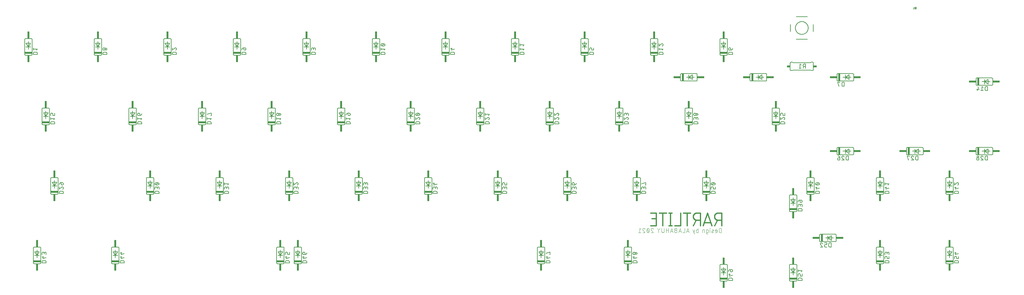
<source format=gbr>
G04 EAGLE Gerber RS-274X export*
G75*
%MOMM*%
%FSLAX34Y34*%
%LPD*%
%INSilkscreen Bottom*%
%IPPOS*%
%AMOC8*
5,1,8,0,0,1.08239X$1,22.5*%
G01*
%ADD10C,0.304800*%
%ADD11C,0.101600*%
%ADD12C,0.127000*%
%ADD13C,0.203200*%
%ADD14C,0.152400*%
%ADD15R,2.032000X0.508000*%
%ADD16R,0.508000X1.905000*%
%ADD17R,0.508000X2.032000*%
%ADD18R,1.905000X0.508000*%
%ADD19R,0.863600X0.609600*%


D10*
X2185476Y80524D02*
X2185476Y115576D01*
X2175739Y115576D01*
X2175502Y115573D01*
X2175265Y115564D01*
X2175028Y115550D01*
X2174792Y115530D01*
X2174556Y115504D01*
X2174321Y115472D01*
X2174087Y115435D01*
X2173854Y115392D01*
X2173622Y115343D01*
X2173391Y115289D01*
X2173162Y115229D01*
X2172934Y115163D01*
X2172708Y115092D01*
X2172483Y115016D01*
X2172261Y114934D01*
X2172040Y114846D01*
X2171822Y114753D01*
X2171606Y114655D01*
X2171393Y114552D01*
X2171182Y114444D01*
X2170974Y114330D01*
X2170768Y114212D01*
X2170566Y114088D01*
X2170366Y113960D01*
X2170170Y113826D01*
X2169977Y113688D01*
X2169788Y113546D01*
X2169602Y113399D01*
X2169420Y113247D01*
X2169241Y113091D01*
X2169067Y112930D01*
X2168896Y112766D01*
X2168729Y112597D01*
X2168567Y112425D01*
X2168409Y112248D01*
X2168255Y112067D01*
X2168105Y111883D01*
X2167960Y111696D01*
X2167820Y111505D01*
X2167684Y111310D01*
X2167554Y111112D01*
X2167428Y110911D01*
X2167307Y110707D01*
X2167190Y110501D01*
X2167079Y110291D01*
X2166974Y110079D01*
X2166873Y109864D01*
X2166778Y109647D01*
X2166688Y109428D01*
X2166603Y109206D01*
X2166524Y108983D01*
X2166450Y108758D01*
X2166381Y108530D01*
X2166319Y108302D01*
X2166261Y108072D01*
X2166210Y107840D01*
X2166164Y107608D01*
X2166124Y107374D01*
X2166089Y107139D01*
X2166060Y106904D01*
X2166037Y106668D01*
X2166020Y106431D01*
X2166008Y106195D01*
X2166003Y105958D01*
X2166003Y105720D01*
X2166008Y105483D01*
X2166020Y105247D01*
X2166037Y105010D01*
X2166060Y104774D01*
X2166089Y104539D01*
X2166124Y104304D01*
X2166164Y104070D01*
X2166210Y103838D01*
X2166261Y103606D01*
X2166319Y103376D01*
X2166381Y103148D01*
X2166450Y102920D01*
X2166524Y102695D01*
X2166603Y102472D01*
X2166688Y102250D01*
X2166778Y102031D01*
X2166873Y101814D01*
X2166974Y101599D01*
X2167079Y101387D01*
X2167190Y101177D01*
X2167307Y100970D01*
X2167428Y100767D01*
X2167554Y100566D01*
X2167684Y100368D01*
X2167820Y100173D01*
X2167960Y99982D01*
X2168105Y99795D01*
X2168255Y99611D01*
X2168409Y99430D01*
X2168567Y99253D01*
X2168729Y99081D01*
X2168896Y98912D01*
X2169067Y98748D01*
X2169241Y98587D01*
X2169420Y98431D01*
X2169602Y98279D01*
X2169788Y98132D01*
X2169977Y97990D01*
X2170170Y97852D01*
X2170366Y97718D01*
X2170566Y97590D01*
X2170768Y97466D01*
X2170974Y97348D01*
X2171182Y97234D01*
X2171393Y97126D01*
X2171606Y97023D01*
X2171822Y96925D01*
X2172040Y96832D01*
X2172261Y96744D01*
X2172483Y96662D01*
X2172708Y96586D01*
X2172934Y96515D01*
X2173162Y96449D01*
X2173391Y96389D01*
X2173622Y96335D01*
X2173854Y96286D01*
X2174087Y96243D01*
X2174321Y96206D01*
X2174556Y96174D01*
X2174792Y96148D01*
X2175028Y96128D01*
X2175265Y96114D01*
X2175502Y96105D01*
X2175739Y96102D01*
X2175739Y96103D02*
X2185476Y96103D01*
X2173792Y96103D02*
X2166003Y80524D01*
X2158818Y80524D02*
X2147134Y115576D01*
X2135450Y80524D01*
X2138371Y89287D02*
X2155897Y89287D01*
X2127374Y80524D02*
X2127374Y115576D01*
X2117637Y115576D01*
X2117400Y115573D01*
X2117163Y115564D01*
X2116926Y115550D01*
X2116690Y115530D01*
X2116454Y115504D01*
X2116219Y115472D01*
X2115985Y115435D01*
X2115752Y115392D01*
X2115520Y115343D01*
X2115289Y115289D01*
X2115060Y115229D01*
X2114832Y115163D01*
X2114606Y115092D01*
X2114381Y115016D01*
X2114159Y114934D01*
X2113938Y114846D01*
X2113720Y114753D01*
X2113504Y114655D01*
X2113291Y114552D01*
X2113080Y114444D01*
X2112872Y114330D01*
X2112666Y114212D01*
X2112464Y114088D01*
X2112264Y113960D01*
X2112068Y113826D01*
X2111875Y113688D01*
X2111686Y113546D01*
X2111500Y113399D01*
X2111318Y113247D01*
X2111139Y113091D01*
X2110965Y112930D01*
X2110794Y112766D01*
X2110627Y112597D01*
X2110465Y112425D01*
X2110307Y112248D01*
X2110153Y112067D01*
X2110003Y111883D01*
X2109858Y111696D01*
X2109718Y111505D01*
X2109582Y111310D01*
X2109452Y111112D01*
X2109326Y110911D01*
X2109205Y110707D01*
X2109088Y110501D01*
X2108977Y110291D01*
X2108872Y110079D01*
X2108771Y109864D01*
X2108676Y109647D01*
X2108586Y109428D01*
X2108501Y109206D01*
X2108422Y108983D01*
X2108348Y108758D01*
X2108279Y108530D01*
X2108217Y108302D01*
X2108159Y108072D01*
X2108108Y107840D01*
X2108062Y107608D01*
X2108022Y107374D01*
X2107987Y107139D01*
X2107958Y106904D01*
X2107935Y106668D01*
X2107918Y106431D01*
X2107906Y106195D01*
X2107901Y105958D01*
X2107901Y105720D01*
X2107906Y105483D01*
X2107918Y105247D01*
X2107935Y105010D01*
X2107958Y104774D01*
X2107987Y104539D01*
X2108022Y104304D01*
X2108062Y104070D01*
X2108108Y103838D01*
X2108159Y103606D01*
X2108217Y103376D01*
X2108279Y103148D01*
X2108348Y102920D01*
X2108422Y102695D01*
X2108501Y102472D01*
X2108586Y102250D01*
X2108676Y102031D01*
X2108771Y101814D01*
X2108872Y101599D01*
X2108977Y101387D01*
X2109088Y101177D01*
X2109205Y100970D01*
X2109326Y100767D01*
X2109452Y100566D01*
X2109582Y100368D01*
X2109718Y100173D01*
X2109858Y99982D01*
X2110003Y99795D01*
X2110153Y99611D01*
X2110307Y99430D01*
X2110465Y99253D01*
X2110627Y99081D01*
X2110794Y98912D01*
X2110965Y98748D01*
X2111139Y98587D01*
X2111318Y98431D01*
X2111500Y98279D01*
X2111686Y98132D01*
X2111875Y97990D01*
X2112068Y97852D01*
X2112264Y97718D01*
X2112464Y97590D01*
X2112666Y97466D01*
X2112872Y97348D01*
X2113080Y97234D01*
X2113291Y97126D01*
X2113504Y97023D01*
X2113720Y96925D01*
X2113938Y96832D01*
X2114159Y96744D01*
X2114381Y96662D01*
X2114606Y96586D01*
X2114832Y96515D01*
X2115060Y96449D01*
X2115289Y96389D01*
X2115520Y96335D01*
X2115752Y96286D01*
X2115985Y96243D01*
X2116219Y96206D01*
X2116454Y96174D01*
X2116690Y96148D01*
X2116926Y96128D01*
X2117163Y96114D01*
X2117400Y96105D01*
X2117637Y96102D01*
X2117637Y96103D02*
X2127374Y96103D01*
X2115690Y96103D02*
X2107900Y80524D01*
X2090937Y80524D02*
X2090937Y115576D01*
X2100673Y115576D02*
X2081200Y115576D01*
X2073065Y115576D02*
X2073065Y80524D01*
X2057486Y80524D01*
X2045217Y80524D02*
X2045217Y115576D01*
X2049111Y80524D02*
X2041322Y80524D01*
X2041322Y115576D02*
X2049111Y115576D01*
X2024262Y115576D02*
X2024262Y80524D01*
X2033998Y115576D02*
X2014525Y115576D01*
X2006390Y80524D02*
X1990811Y80524D01*
X2006390Y80524D02*
X2006390Y115576D01*
X1990811Y115576D01*
X1994706Y99997D02*
X2006390Y99997D01*
D11*
X2184492Y74192D02*
X2184492Y62508D01*
X2184492Y74192D02*
X2181246Y74192D01*
X2181133Y74190D01*
X2181020Y74184D01*
X2180907Y74174D01*
X2180794Y74160D01*
X2180682Y74143D01*
X2180571Y74121D01*
X2180461Y74096D01*
X2180351Y74066D01*
X2180243Y74033D01*
X2180136Y73996D01*
X2180030Y73956D01*
X2179926Y73911D01*
X2179823Y73863D01*
X2179722Y73812D01*
X2179623Y73757D01*
X2179526Y73699D01*
X2179431Y73637D01*
X2179338Y73572D01*
X2179248Y73504D01*
X2179160Y73433D01*
X2179074Y73358D01*
X2178991Y73281D01*
X2178911Y73201D01*
X2178834Y73118D01*
X2178759Y73032D01*
X2178688Y72944D01*
X2178620Y72854D01*
X2178555Y72761D01*
X2178493Y72666D01*
X2178435Y72569D01*
X2178380Y72470D01*
X2178329Y72369D01*
X2178281Y72266D01*
X2178236Y72162D01*
X2178196Y72056D01*
X2178159Y71949D01*
X2178126Y71841D01*
X2178096Y71731D01*
X2178071Y71621D01*
X2178049Y71510D01*
X2178032Y71398D01*
X2178018Y71285D01*
X2178008Y71172D01*
X2178002Y71059D01*
X2178000Y70946D01*
X2178001Y70946D02*
X2178001Y65754D01*
X2178000Y65754D02*
X2178002Y65641D01*
X2178008Y65528D01*
X2178018Y65415D01*
X2178032Y65302D01*
X2178049Y65190D01*
X2178071Y65079D01*
X2178096Y64969D01*
X2178126Y64859D01*
X2178159Y64751D01*
X2178196Y64644D01*
X2178236Y64538D01*
X2178281Y64434D01*
X2178329Y64331D01*
X2178380Y64230D01*
X2178435Y64131D01*
X2178493Y64034D01*
X2178555Y63939D01*
X2178620Y63846D01*
X2178688Y63756D01*
X2178759Y63668D01*
X2178834Y63582D01*
X2178911Y63499D01*
X2178991Y63419D01*
X2179074Y63342D01*
X2179160Y63267D01*
X2179248Y63196D01*
X2179338Y63128D01*
X2179431Y63063D01*
X2179526Y63001D01*
X2179623Y62943D01*
X2179722Y62888D01*
X2179823Y62837D01*
X2179926Y62789D01*
X2180030Y62744D01*
X2180136Y62704D01*
X2180243Y62667D01*
X2180351Y62634D01*
X2180461Y62604D01*
X2180571Y62579D01*
X2180682Y62557D01*
X2180794Y62540D01*
X2180907Y62526D01*
X2181020Y62516D01*
X2181133Y62510D01*
X2181246Y62508D01*
X2184492Y62508D01*
X2170847Y62508D02*
X2167601Y62508D01*
X2170847Y62508D02*
X2170934Y62510D01*
X2171022Y62516D01*
X2171108Y62526D01*
X2171195Y62539D01*
X2171280Y62557D01*
X2171365Y62578D01*
X2171449Y62603D01*
X2171531Y62632D01*
X2171612Y62665D01*
X2171692Y62701D01*
X2171770Y62740D01*
X2171846Y62784D01*
X2171920Y62830D01*
X2171991Y62880D01*
X2172061Y62933D01*
X2172128Y62989D01*
X2172192Y63048D01*
X2172254Y63110D01*
X2172313Y63174D01*
X2172369Y63241D01*
X2172422Y63311D01*
X2172472Y63382D01*
X2172518Y63456D01*
X2172562Y63532D01*
X2172601Y63610D01*
X2172637Y63690D01*
X2172670Y63771D01*
X2172699Y63853D01*
X2172724Y63937D01*
X2172745Y64022D01*
X2172763Y64107D01*
X2172776Y64194D01*
X2172786Y64280D01*
X2172792Y64368D01*
X2172794Y64455D01*
X2172794Y67701D01*
X2172793Y67701D02*
X2172791Y67802D01*
X2172785Y67902D01*
X2172775Y68002D01*
X2172762Y68102D01*
X2172744Y68201D01*
X2172723Y68300D01*
X2172698Y68397D01*
X2172669Y68494D01*
X2172636Y68589D01*
X2172600Y68683D01*
X2172560Y68775D01*
X2172517Y68866D01*
X2172470Y68955D01*
X2172420Y69042D01*
X2172366Y69128D01*
X2172309Y69211D01*
X2172249Y69291D01*
X2172186Y69370D01*
X2172119Y69446D01*
X2172050Y69519D01*
X2171978Y69589D01*
X2171904Y69657D01*
X2171827Y69722D01*
X2171747Y69783D01*
X2171665Y69842D01*
X2171581Y69897D01*
X2171495Y69949D01*
X2171407Y69998D01*
X2171317Y70043D01*
X2171225Y70085D01*
X2171132Y70123D01*
X2171037Y70157D01*
X2170942Y70188D01*
X2170845Y70215D01*
X2170747Y70238D01*
X2170648Y70258D01*
X2170548Y70273D01*
X2170448Y70285D01*
X2170348Y70293D01*
X2170247Y70297D01*
X2170147Y70297D01*
X2170046Y70293D01*
X2169946Y70285D01*
X2169846Y70273D01*
X2169746Y70258D01*
X2169647Y70238D01*
X2169549Y70215D01*
X2169452Y70188D01*
X2169357Y70157D01*
X2169262Y70123D01*
X2169169Y70085D01*
X2169077Y70043D01*
X2168987Y69998D01*
X2168899Y69949D01*
X2168813Y69897D01*
X2168729Y69842D01*
X2168647Y69783D01*
X2168567Y69722D01*
X2168490Y69657D01*
X2168416Y69589D01*
X2168344Y69519D01*
X2168275Y69446D01*
X2168208Y69370D01*
X2168145Y69291D01*
X2168085Y69211D01*
X2168028Y69128D01*
X2167974Y69042D01*
X2167924Y68955D01*
X2167877Y68866D01*
X2167834Y68775D01*
X2167794Y68683D01*
X2167758Y68589D01*
X2167725Y68494D01*
X2167696Y68397D01*
X2167671Y68300D01*
X2167650Y68201D01*
X2167632Y68102D01*
X2167619Y68002D01*
X2167609Y67902D01*
X2167603Y67802D01*
X2167601Y67701D01*
X2167601Y66403D01*
X2172794Y66403D01*
X2161914Y67052D02*
X2158669Y65754D01*
X2161914Y67051D02*
X2161989Y67084D01*
X2162063Y67120D01*
X2162135Y67159D01*
X2162205Y67202D01*
X2162272Y67248D01*
X2162338Y67298D01*
X2162400Y67350D01*
X2162461Y67406D01*
X2162518Y67464D01*
X2162573Y67525D01*
X2162624Y67589D01*
X2162672Y67655D01*
X2162717Y67724D01*
X2162759Y67794D01*
X2162797Y67867D01*
X2162832Y67941D01*
X2162863Y68017D01*
X2162890Y68094D01*
X2162913Y68173D01*
X2162933Y68252D01*
X2162948Y68333D01*
X2162960Y68414D01*
X2162968Y68496D01*
X2162972Y68577D01*
X2162971Y68659D01*
X2162967Y68741D01*
X2162959Y68823D01*
X2162947Y68904D01*
X2162931Y68984D01*
X2162911Y69064D01*
X2162887Y69142D01*
X2162859Y69219D01*
X2162828Y69295D01*
X2162793Y69369D01*
X2162755Y69441D01*
X2162713Y69512D01*
X2162667Y69580D01*
X2162619Y69646D01*
X2162567Y69709D01*
X2162512Y69770D01*
X2162454Y69828D01*
X2162394Y69884D01*
X2162331Y69936D01*
X2162265Y69985D01*
X2162197Y70031D01*
X2162127Y70073D01*
X2162055Y70113D01*
X2161981Y70148D01*
X2161906Y70180D01*
X2161829Y70208D01*
X2161751Y70232D01*
X2161671Y70253D01*
X2161591Y70270D01*
X2161510Y70282D01*
X2161429Y70291D01*
X2161347Y70296D01*
X2161265Y70297D01*
X2161088Y70293D01*
X2160911Y70284D01*
X2160734Y70270D01*
X2160557Y70253D01*
X2160382Y70231D01*
X2160206Y70206D01*
X2160032Y70175D01*
X2159858Y70141D01*
X2159685Y70103D01*
X2159513Y70060D01*
X2159342Y70013D01*
X2159172Y69963D01*
X2159003Y69908D01*
X2158836Y69849D01*
X2158671Y69786D01*
X2158506Y69719D01*
X2158344Y69648D01*
X2158669Y65754D02*
X2158594Y65721D01*
X2158520Y65685D01*
X2158448Y65646D01*
X2158378Y65603D01*
X2158311Y65557D01*
X2158245Y65507D01*
X2158183Y65455D01*
X2158122Y65399D01*
X2158065Y65341D01*
X2158010Y65280D01*
X2157959Y65216D01*
X2157911Y65150D01*
X2157866Y65081D01*
X2157824Y65011D01*
X2157786Y64938D01*
X2157751Y64864D01*
X2157720Y64788D01*
X2157693Y64711D01*
X2157670Y64632D01*
X2157650Y64553D01*
X2157635Y64472D01*
X2157623Y64391D01*
X2157615Y64309D01*
X2157611Y64228D01*
X2157612Y64146D01*
X2157616Y64064D01*
X2157624Y63982D01*
X2157636Y63901D01*
X2157652Y63821D01*
X2157672Y63741D01*
X2157696Y63663D01*
X2157724Y63586D01*
X2157755Y63510D01*
X2157790Y63436D01*
X2157828Y63364D01*
X2157870Y63293D01*
X2157916Y63225D01*
X2157964Y63159D01*
X2158016Y63096D01*
X2158071Y63035D01*
X2158129Y62977D01*
X2158189Y62921D01*
X2158252Y62869D01*
X2158318Y62820D01*
X2158386Y62774D01*
X2158456Y62732D01*
X2158528Y62692D01*
X2158602Y62657D01*
X2158677Y62625D01*
X2158754Y62597D01*
X2158832Y62573D01*
X2158912Y62552D01*
X2158992Y62535D01*
X2159073Y62523D01*
X2159154Y62514D01*
X2159236Y62509D01*
X2159318Y62508D01*
X2159578Y62515D01*
X2159838Y62528D01*
X2160098Y62547D01*
X2160357Y62572D01*
X2160616Y62604D01*
X2160873Y62641D01*
X2161130Y62685D01*
X2161386Y62734D01*
X2161640Y62790D01*
X2161893Y62851D01*
X2162144Y62919D01*
X2162394Y62993D01*
X2162642Y63072D01*
X2162888Y63157D01*
X2153053Y62508D02*
X2153053Y70297D01*
X2153377Y73543D02*
X2153377Y74192D01*
X2152728Y74192D01*
X2152728Y73543D01*
X2153377Y73543D01*
X2146522Y62508D02*
X2143276Y62508D01*
X2146522Y62508D02*
X2146609Y62510D01*
X2146697Y62516D01*
X2146783Y62526D01*
X2146870Y62539D01*
X2146955Y62557D01*
X2147040Y62578D01*
X2147124Y62603D01*
X2147206Y62632D01*
X2147287Y62665D01*
X2147367Y62701D01*
X2147445Y62740D01*
X2147521Y62784D01*
X2147595Y62830D01*
X2147666Y62880D01*
X2147736Y62933D01*
X2147803Y62989D01*
X2147867Y63048D01*
X2147929Y63110D01*
X2147988Y63174D01*
X2148044Y63241D01*
X2148097Y63311D01*
X2148147Y63382D01*
X2148193Y63456D01*
X2148237Y63532D01*
X2148276Y63610D01*
X2148312Y63690D01*
X2148345Y63771D01*
X2148374Y63853D01*
X2148399Y63937D01*
X2148420Y64022D01*
X2148438Y64107D01*
X2148451Y64194D01*
X2148461Y64280D01*
X2148467Y64368D01*
X2148469Y64455D01*
X2148469Y68350D01*
X2148467Y68437D01*
X2148461Y68525D01*
X2148451Y68611D01*
X2148438Y68698D01*
X2148420Y68783D01*
X2148399Y68868D01*
X2148374Y68952D01*
X2148345Y69034D01*
X2148312Y69115D01*
X2148276Y69195D01*
X2148237Y69273D01*
X2148193Y69349D01*
X2148147Y69423D01*
X2148097Y69494D01*
X2148044Y69564D01*
X2147988Y69631D01*
X2147929Y69695D01*
X2147867Y69757D01*
X2147803Y69816D01*
X2147736Y69872D01*
X2147666Y69925D01*
X2147595Y69975D01*
X2147521Y70021D01*
X2147445Y70065D01*
X2147367Y70104D01*
X2147287Y70140D01*
X2147206Y70173D01*
X2147124Y70202D01*
X2147040Y70227D01*
X2146955Y70248D01*
X2146870Y70266D01*
X2146783Y70279D01*
X2146697Y70289D01*
X2146609Y70295D01*
X2146522Y70297D01*
X2143276Y70297D01*
X2143276Y60561D01*
X2143278Y60474D01*
X2143284Y60386D01*
X2143294Y60300D01*
X2143307Y60213D01*
X2143325Y60128D01*
X2143346Y60043D01*
X2143371Y59959D01*
X2143400Y59877D01*
X2143433Y59796D01*
X2143469Y59716D01*
X2143508Y59638D01*
X2143552Y59562D01*
X2143598Y59488D01*
X2143648Y59417D01*
X2143701Y59347D01*
X2143757Y59280D01*
X2143816Y59216D01*
X2143878Y59154D01*
X2143942Y59095D01*
X2144009Y59039D01*
X2144079Y58986D01*
X2144150Y58936D01*
X2144224Y58890D01*
X2144300Y58846D01*
X2144378Y58807D01*
X2144458Y58771D01*
X2144539Y58738D01*
X2144621Y58709D01*
X2144705Y58684D01*
X2144790Y58663D01*
X2144875Y58645D01*
X2144962Y58632D01*
X2145048Y58622D01*
X2145136Y58616D01*
X2145223Y58614D01*
X2145223Y58613D02*
X2147820Y58613D01*
X2137742Y62508D02*
X2137742Y70297D01*
X2134496Y70297D01*
X2134409Y70295D01*
X2134321Y70289D01*
X2134235Y70279D01*
X2134148Y70266D01*
X2134063Y70248D01*
X2133978Y70227D01*
X2133894Y70202D01*
X2133812Y70173D01*
X2133731Y70140D01*
X2133651Y70104D01*
X2133573Y70065D01*
X2133497Y70021D01*
X2133423Y69975D01*
X2133352Y69925D01*
X2133282Y69872D01*
X2133215Y69816D01*
X2133151Y69757D01*
X2133089Y69696D01*
X2133030Y69631D01*
X2132974Y69564D01*
X2132921Y69494D01*
X2132871Y69423D01*
X2132825Y69349D01*
X2132782Y69273D01*
X2132742Y69195D01*
X2132706Y69115D01*
X2132673Y69034D01*
X2132644Y68952D01*
X2132619Y68868D01*
X2132598Y68783D01*
X2132580Y68698D01*
X2132567Y68611D01*
X2132557Y68525D01*
X2132551Y68437D01*
X2132549Y68350D01*
X2132549Y62508D01*
X2120919Y62508D02*
X2120919Y74192D01*
X2120919Y62508D02*
X2117674Y62508D01*
X2117587Y62510D01*
X2117499Y62516D01*
X2117413Y62526D01*
X2117326Y62539D01*
X2117241Y62557D01*
X2117156Y62578D01*
X2117072Y62603D01*
X2116990Y62632D01*
X2116909Y62665D01*
X2116829Y62701D01*
X2116751Y62740D01*
X2116675Y62784D01*
X2116601Y62830D01*
X2116530Y62880D01*
X2116460Y62933D01*
X2116393Y62989D01*
X2116329Y63048D01*
X2116267Y63109D01*
X2116208Y63174D01*
X2116152Y63241D01*
X2116099Y63311D01*
X2116049Y63382D01*
X2116003Y63456D01*
X2115960Y63532D01*
X2115920Y63610D01*
X2115884Y63690D01*
X2115851Y63771D01*
X2115822Y63853D01*
X2115797Y63937D01*
X2115776Y64022D01*
X2115758Y64107D01*
X2115745Y64194D01*
X2115735Y64280D01*
X2115729Y64368D01*
X2115727Y64455D01*
X2115726Y64455D02*
X2115726Y68350D01*
X2115727Y68350D02*
X2115729Y68437D01*
X2115735Y68525D01*
X2115745Y68611D01*
X2115758Y68698D01*
X2115776Y68783D01*
X2115797Y68868D01*
X2115822Y68952D01*
X2115851Y69034D01*
X2115884Y69115D01*
X2115920Y69195D01*
X2115959Y69273D01*
X2116003Y69349D01*
X2116049Y69423D01*
X2116099Y69494D01*
X2116152Y69564D01*
X2116208Y69631D01*
X2116267Y69696D01*
X2116329Y69757D01*
X2116393Y69816D01*
X2116460Y69872D01*
X2116530Y69925D01*
X2116601Y69975D01*
X2116675Y70021D01*
X2116751Y70065D01*
X2116829Y70104D01*
X2116909Y70140D01*
X2116990Y70173D01*
X2117072Y70202D01*
X2117156Y70227D01*
X2117241Y70248D01*
X2117326Y70266D01*
X2117413Y70279D01*
X2117500Y70289D01*
X2117587Y70295D01*
X2117674Y70297D01*
X2120919Y70297D01*
X2111453Y58613D02*
X2110155Y58613D01*
X2106260Y70297D01*
X2111453Y70297D02*
X2108857Y62508D01*
X2096368Y62508D02*
X2092474Y74192D01*
X2088579Y62508D01*
X2089553Y65429D02*
X2095395Y65429D01*
X2083886Y62508D02*
X2083886Y74192D01*
X2083886Y62508D02*
X2078693Y62508D01*
X2075032Y62508D02*
X2071138Y74192D01*
X2067243Y62508D01*
X2068217Y65429D02*
X2074059Y65429D01*
X2062403Y68999D02*
X2059157Y68999D01*
X2059157Y69000D02*
X2059044Y68998D01*
X2058931Y68992D01*
X2058818Y68982D01*
X2058705Y68968D01*
X2058593Y68951D01*
X2058482Y68929D01*
X2058372Y68904D01*
X2058262Y68874D01*
X2058154Y68841D01*
X2058047Y68804D01*
X2057941Y68764D01*
X2057837Y68719D01*
X2057734Y68671D01*
X2057633Y68620D01*
X2057534Y68565D01*
X2057437Y68507D01*
X2057342Y68445D01*
X2057249Y68380D01*
X2057159Y68312D01*
X2057071Y68241D01*
X2056985Y68166D01*
X2056902Y68089D01*
X2056822Y68009D01*
X2056745Y67926D01*
X2056670Y67840D01*
X2056599Y67752D01*
X2056531Y67662D01*
X2056466Y67569D01*
X2056404Y67474D01*
X2056346Y67377D01*
X2056291Y67278D01*
X2056240Y67177D01*
X2056192Y67074D01*
X2056147Y66970D01*
X2056107Y66864D01*
X2056070Y66757D01*
X2056037Y66649D01*
X2056007Y66539D01*
X2055982Y66429D01*
X2055960Y66318D01*
X2055943Y66206D01*
X2055929Y66093D01*
X2055919Y65980D01*
X2055913Y65867D01*
X2055911Y65754D01*
X2055913Y65641D01*
X2055919Y65528D01*
X2055929Y65415D01*
X2055943Y65302D01*
X2055960Y65190D01*
X2055982Y65079D01*
X2056007Y64969D01*
X2056037Y64859D01*
X2056070Y64751D01*
X2056107Y64644D01*
X2056147Y64538D01*
X2056192Y64434D01*
X2056240Y64331D01*
X2056291Y64230D01*
X2056346Y64131D01*
X2056404Y64034D01*
X2056466Y63939D01*
X2056531Y63846D01*
X2056599Y63756D01*
X2056670Y63668D01*
X2056745Y63582D01*
X2056822Y63499D01*
X2056902Y63419D01*
X2056985Y63342D01*
X2057071Y63267D01*
X2057159Y63196D01*
X2057249Y63128D01*
X2057342Y63063D01*
X2057437Y63001D01*
X2057534Y62943D01*
X2057633Y62888D01*
X2057734Y62837D01*
X2057837Y62789D01*
X2057941Y62744D01*
X2058047Y62704D01*
X2058154Y62667D01*
X2058262Y62634D01*
X2058372Y62604D01*
X2058482Y62579D01*
X2058593Y62557D01*
X2058705Y62540D01*
X2058818Y62526D01*
X2058931Y62516D01*
X2059044Y62510D01*
X2059157Y62508D01*
X2062403Y62508D01*
X2062403Y74192D01*
X2059157Y74192D01*
X2059056Y74190D01*
X2058956Y74184D01*
X2058856Y74174D01*
X2058756Y74161D01*
X2058657Y74143D01*
X2058558Y74122D01*
X2058461Y74097D01*
X2058364Y74068D01*
X2058269Y74035D01*
X2058175Y73999D01*
X2058083Y73959D01*
X2057992Y73916D01*
X2057903Y73869D01*
X2057816Y73819D01*
X2057730Y73765D01*
X2057647Y73708D01*
X2057567Y73648D01*
X2057488Y73585D01*
X2057412Y73518D01*
X2057339Y73449D01*
X2057269Y73377D01*
X2057201Y73303D01*
X2057136Y73226D01*
X2057075Y73146D01*
X2057016Y73064D01*
X2056961Y72980D01*
X2056909Y72894D01*
X2056860Y72806D01*
X2056815Y72716D01*
X2056773Y72624D01*
X2056735Y72531D01*
X2056701Y72436D01*
X2056670Y72341D01*
X2056643Y72244D01*
X2056620Y72146D01*
X2056600Y72047D01*
X2056585Y71947D01*
X2056573Y71847D01*
X2056565Y71747D01*
X2056561Y71646D01*
X2056561Y71546D01*
X2056565Y71445D01*
X2056573Y71345D01*
X2056585Y71245D01*
X2056600Y71145D01*
X2056620Y71046D01*
X2056643Y70948D01*
X2056670Y70851D01*
X2056701Y70756D01*
X2056735Y70661D01*
X2056773Y70568D01*
X2056815Y70476D01*
X2056860Y70386D01*
X2056909Y70298D01*
X2056961Y70212D01*
X2057016Y70128D01*
X2057075Y70046D01*
X2057136Y69966D01*
X2057201Y69889D01*
X2057269Y69815D01*
X2057339Y69743D01*
X2057412Y69674D01*
X2057488Y69607D01*
X2057567Y69544D01*
X2057647Y69484D01*
X2057730Y69427D01*
X2057816Y69373D01*
X2057903Y69323D01*
X2057992Y69276D01*
X2058083Y69233D01*
X2058175Y69193D01*
X2058269Y69157D01*
X2058364Y69124D01*
X2058461Y69095D01*
X2058558Y69070D01*
X2058657Y69049D01*
X2058756Y69031D01*
X2058856Y69018D01*
X2058956Y69008D01*
X2059056Y69002D01*
X2059157Y69000D01*
X2052172Y62508D02*
X2048278Y74192D01*
X2044383Y62508D01*
X2045357Y65429D02*
X2051199Y65429D01*
X2039712Y62508D02*
X2039712Y74192D01*
X2039712Y68999D02*
X2033221Y68999D01*
X2033221Y74192D02*
X2033221Y62508D01*
X2027520Y65754D02*
X2027520Y74192D01*
X2027521Y65754D02*
X2027519Y65641D01*
X2027513Y65528D01*
X2027503Y65415D01*
X2027489Y65302D01*
X2027472Y65190D01*
X2027450Y65079D01*
X2027425Y64969D01*
X2027395Y64859D01*
X2027362Y64751D01*
X2027325Y64644D01*
X2027285Y64538D01*
X2027240Y64434D01*
X2027192Y64331D01*
X2027141Y64230D01*
X2027086Y64131D01*
X2027028Y64034D01*
X2026966Y63939D01*
X2026901Y63846D01*
X2026833Y63756D01*
X2026762Y63668D01*
X2026687Y63582D01*
X2026610Y63499D01*
X2026530Y63419D01*
X2026447Y63342D01*
X2026361Y63267D01*
X2026273Y63196D01*
X2026183Y63128D01*
X2026090Y63063D01*
X2025995Y63001D01*
X2025898Y62943D01*
X2025799Y62888D01*
X2025698Y62837D01*
X2025595Y62789D01*
X2025491Y62744D01*
X2025385Y62704D01*
X2025278Y62667D01*
X2025170Y62634D01*
X2025060Y62604D01*
X2024950Y62579D01*
X2024839Y62557D01*
X2024727Y62540D01*
X2024614Y62526D01*
X2024501Y62516D01*
X2024388Y62510D01*
X2024275Y62508D01*
X2024162Y62510D01*
X2024049Y62516D01*
X2023936Y62526D01*
X2023823Y62540D01*
X2023711Y62557D01*
X2023600Y62579D01*
X2023490Y62604D01*
X2023380Y62634D01*
X2023272Y62667D01*
X2023165Y62704D01*
X2023059Y62744D01*
X2022955Y62789D01*
X2022852Y62837D01*
X2022751Y62888D01*
X2022652Y62943D01*
X2022555Y63001D01*
X2022460Y63063D01*
X2022367Y63128D01*
X2022277Y63196D01*
X2022189Y63267D01*
X2022103Y63342D01*
X2022020Y63419D01*
X2021940Y63499D01*
X2021863Y63582D01*
X2021788Y63668D01*
X2021717Y63756D01*
X2021649Y63846D01*
X2021584Y63939D01*
X2021522Y64034D01*
X2021464Y64131D01*
X2021409Y64230D01*
X2021358Y64331D01*
X2021310Y64434D01*
X2021265Y64538D01*
X2021225Y64644D01*
X2021188Y64751D01*
X2021155Y64859D01*
X2021125Y64969D01*
X2021100Y65079D01*
X2021078Y65190D01*
X2021061Y65302D01*
X2021047Y65415D01*
X2021037Y65528D01*
X2021031Y65641D01*
X2021029Y65754D01*
X2021029Y74192D01*
X2016358Y74192D02*
X2012464Y68675D01*
X2008569Y74192D01*
X2012464Y68675D02*
X2012464Y62508D01*
X1994613Y74192D02*
X1994506Y74190D01*
X1994400Y74184D01*
X1994294Y74174D01*
X1994188Y74161D01*
X1994082Y74143D01*
X1993978Y74122D01*
X1993874Y74097D01*
X1993771Y74068D01*
X1993670Y74036D01*
X1993570Y73999D01*
X1993471Y73959D01*
X1993373Y73916D01*
X1993277Y73869D01*
X1993183Y73818D01*
X1993091Y73764D01*
X1993001Y73707D01*
X1992913Y73647D01*
X1992828Y73583D01*
X1992745Y73516D01*
X1992664Y73446D01*
X1992586Y73374D01*
X1992510Y73298D01*
X1992438Y73220D01*
X1992368Y73139D01*
X1992301Y73056D01*
X1992237Y72971D01*
X1992177Y72883D01*
X1992120Y72793D01*
X1992066Y72701D01*
X1992015Y72607D01*
X1991968Y72511D01*
X1991925Y72413D01*
X1991885Y72314D01*
X1991848Y72214D01*
X1991816Y72113D01*
X1991787Y72010D01*
X1991762Y71906D01*
X1991741Y71802D01*
X1991723Y71696D01*
X1991710Y71590D01*
X1991700Y71484D01*
X1991694Y71378D01*
X1991692Y71271D01*
X1994613Y74192D02*
X1994734Y74190D01*
X1994855Y74184D01*
X1994975Y74174D01*
X1995096Y74161D01*
X1995215Y74143D01*
X1995335Y74122D01*
X1995453Y74097D01*
X1995570Y74068D01*
X1995687Y74035D01*
X1995802Y73999D01*
X1995916Y73958D01*
X1996029Y73915D01*
X1996141Y73867D01*
X1996250Y73816D01*
X1996358Y73761D01*
X1996465Y73703D01*
X1996569Y73642D01*
X1996671Y73577D01*
X1996771Y73509D01*
X1996869Y73438D01*
X1996965Y73364D01*
X1997058Y73287D01*
X1997148Y73206D01*
X1997236Y73123D01*
X1997321Y73037D01*
X1997404Y72948D01*
X1997483Y72857D01*
X1997560Y72763D01*
X1997633Y72667D01*
X1997703Y72569D01*
X1997770Y72468D01*
X1997834Y72365D01*
X1997895Y72260D01*
X1997952Y72153D01*
X1998005Y72045D01*
X1998055Y71935D01*
X1998101Y71823D01*
X1998144Y71710D01*
X1998183Y71595D01*
X1992667Y68999D02*
X1992588Y69077D01*
X1992512Y69157D01*
X1992439Y69240D01*
X1992369Y69326D01*
X1992302Y69413D01*
X1992238Y69504D01*
X1992178Y69596D01*
X1992120Y69690D01*
X1992066Y69787D01*
X1992016Y69885D01*
X1991969Y69985D01*
X1991925Y70086D01*
X1991885Y70189D01*
X1991849Y70294D01*
X1991817Y70399D01*
X1991788Y70506D01*
X1991763Y70613D01*
X1991741Y70722D01*
X1991724Y70831D01*
X1991710Y70940D01*
X1991701Y71050D01*
X1991695Y71161D01*
X1991693Y71271D01*
X1992666Y68999D02*
X1998183Y62508D01*
X1991692Y62508D01*
X1986754Y68350D02*
X1986751Y68580D01*
X1986743Y68810D01*
X1986729Y69039D01*
X1986710Y69268D01*
X1986685Y69497D01*
X1986655Y69725D01*
X1986620Y69952D01*
X1986579Y70178D01*
X1986533Y70403D01*
X1986481Y70627D01*
X1986424Y70850D01*
X1986362Y71071D01*
X1986294Y71291D01*
X1986221Y71509D01*
X1986143Y71725D01*
X1986060Y71939D01*
X1985972Y72152D01*
X1985879Y72362D01*
X1985780Y72569D01*
X1985747Y72659D01*
X1985711Y72748D01*
X1985671Y72836D01*
X1985627Y72921D01*
X1985580Y73005D01*
X1985530Y73087D01*
X1985476Y73167D01*
X1985420Y73244D01*
X1985360Y73320D01*
X1985297Y73393D01*
X1985232Y73463D01*
X1985163Y73531D01*
X1985092Y73595D01*
X1985019Y73657D01*
X1984943Y73716D01*
X1984865Y73772D01*
X1984784Y73825D01*
X1984702Y73874D01*
X1984618Y73920D01*
X1984531Y73963D01*
X1984444Y74002D01*
X1984354Y74038D01*
X1984264Y74070D01*
X1984172Y74098D01*
X1984079Y74123D01*
X1983985Y74144D01*
X1983891Y74161D01*
X1983796Y74175D01*
X1983700Y74184D01*
X1983604Y74190D01*
X1983508Y74192D01*
X1983412Y74190D01*
X1983316Y74184D01*
X1983220Y74175D01*
X1983125Y74161D01*
X1983031Y74144D01*
X1982937Y74123D01*
X1982844Y74098D01*
X1982752Y74070D01*
X1982662Y74038D01*
X1982572Y74002D01*
X1982485Y73963D01*
X1982398Y73920D01*
X1982314Y73874D01*
X1982232Y73825D01*
X1982151Y73772D01*
X1982073Y73716D01*
X1981997Y73657D01*
X1981924Y73595D01*
X1981853Y73531D01*
X1981784Y73463D01*
X1981719Y73393D01*
X1981656Y73320D01*
X1981596Y73245D01*
X1981540Y73167D01*
X1981486Y73087D01*
X1981436Y73005D01*
X1981389Y72921D01*
X1981346Y72836D01*
X1981305Y72748D01*
X1981269Y72659D01*
X1981236Y72569D01*
X1981237Y72569D02*
X1981138Y72361D01*
X1981045Y72151D01*
X1980957Y71939D01*
X1980874Y71725D01*
X1980796Y71508D01*
X1980723Y71290D01*
X1980655Y71071D01*
X1980593Y70849D01*
X1980536Y70627D01*
X1980484Y70403D01*
X1980438Y70178D01*
X1980397Y69952D01*
X1980362Y69724D01*
X1980332Y69497D01*
X1980307Y69268D01*
X1980288Y69039D01*
X1980274Y68810D01*
X1980266Y68580D01*
X1980263Y68350D01*
X1986754Y68350D02*
X1986751Y68120D01*
X1986743Y67890D01*
X1986729Y67661D01*
X1986710Y67432D01*
X1986685Y67203D01*
X1986655Y66975D01*
X1986620Y66748D01*
X1986579Y66522D01*
X1986533Y66297D01*
X1986481Y66073D01*
X1986424Y65850D01*
X1986362Y65629D01*
X1986294Y65409D01*
X1986221Y65191D01*
X1986143Y64975D01*
X1986060Y64761D01*
X1985972Y64549D01*
X1985879Y64338D01*
X1985780Y64131D01*
X1985747Y64041D01*
X1985711Y63952D01*
X1985670Y63864D01*
X1985627Y63779D01*
X1985580Y63695D01*
X1985530Y63613D01*
X1985476Y63533D01*
X1985420Y63456D01*
X1985360Y63380D01*
X1985297Y63307D01*
X1985232Y63237D01*
X1985163Y63169D01*
X1985092Y63105D01*
X1985019Y63043D01*
X1984943Y62984D01*
X1984865Y62928D01*
X1984784Y62875D01*
X1984702Y62826D01*
X1984618Y62780D01*
X1984531Y62737D01*
X1984444Y62698D01*
X1984354Y62662D01*
X1984264Y62630D01*
X1984172Y62602D01*
X1984079Y62577D01*
X1983985Y62556D01*
X1983891Y62539D01*
X1983796Y62525D01*
X1983700Y62516D01*
X1983604Y62510D01*
X1983508Y62508D01*
X1981236Y64131D02*
X1981137Y64338D01*
X1981044Y64549D01*
X1980956Y64761D01*
X1980873Y64975D01*
X1980795Y65191D01*
X1980722Y65409D01*
X1980654Y65629D01*
X1980592Y65850D01*
X1980535Y66073D01*
X1980483Y66297D01*
X1980437Y66522D01*
X1980396Y66748D01*
X1980361Y66975D01*
X1980331Y67203D01*
X1980306Y67432D01*
X1980287Y67661D01*
X1980273Y67890D01*
X1980265Y68120D01*
X1980262Y68350D01*
X1981236Y64131D02*
X1981269Y64041D01*
X1981305Y63952D01*
X1981346Y63864D01*
X1981389Y63779D01*
X1981436Y63695D01*
X1981486Y63613D01*
X1981540Y63533D01*
X1981596Y63455D01*
X1981656Y63380D01*
X1981719Y63307D01*
X1981784Y63237D01*
X1981853Y63169D01*
X1981924Y63105D01*
X1981997Y63043D01*
X1982073Y62984D01*
X1982151Y62928D01*
X1982232Y62875D01*
X1982314Y62826D01*
X1982398Y62780D01*
X1982485Y62737D01*
X1982572Y62698D01*
X1982662Y62662D01*
X1982752Y62630D01*
X1982844Y62602D01*
X1982937Y62577D01*
X1983031Y62556D01*
X1983125Y62539D01*
X1983220Y62525D01*
X1983316Y62516D01*
X1983412Y62510D01*
X1983508Y62508D01*
X1986104Y65104D02*
X1980911Y71596D01*
X1971753Y74192D02*
X1971646Y74190D01*
X1971540Y74184D01*
X1971434Y74174D01*
X1971328Y74161D01*
X1971222Y74143D01*
X1971118Y74122D01*
X1971014Y74097D01*
X1970911Y74068D01*
X1970810Y74036D01*
X1970710Y73999D01*
X1970611Y73959D01*
X1970513Y73916D01*
X1970417Y73869D01*
X1970323Y73818D01*
X1970231Y73764D01*
X1970141Y73707D01*
X1970053Y73647D01*
X1969968Y73583D01*
X1969885Y73516D01*
X1969804Y73446D01*
X1969726Y73374D01*
X1969650Y73298D01*
X1969578Y73220D01*
X1969508Y73139D01*
X1969441Y73056D01*
X1969377Y72971D01*
X1969317Y72883D01*
X1969260Y72793D01*
X1969206Y72701D01*
X1969155Y72607D01*
X1969108Y72511D01*
X1969065Y72413D01*
X1969025Y72314D01*
X1968988Y72214D01*
X1968956Y72113D01*
X1968927Y72010D01*
X1968902Y71906D01*
X1968881Y71802D01*
X1968863Y71696D01*
X1968850Y71590D01*
X1968840Y71484D01*
X1968834Y71378D01*
X1968832Y71271D01*
X1971753Y74192D02*
X1971874Y74190D01*
X1971995Y74184D01*
X1972115Y74174D01*
X1972236Y74161D01*
X1972355Y74143D01*
X1972475Y74122D01*
X1972593Y74097D01*
X1972710Y74068D01*
X1972827Y74035D01*
X1972942Y73999D01*
X1973056Y73958D01*
X1973169Y73915D01*
X1973281Y73867D01*
X1973390Y73816D01*
X1973498Y73761D01*
X1973605Y73703D01*
X1973709Y73642D01*
X1973811Y73577D01*
X1973911Y73509D01*
X1974009Y73438D01*
X1974105Y73364D01*
X1974198Y73287D01*
X1974288Y73206D01*
X1974376Y73123D01*
X1974461Y73037D01*
X1974544Y72948D01*
X1974623Y72857D01*
X1974700Y72763D01*
X1974773Y72667D01*
X1974843Y72569D01*
X1974910Y72468D01*
X1974974Y72365D01*
X1975035Y72260D01*
X1975092Y72153D01*
X1975145Y72045D01*
X1975195Y71935D01*
X1975241Y71823D01*
X1975284Y71710D01*
X1975323Y71595D01*
X1969807Y68999D02*
X1969728Y69077D01*
X1969652Y69157D01*
X1969579Y69240D01*
X1969509Y69326D01*
X1969442Y69413D01*
X1969378Y69504D01*
X1969318Y69596D01*
X1969260Y69690D01*
X1969206Y69787D01*
X1969156Y69885D01*
X1969109Y69985D01*
X1969065Y70086D01*
X1969025Y70189D01*
X1968989Y70294D01*
X1968957Y70399D01*
X1968928Y70506D01*
X1968903Y70613D01*
X1968881Y70722D01*
X1968864Y70831D01*
X1968850Y70940D01*
X1968841Y71050D01*
X1968835Y71161D01*
X1968833Y71271D01*
X1969806Y68999D02*
X1975323Y62508D01*
X1968832Y62508D01*
X1963893Y71596D02*
X1960648Y74192D01*
X1960648Y62508D01*
X1963893Y62508D02*
X1957402Y62508D01*
D12*
X2717204Y677765D02*
X2718544Y677765D01*
X2717204Y677766D02*
X2717133Y677764D01*
X2717061Y677758D01*
X2716991Y677749D01*
X2716921Y677736D01*
X2716851Y677719D01*
X2716783Y677698D01*
X2716716Y677674D01*
X2716650Y677646D01*
X2716586Y677615D01*
X2716523Y677580D01*
X2716463Y677542D01*
X2716404Y677501D01*
X2716348Y677457D01*
X2716294Y677410D01*
X2716243Y677361D01*
X2716195Y677308D01*
X2716149Y677253D01*
X2716107Y677196D01*
X2716067Y677136D01*
X2716031Y677075D01*
X2715998Y677011D01*
X2715969Y676946D01*
X2715943Y676880D01*
X2715920Y676812D01*
X2715901Y676743D01*
X2715886Y676673D01*
X2715875Y676603D01*
X2715867Y676532D01*
X2715863Y676461D01*
X2715863Y676389D01*
X2715867Y676318D01*
X2715875Y676247D01*
X2715886Y676177D01*
X2715901Y676107D01*
X2715920Y676038D01*
X2715943Y675970D01*
X2715969Y675904D01*
X2715998Y675839D01*
X2716031Y675775D01*
X2716067Y675714D01*
X2716107Y675654D01*
X2716149Y675597D01*
X2716195Y675542D01*
X2716243Y675489D01*
X2716294Y675440D01*
X2716348Y675393D01*
X2716404Y675349D01*
X2716463Y675308D01*
X2716523Y675270D01*
X2716586Y675235D01*
X2716650Y675204D01*
X2716716Y675176D01*
X2716783Y675152D01*
X2716851Y675131D01*
X2716921Y675114D01*
X2716991Y675101D01*
X2717061Y675092D01*
X2717133Y675086D01*
X2717204Y675084D01*
X2718544Y675084D01*
X2718544Y679910D01*
X2717204Y679910D01*
X2717139Y679908D01*
X2717075Y679902D01*
X2717011Y679892D01*
X2716947Y679879D01*
X2716885Y679861D01*
X2716824Y679840D01*
X2716764Y679816D01*
X2716706Y679787D01*
X2716649Y679755D01*
X2716595Y679720D01*
X2716543Y679682D01*
X2716493Y679640D01*
X2716446Y679596D01*
X2716402Y679549D01*
X2716360Y679499D01*
X2716322Y679447D01*
X2716287Y679393D01*
X2716255Y679336D01*
X2716226Y679278D01*
X2716202Y679218D01*
X2716181Y679157D01*
X2716163Y679095D01*
X2716150Y679031D01*
X2716140Y678967D01*
X2716134Y678903D01*
X2716132Y678838D01*
X2716134Y678773D01*
X2716140Y678709D01*
X2716150Y678645D01*
X2716163Y678581D01*
X2716181Y678519D01*
X2716202Y678458D01*
X2716226Y678398D01*
X2716255Y678340D01*
X2716287Y678283D01*
X2716322Y678229D01*
X2716360Y678177D01*
X2716402Y678127D01*
X2716446Y678080D01*
X2716493Y678036D01*
X2716543Y677994D01*
X2716595Y677956D01*
X2716649Y677921D01*
X2716706Y677889D01*
X2716764Y677860D01*
X2716824Y677836D01*
X2716885Y677815D01*
X2716947Y677797D01*
X2717011Y677784D01*
X2717075Y677774D01*
X2717139Y677768D01*
X2717204Y677766D01*
X2713387Y678838D02*
X2712047Y679910D01*
X2712047Y675084D01*
X2713387Y675084D02*
X2710706Y675084D01*
D13*
X2420063Y654234D02*
X2390063Y654234D01*
X2374063Y633234D02*
X2374063Y613234D01*
X2390063Y592234D02*
X2420063Y592234D01*
X2436063Y613234D02*
X2436063Y633234D01*
X2387563Y623234D02*
X2387568Y623663D01*
X2387584Y624093D01*
X2387610Y624521D01*
X2387647Y624949D01*
X2387695Y625376D01*
X2387752Y625802D01*
X2387821Y626226D01*
X2387899Y626648D01*
X2387988Y627068D01*
X2388087Y627486D01*
X2388197Y627901D01*
X2388317Y628314D01*
X2388446Y628723D01*
X2388586Y629130D01*
X2388736Y629532D01*
X2388895Y629931D01*
X2389064Y630326D01*
X2389243Y630716D01*
X2389432Y631102D01*
X2389629Y631483D01*
X2389836Y631860D01*
X2390053Y632231D01*
X2390278Y632596D01*
X2390512Y632956D01*
X2390755Y633311D01*
X2391007Y633659D01*
X2391267Y634001D01*
X2391535Y634336D01*
X2391812Y634665D01*
X2392096Y634986D01*
X2392389Y635301D01*
X2392689Y635608D01*
X2392996Y635908D01*
X2393311Y636201D01*
X2393632Y636485D01*
X2393961Y636762D01*
X2394296Y637030D01*
X2394638Y637290D01*
X2394986Y637542D01*
X2395341Y637785D01*
X2395701Y638019D01*
X2396066Y638244D01*
X2396437Y638461D01*
X2396814Y638668D01*
X2397195Y638865D01*
X2397581Y639054D01*
X2397971Y639233D01*
X2398366Y639402D01*
X2398765Y639561D01*
X2399167Y639711D01*
X2399574Y639851D01*
X2399983Y639980D01*
X2400396Y640100D01*
X2400811Y640210D01*
X2401229Y640309D01*
X2401649Y640398D01*
X2402071Y640476D01*
X2402495Y640545D01*
X2402921Y640602D01*
X2403348Y640650D01*
X2403776Y640687D01*
X2404204Y640713D01*
X2404634Y640729D01*
X2405063Y640734D01*
X2405492Y640729D01*
X2405922Y640713D01*
X2406350Y640687D01*
X2406778Y640650D01*
X2407205Y640602D01*
X2407631Y640545D01*
X2408055Y640476D01*
X2408477Y640398D01*
X2408897Y640309D01*
X2409315Y640210D01*
X2409730Y640100D01*
X2410143Y639980D01*
X2410552Y639851D01*
X2410959Y639711D01*
X2411361Y639561D01*
X2411760Y639402D01*
X2412155Y639233D01*
X2412545Y639054D01*
X2412931Y638865D01*
X2413312Y638668D01*
X2413689Y638461D01*
X2414060Y638244D01*
X2414425Y638019D01*
X2414785Y637785D01*
X2415140Y637542D01*
X2415488Y637290D01*
X2415830Y637030D01*
X2416165Y636762D01*
X2416494Y636485D01*
X2416815Y636201D01*
X2417130Y635908D01*
X2417437Y635608D01*
X2417737Y635301D01*
X2418030Y634986D01*
X2418314Y634665D01*
X2418591Y634336D01*
X2418859Y634001D01*
X2419119Y633659D01*
X2419371Y633311D01*
X2419614Y632956D01*
X2419848Y632596D01*
X2420073Y632231D01*
X2420290Y631860D01*
X2420497Y631483D01*
X2420694Y631102D01*
X2420883Y630716D01*
X2421062Y630326D01*
X2421231Y629931D01*
X2421390Y629532D01*
X2421540Y629130D01*
X2421680Y628723D01*
X2421809Y628314D01*
X2421929Y627901D01*
X2422039Y627486D01*
X2422138Y627068D01*
X2422227Y626648D01*
X2422305Y626226D01*
X2422374Y625802D01*
X2422431Y625376D01*
X2422479Y624949D01*
X2422516Y624521D01*
X2422542Y624093D01*
X2422558Y623663D01*
X2422563Y623234D01*
X2422558Y622805D01*
X2422542Y622375D01*
X2422516Y621947D01*
X2422479Y621519D01*
X2422431Y621092D01*
X2422374Y620666D01*
X2422305Y620242D01*
X2422227Y619820D01*
X2422138Y619400D01*
X2422039Y618982D01*
X2421929Y618567D01*
X2421809Y618154D01*
X2421680Y617745D01*
X2421540Y617338D01*
X2421390Y616936D01*
X2421231Y616537D01*
X2421062Y616142D01*
X2420883Y615752D01*
X2420694Y615366D01*
X2420497Y614985D01*
X2420290Y614608D01*
X2420073Y614237D01*
X2419848Y613872D01*
X2419614Y613512D01*
X2419371Y613157D01*
X2419119Y612809D01*
X2418859Y612467D01*
X2418591Y612132D01*
X2418314Y611803D01*
X2418030Y611482D01*
X2417737Y611167D01*
X2417437Y610860D01*
X2417130Y610560D01*
X2416815Y610267D01*
X2416494Y609983D01*
X2416165Y609706D01*
X2415830Y609438D01*
X2415488Y609178D01*
X2415140Y608926D01*
X2414785Y608683D01*
X2414425Y608449D01*
X2414060Y608224D01*
X2413689Y608007D01*
X2413312Y607800D01*
X2412931Y607603D01*
X2412545Y607414D01*
X2412155Y607235D01*
X2411760Y607066D01*
X2411361Y606907D01*
X2410959Y606757D01*
X2410552Y606617D01*
X2410143Y606488D01*
X2409730Y606368D01*
X2409315Y606258D01*
X2408897Y606159D01*
X2408477Y606070D01*
X2408055Y605992D01*
X2407631Y605923D01*
X2407205Y605866D01*
X2406778Y605818D01*
X2406350Y605781D01*
X2405922Y605755D01*
X2405492Y605739D01*
X2405063Y605734D01*
X2404634Y605739D01*
X2404204Y605755D01*
X2403776Y605781D01*
X2403348Y605818D01*
X2402921Y605866D01*
X2402495Y605923D01*
X2402071Y605992D01*
X2401649Y606070D01*
X2401229Y606159D01*
X2400811Y606258D01*
X2400396Y606368D01*
X2399983Y606488D01*
X2399574Y606617D01*
X2399167Y606757D01*
X2398765Y606907D01*
X2398366Y607066D01*
X2397971Y607235D01*
X2397581Y607414D01*
X2397195Y607603D01*
X2396814Y607800D01*
X2396437Y608007D01*
X2396066Y608224D01*
X2395701Y608449D01*
X2395341Y608683D01*
X2394986Y608926D01*
X2394638Y609178D01*
X2394296Y609438D01*
X2393961Y609706D01*
X2393632Y609983D01*
X2393311Y610267D01*
X2392996Y610560D01*
X2392689Y610860D01*
X2392389Y611167D01*
X2392096Y611482D01*
X2391812Y611803D01*
X2391535Y612132D01*
X2391267Y612467D01*
X2391007Y612809D01*
X2390755Y613157D01*
X2390512Y613512D01*
X2390278Y613872D01*
X2390053Y614237D01*
X2389836Y614608D01*
X2389629Y614985D01*
X2389432Y615366D01*
X2389243Y615752D01*
X2389064Y616142D01*
X2388895Y616537D01*
X2388736Y616936D01*
X2388586Y617338D01*
X2388446Y617745D01*
X2388317Y618154D01*
X2388197Y618567D01*
X2388087Y618982D01*
X2387988Y619400D01*
X2387899Y619820D01*
X2387821Y620242D01*
X2387752Y620666D01*
X2387695Y621092D01*
X2387647Y621519D01*
X2387610Y621947D01*
X2387584Y622375D01*
X2387568Y622805D01*
X2387563Y623234D01*
D14*
X285750Y571500D02*
X285750Y565150D01*
X292100Y581660D02*
X279400Y581660D01*
X285750Y571500D01*
X285750Y586740D01*
X292100Y581660D02*
X285750Y571500D01*
X292100Y571500D01*
X285750Y571500D02*
X279400Y571500D01*
X295910Y591820D02*
X295908Y591920D01*
X295902Y592019D01*
X295892Y592119D01*
X295879Y592217D01*
X295861Y592316D01*
X295840Y592413D01*
X295815Y592509D01*
X295786Y592605D01*
X295753Y592699D01*
X295717Y592792D01*
X295677Y592883D01*
X295633Y592973D01*
X295586Y593061D01*
X295536Y593147D01*
X295482Y593231D01*
X295425Y593313D01*
X295365Y593392D01*
X295301Y593470D01*
X295235Y593544D01*
X295166Y593616D01*
X295094Y593685D01*
X295020Y593751D01*
X294942Y593815D01*
X294863Y593875D01*
X294781Y593932D01*
X294697Y593986D01*
X294611Y594036D01*
X294523Y594083D01*
X294433Y594127D01*
X294342Y594167D01*
X294249Y594203D01*
X294155Y594236D01*
X294059Y594265D01*
X293963Y594290D01*
X293866Y594311D01*
X293767Y594329D01*
X293669Y594342D01*
X293569Y594352D01*
X293470Y594358D01*
X293370Y594360D01*
X295910Y551180D02*
X295908Y551080D01*
X295902Y550981D01*
X295892Y550881D01*
X295879Y550783D01*
X295861Y550684D01*
X295840Y550587D01*
X295815Y550491D01*
X295786Y550395D01*
X295753Y550301D01*
X295717Y550208D01*
X295677Y550117D01*
X295633Y550027D01*
X295586Y549939D01*
X295536Y549853D01*
X295482Y549769D01*
X295425Y549687D01*
X295365Y549608D01*
X295301Y549530D01*
X295235Y549456D01*
X295166Y549384D01*
X295094Y549315D01*
X295020Y549249D01*
X294942Y549185D01*
X294863Y549125D01*
X294781Y549068D01*
X294697Y549014D01*
X294611Y548964D01*
X294523Y548917D01*
X294433Y548873D01*
X294342Y548833D01*
X294249Y548797D01*
X294155Y548764D01*
X294059Y548735D01*
X293963Y548710D01*
X293866Y548689D01*
X293767Y548671D01*
X293669Y548658D01*
X293569Y548648D01*
X293470Y548642D01*
X293370Y548640D01*
X278130Y548640D02*
X278030Y548642D01*
X277931Y548648D01*
X277831Y548658D01*
X277733Y548671D01*
X277634Y548689D01*
X277537Y548710D01*
X277441Y548735D01*
X277345Y548764D01*
X277251Y548797D01*
X277158Y548833D01*
X277067Y548873D01*
X276977Y548917D01*
X276889Y548964D01*
X276803Y549014D01*
X276719Y549068D01*
X276637Y549125D01*
X276558Y549185D01*
X276480Y549249D01*
X276406Y549315D01*
X276334Y549384D01*
X276265Y549456D01*
X276199Y549530D01*
X276135Y549608D01*
X276075Y549687D01*
X276018Y549769D01*
X275964Y549853D01*
X275914Y549939D01*
X275867Y550027D01*
X275823Y550117D01*
X275783Y550208D01*
X275747Y550301D01*
X275714Y550395D01*
X275685Y550491D01*
X275660Y550587D01*
X275639Y550684D01*
X275621Y550783D01*
X275608Y550881D01*
X275598Y550981D01*
X275592Y551080D01*
X275590Y551180D01*
X275590Y591820D02*
X275592Y591920D01*
X275598Y592019D01*
X275608Y592119D01*
X275621Y592217D01*
X275639Y592316D01*
X275660Y592413D01*
X275685Y592509D01*
X275714Y592605D01*
X275747Y592699D01*
X275783Y592792D01*
X275823Y592883D01*
X275867Y592973D01*
X275914Y593061D01*
X275964Y593147D01*
X276018Y593231D01*
X276075Y593313D01*
X276135Y593392D01*
X276199Y593470D01*
X276265Y593544D01*
X276334Y593616D01*
X276406Y593685D01*
X276480Y593751D01*
X276558Y593815D01*
X276637Y593875D01*
X276719Y593932D01*
X276803Y593986D01*
X276889Y594036D01*
X276977Y594083D01*
X277067Y594127D01*
X277158Y594167D01*
X277251Y594203D01*
X277345Y594236D01*
X277441Y594265D01*
X277537Y594290D01*
X277634Y594311D01*
X277733Y594329D01*
X277831Y594342D01*
X277931Y594352D01*
X278030Y594358D01*
X278130Y594360D01*
X293370Y594360D01*
X293370Y548640D02*
X278130Y548640D01*
X295910Y551180D02*
X295910Y591820D01*
X275590Y591820D02*
X275590Y551180D01*
D15*
X285750Y554990D03*
D16*
X285750Y603885D03*
X285750Y539115D03*
D12*
X299085Y550545D02*
X310515Y550545D01*
X310515Y553720D01*
X310513Y553831D01*
X310507Y553941D01*
X310498Y554052D01*
X310484Y554162D01*
X310467Y554271D01*
X310446Y554380D01*
X310421Y554488D01*
X310392Y554595D01*
X310360Y554701D01*
X310324Y554806D01*
X310284Y554909D01*
X310241Y555011D01*
X310194Y555112D01*
X310143Y555211D01*
X310090Y555308D01*
X310033Y555402D01*
X309972Y555495D01*
X309909Y555586D01*
X309842Y555675D01*
X309772Y555761D01*
X309699Y555844D01*
X309624Y555926D01*
X309546Y556004D01*
X309464Y556079D01*
X309381Y556152D01*
X309295Y556222D01*
X309206Y556289D01*
X309115Y556352D01*
X309022Y556413D01*
X308928Y556470D01*
X308831Y556523D01*
X308732Y556574D01*
X308631Y556621D01*
X308529Y556664D01*
X308426Y556704D01*
X308321Y556740D01*
X308215Y556772D01*
X308108Y556801D01*
X308000Y556826D01*
X307891Y556847D01*
X307782Y556864D01*
X307672Y556878D01*
X307561Y556887D01*
X307451Y556893D01*
X307340Y556895D01*
X302260Y556895D01*
X302149Y556893D01*
X302039Y556887D01*
X301928Y556878D01*
X301818Y556864D01*
X301709Y556847D01*
X301600Y556826D01*
X301492Y556801D01*
X301385Y556772D01*
X301279Y556740D01*
X301174Y556704D01*
X301071Y556664D01*
X300969Y556621D01*
X300868Y556574D01*
X300769Y556523D01*
X300673Y556470D01*
X300578Y556413D01*
X300485Y556352D01*
X300394Y556289D01*
X300305Y556222D01*
X300219Y556152D01*
X300136Y556079D01*
X300054Y556004D01*
X299976Y555926D01*
X299901Y555844D01*
X299828Y555761D01*
X299758Y555675D01*
X299691Y555586D01*
X299628Y555495D01*
X299567Y555402D01*
X299510Y555308D01*
X299457Y555211D01*
X299406Y555112D01*
X299359Y555011D01*
X299316Y554909D01*
X299276Y554806D01*
X299240Y554701D01*
X299208Y554595D01*
X299179Y554488D01*
X299154Y554380D01*
X299133Y554271D01*
X299116Y554162D01*
X299102Y554052D01*
X299093Y553941D01*
X299087Y553831D01*
X299085Y553720D01*
X299085Y550545D01*
X307975Y562356D02*
X310515Y565531D01*
X299085Y565531D01*
X299085Y562356D02*
X299085Y568706D01*
D14*
X666750Y571500D02*
X666750Y565150D01*
X673100Y581660D02*
X660400Y581660D01*
X666750Y571500D01*
X666750Y586740D01*
X673100Y581660D02*
X666750Y571500D01*
X673100Y571500D01*
X666750Y571500D02*
X660400Y571500D01*
X676910Y591820D02*
X676908Y591920D01*
X676902Y592019D01*
X676892Y592119D01*
X676879Y592217D01*
X676861Y592316D01*
X676840Y592413D01*
X676815Y592509D01*
X676786Y592605D01*
X676753Y592699D01*
X676717Y592792D01*
X676677Y592883D01*
X676633Y592973D01*
X676586Y593061D01*
X676536Y593147D01*
X676482Y593231D01*
X676425Y593313D01*
X676365Y593392D01*
X676301Y593470D01*
X676235Y593544D01*
X676166Y593616D01*
X676094Y593685D01*
X676020Y593751D01*
X675942Y593815D01*
X675863Y593875D01*
X675781Y593932D01*
X675697Y593986D01*
X675611Y594036D01*
X675523Y594083D01*
X675433Y594127D01*
X675342Y594167D01*
X675249Y594203D01*
X675155Y594236D01*
X675059Y594265D01*
X674963Y594290D01*
X674866Y594311D01*
X674767Y594329D01*
X674669Y594342D01*
X674569Y594352D01*
X674470Y594358D01*
X674370Y594360D01*
X676910Y551180D02*
X676908Y551080D01*
X676902Y550981D01*
X676892Y550881D01*
X676879Y550783D01*
X676861Y550684D01*
X676840Y550587D01*
X676815Y550491D01*
X676786Y550395D01*
X676753Y550301D01*
X676717Y550208D01*
X676677Y550117D01*
X676633Y550027D01*
X676586Y549939D01*
X676536Y549853D01*
X676482Y549769D01*
X676425Y549687D01*
X676365Y549608D01*
X676301Y549530D01*
X676235Y549456D01*
X676166Y549384D01*
X676094Y549315D01*
X676020Y549249D01*
X675942Y549185D01*
X675863Y549125D01*
X675781Y549068D01*
X675697Y549014D01*
X675611Y548964D01*
X675523Y548917D01*
X675433Y548873D01*
X675342Y548833D01*
X675249Y548797D01*
X675155Y548764D01*
X675059Y548735D01*
X674963Y548710D01*
X674866Y548689D01*
X674767Y548671D01*
X674669Y548658D01*
X674569Y548648D01*
X674470Y548642D01*
X674370Y548640D01*
X659130Y548640D02*
X659030Y548642D01*
X658931Y548648D01*
X658831Y548658D01*
X658733Y548671D01*
X658634Y548689D01*
X658537Y548710D01*
X658441Y548735D01*
X658345Y548764D01*
X658251Y548797D01*
X658158Y548833D01*
X658067Y548873D01*
X657977Y548917D01*
X657889Y548964D01*
X657803Y549014D01*
X657719Y549068D01*
X657637Y549125D01*
X657558Y549185D01*
X657480Y549249D01*
X657406Y549315D01*
X657334Y549384D01*
X657265Y549456D01*
X657199Y549530D01*
X657135Y549608D01*
X657075Y549687D01*
X657018Y549769D01*
X656964Y549853D01*
X656914Y549939D01*
X656867Y550027D01*
X656823Y550117D01*
X656783Y550208D01*
X656747Y550301D01*
X656714Y550395D01*
X656685Y550491D01*
X656660Y550587D01*
X656639Y550684D01*
X656621Y550783D01*
X656608Y550881D01*
X656598Y550981D01*
X656592Y551080D01*
X656590Y551180D01*
X656590Y591820D02*
X656592Y591920D01*
X656598Y592019D01*
X656608Y592119D01*
X656621Y592217D01*
X656639Y592316D01*
X656660Y592413D01*
X656685Y592509D01*
X656714Y592605D01*
X656747Y592699D01*
X656783Y592792D01*
X656823Y592883D01*
X656867Y592973D01*
X656914Y593061D01*
X656964Y593147D01*
X657018Y593231D01*
X657075Y593313D01*
X657135Y593392D01*
X657199Y593470D01*
X657265Y593544D01*
X657334Y593616D01*
X657406Y593685D01*
X657480Y593751D01*
X657558Y593815D01*
X657637Y593875D01*
X657719Y593932D01*
X657803Y593986D01*
X657889Y594036D01*
X657977Y594083D01*
X658067Y594127D01*
X658158Y594167D01*
X658251Y594203D01*
X658345Y594236D01*
X658441Y594265D01*
X658537Y594290D01*
X658634Y594311D01*
X658733Y594329D01*
X658831Y594342D01*
X658931Y594352D01*
X659030Y594358D01*
X659130Y594360D01*
X674370Y594360D01*
X674370Y548640D02*
X659130Y548640D01*
X676910Y551180D02*
X676910Y591820D01*
X656590Y591820D02*
X656590Y551180D01*
D15*
X666750Y554990D03*
D16*
X666750Y603885D03*
X666750Y539115D03*
D12*
X680085Y550545D02*
X691515Y550545D01*
X691515Y553720D01*
X691513Y553831D01*
X691507Y553941D01*
X691498Y554052D01*
X691484Y554162D01*
X691467Y554271D01*
X691446Y554380D01*
X691421Y554488D01*
X691392Y554595D01*
X691360Y554701D01*
X691324Y554806D01*
X691284Y554909D01*
X691241Y555011D01*
X691194Y555112D01*
X691143Y555211D01*
X691090Y555308D01*
X691033Y555402D01*
X690972Y555495D01*
X690909Y555586D01*
X690842Y555675D01*
X690772Y555761D01*
X690699Y555844D01*
X690624Y555926D01*
X690546Y556004D01*
X690464Y556079D01*
X690381Y556152D01*
X690295Y556222D01*
X690206Y556289D01*
X690115Y556352D01*
X690022Y556413D01*
X689928Y556470D01*
X689831Y556523D01*
X689732Y556574D01*
X689631Y556621D01*
X689529Y556664D01*
X689426Y556704D01*
X689321Y556740D01*
X689215Y556772D01*
X689108Y556801D01*
X689000Y556826D01*
X688891Y556847D01*
X688782Y556864D01*
X688672Y556878D01*
X688561Y556887D01*
X688451Y556893D01*
X688340Y556895D01*
X683260Y556895D01*
X683149Y556893D01*
X683039Y556887D01*
X682928Y556878D01*
X682818Y556864D01*
X682709Y556847D01*
X682600Y556826D01*
X682492Y556801D01*
X682385Y556772D01*
X682279Y556740D01*
X682174Y556704D01*
X682071Y556664D01*
X681969Y556621D01*
X681868Y556574D01*
X681769Y556523D01*
X681673Y556470D01*
X681578Y556413D01*
X681485Y556352D01*
X681394Y556289D01*
X681305Y556222D01*
X681219Y556152D01*
X681136Y556079D01*
X681054Y556004D01*
X680976Y555926D01*
X680901Y555844D01*
X680828Y555761D01*
X680758Y555675D01*
X680691Y555586D01*
X680628Y555495D01*
X680567Y555402D01*
X680510Y555308D01*
X680457Y555211D01*
X680406Y555112D01*
X680359Y555011D01*
X680316Y554909D01*
X680276Y554806D01*
X680240Y554701D01*
X680208Y554595D01*
X680179Y554488D01*
X680154Y554380D01*
X680133Y554271D01*
X680116Y554162D01*
X680102Y554052D01*
X680093Y553941D01*
X680087Y553831D01*
X680085Y553720D01*
X680085Y550545D01*
X691516Y565849D02*
X691514Y565953D01*
X691508Y566058D01*
X691499Y566162D01*
X691486Y566265D01*
X691468Y566368D01*
X691448Y566470D01*
X691423Y566572D01*
X691395Y566672D01*
X691363Y566772D01*
X691327Y566870D01*
X691288Y566967D01*
X691246Y567062D01*
X691200Y567156D01*
X691150Y567248D01*
X691098Y567338D01*
X691042Y567426D01*
X690982Y567512D01*
X690920Y567596D01*
X690855Y567677D01*
X690787Y567756D01*
X690715Y567833D01*
X690642Y567906D01*
X690565Y567978D01*
X690486Y568046D01*
X690405Y568111D01*
X690321Y568173D01*
X690235Y568233D01*
X690147Y568289D01*
X690057Y568341D01*
X689965Y568391D01*
X689871Y568437D01*
X689776Y568479D01*
X689679Y568518D01*
X689581Y568554D01*
X689481Y568586D01*
X689381Y568614D01*
X689279Y568639D01*
X689177Y568659D01*
X689074Y568677D01*
X688971Y568690D01*
X688867Y568699D01*
X688762Y568705D01*
X688658Y568707D01*
X691515Y565849D02*
X691513Y565731D01*
X691507Y565612D01*
X691498Y565494D01*
X691485Y565377D01*
X691467Y565260D01*
X691447Y565143D01*
X691422Y565027D01*
X691394Y564912D01*
X691361Y564799D01*
X691326Y564686D01*
X691286Y564574D01*
X691244Y564464D01*
X691197Y564355D01*
X691147Y564247D01*
X691094Y564142D01*
X691037Y564038D01*
X690977Y563936D01*
X690914Y563836D01*
X690847Y563738D01*
X690778Y563642D01*
X690705Y563549D01*
X690629Y563458D01*
X690551Y563369D01*
X690469Y563283D01*
X690385Y563200D01*
X690299Y563119D01*
X690209Y563042D01*
X690118Y562967D01*
X690024Y562895D01*
X689927Y562826D01*
X689829Y562761D01*
X689728Y562698D01*
X689625Y562639D01*
X689521Y562583D01*
X689415Y562531D01*
X689307Y562482D01*
X689198Y562437D01*
X689087Y562395D01*
X688975Y562357D01*
X686436Y567754D02*
X686511Y567830D01*
X686590Y567905D01*
X686671Y567976D01*
X686755Y568045D01*
X686841Y568110D01*
X686929Y568172D01*
X687019Y568232D01*
X687111Y568288D01*
X687206Y568341D01*
X687302Y568390D01*
X687400Y568436D01*
X687499Y568479D01*
X687600Y568518D01*
X687702Y568553D01*
X687805Y568585D01*
X687909Y568613D01*
X688014Y568638D01*
X688121Y568659D01*
X688227Y568676D01*
X688334Y568689D01*
X688442Y568698D01*
X688550Y568704D01*
X688658Y568706D01*
X686435Y567754D02*
X680085Y562356D01*
X680085Y568706D01*
D14*
X1047750Y571500D02*
X1047750Y565150D01*
X1054100Y581660D02*
X1041400Y581660D01*
X1047750Y571500D01*
X1047750Y586740D01*
X1054100Y581660D02*
X1047750Y571500D01*
X1054100Y571500D01*
X1047750Y571500D02*
X1041400Y571500D01*
X1057910Y591820D02*
X1057908Y591920D01*
X1057902Y592019D01*
X1057892Y592119D01*
X1057879Y592217D01*
X1057861Y592316D01*
X1057840Y592413D01*
X1057815Y592509D01*
X1057786Y592605D01*
X1057753Y592699D01*
X1057717Y592792D01*
X1057677Y592883D01*
X1057633Y592973D01*
X1057586Y593061D01*
X1057536Y593147D01*
X1057482Y593231D01*
X1057425Y593313D01*
X1057365Y593392D01*
X1057301Y593470D01*
X1057235Y593544D01*
X1057166Y593616D01*
X1057094Y593685D01*
X1057020Y593751D01*
X1056942Y593815D01*
X1056863Y593875D01*
X1056781Y593932D01*
X1056697Y593986D01*
X1056611Y594036D01*
X1056523Y594083D01*
X1056433Y594127D01*
X1056342Y594167D01*
X1056249Y594203D01*
X1056155Y594236D01*
X1056059Y594265D01*
X1055963Y594290D01*
X1055866Y594311D01*
X1055767Y594329D01*
X1055669Y594342D01*
X1055569Y594352D01*
X1055470Y594358D01*
X1055370Y594360D01*
X1057910Y551180D02*
X1057908Y551080D01*
X1057902Y550981D01*
X1057892Y550881D01*
X1057879Y550783D01*
X1057861Y550684D01*
X1057840Y550587D01*
X1057815Y550491D01*
X1057786Y550395D01*
X1057753Y550301D01*
X1057717Y550208D01*
X1057677Y550117D01*
X1057633Y550027D01*
X1057586Y549939D01*
X1057536Y549853D01*
X1057482Y549769D01*
X1057425Y549687D01*
X1057365Y549608D01*
X1057301Y549530D01*
X1057235Y549456D01*
X1057166Y549384D01*
X1057094Y549315D01*
X1057020Y549249D01*
X1056942Y549185D01*
X1056863Y549125D01*
X1056781Y549068D01*
X1056697Y549014D01*
X1056611Y548964D01*
X1056523Y548917D01*
X1056433Y548873D01*
X1056342Y548833D01*
X1056249Y548797D01*
X1056155Y548764D01*
X1056059Y548735D01*
X1055963Y548710D01*
X1055866Y548689D01*
X1055767Y548671D01*
X1055669Y548658D01*
X1055569Y548648D01*
X1055470Y548642D01*
X1055370Y548640D01*
X1040130Y548640D02*
X1040030Y548642D01*
X1039931Y548648D01*
X1039831Y548658D01*
X1039733Y548671D01*
X1039634Y548689D01*
X1039537Y548710D01*
X1039441Y548735D01*
X1039345Y548764D01*
X1039251Y548797D01*
X1039158Y548833D01*
X1039067Y548873D01*
X1038977Y548917D01*
X1038889Y548964D01*
X1038803Y549014D01*
X1038719Y549068D01*
X1038637Y549125D01*
X1038558Y549185D01*
X1038480Y549249D01*
X1038406Y549315D01*
X1038334Y549384D01*
X1038265Y549456D01*
X1038199Y549530D01*
X1038135Y549608D01*
X1038075Y549687D01*
X1038018Y549769D01*
X1037964Y549853D01*
X1037914Y549939D01*
X1037867Y550027D01*
X1037823Y550117D01*
X1037783Y550208D01*
X1037747Y550301D01*
X1037714Y550395D01*
X1037685Y550491D01*
X1037660Y550587D01*
X1037639Y550684D01*
X1037621Y550783D01*
X1037608Y550881D01*
X1037598Y550981D01*
X1037592Y551080D01*
X1037590Y551180D01*
X1037590Y591820D02*
X1037592Y591920D01*
X1037598Y592019D01*
X1037608Y592119D01*
X1037621Y592217D01*
X1037639Y592316D01*
X1037660Y592413D01*
X1037685Y592509D01*
X1037714Y592605D01*
X1037747Y592699D01*
X1037783Y592792D01*
X1037823Y592883D01*
X1037867Y592973D01*
X1037914Y593061D01*
X1037964Y593147D01*
X1038018Y593231D01*
X1038075Y593313D01*
X1038135Y593392D01*
X1038199Y593470D01*
X1038265Y593544D01*
X1038334Y593616D01*
X1038406Y593685D01*
X1038480Y593751D01*
X1038558Y593815D01*
X1038637Y593875D01*
X1038719Y593932D01*
X1038803Y593986D01*
X1038889Y594036D01*
X1038977Y594083D01*
X1039067Y594127D01*
X1039158Y594167D01*
X1039251Y594203D01*
X1039345Y594236D01*
X1039441Y594265D01*
X1039537Y594290D01*
X1039634Y594311D01*
X1039733Y594329D01*
X1039831Y594342D01*
X1039931Y594352D01*
X1040030Y594358D01*
X1040130Y594360D01*
X1055370Y594360D01*
X1055370Y548640D02*
X1040130Y548640D01*
X1057910Y551180D02*
X1057910Y591820D01*
X1037590Y591820D02*
X1037590Y551180D01*
D15*
X1047750Y554990D03*
D16*
X1047750Y603885D03*
X1047750Y539115D03*
D12*
X1061085Y550545D02*
X1072515Y550545D01*
X1072515Y553720D01*
X1072513Y553831D01*
X1072507Y553941D01*
X1072498Y554052D01*
X1072484Y554162D01*
X1072467Y554271D01*
X1072446Y554380D01*
X1072421Y554488D01*
X1072392Y554595D01*
X1072360Y554701D01*
X1072324Y554806D01*
X1072284Y554909D01*
X1072241Y555011D01*
X1072194Y555112D01*
X1072143Y555211D01*
X1072090Y555308D01*
X1072033Y555402D01*
X1071972Y555495D01*
X1071909Y555586D01*
X1071842Y555675D01*
X1071772Y555761D01*
X1071699Y555844D01*
X1071624Y555926D01*
X1071546Y556004D01*
X1071464Y556079D01*
X1071381Y556152D01*
X1071295Y556222D01*
X1071206Y556289D01*
X1071115Y556352D01*
X1071022Y556413D01*
X1070928Y556470D01*
X1070831Y556523D01*
X1070732Y556574D01*
X1070631Y556621D01*
X1070529Y556664D01*
X1070426Y556704D01*
X1070321Y556740D01*
X1070215Y556772D01*
X1070108Y556801D01*
X1070000Y556826D01*
X1069891Y556847D01*
X1069782Y556864D01*
X1069672Y556878D01*
X1069561Y556887D01*
X1069451Y556893D01*
X1069340Y556895D01*
X1064260Y556895D01*
X1064149Y556893D01*
X1064039Y556887D01*
X1063928Y556878D01*
X1063818Y556864D01*
X1063709Y556847D01*
X1063600Y556826D01*
X1063492Y556801D01*
X1063385Y556772D01*
X1063279Y556740D01*
X1063174Y556704D01*
X1063071Y556664D01*
X1062969Y556621D01*
X1062868Y556574D01*
X1062769Y556523D01*
X1062673Y556470D01*
X1062578Y556413D01*
X1062485Y556352D01*
X1062394Y556289D01*
X1062305Y556222D01*
X1062219Y556152D01*
X1062136Y556079D01*
X1062054Y556004D01*
X1061976Y555926D01*
X1061901Y555844D01*
X1061828Y555761D01*
X1061758Y555675D01*
X1061691Y555586D01*
X1061628Y555495D01*
X1061567Y555402D01*
X1061510Y555308D01*
X1061457Y555211D01*
X1061406Y555112D01*
X1061359Y555011D01*
X1061316Y554909D01*
X1061276Y554806D01*
X1061240Y554701D01*
X1061208Y554595D01*
X1061179Y554488D01*
X1061154Y554380D01*
X1061133Y554271D01*
X1061116Y554162D01*
X1061102Y554052D01*
X1061093Y553941D01*
X1061087Y553831D01*
X1061085Y553720D01*
X1061085Y550545D01*
X1061085Y562356D02*
X1061085Y565531D01*
X1061087Y565642D01*
X1061093Y565752D01*
X1061102Y565863D01*
X1061116Y565973D01*
X1061133Y566082D01*
X1061154Y566191D01*
X1061179Y566299D01*
X1061208Y566406D01*
X1061240Y566512D01*
X1061276Y566617D01*
X1061316Y566720D01*
X1061359Y566822D01*
X1061406Y566923D01*
X1061457Y567022D01*
X1061510Y567119D01*
X1061567Y567213D01*
X1061628Y567306D01*
X1061691Y567397D01*
X1061758Y567486D01*
X1061828Y567572D01*
X1061901Y567655D01*
X1061976Y567737D01*
X1062054Y567815D01*
X1062136Y567890D01*
X1062219Y567963D01*
X1062305Y568033D01*
X1062394Y568100D01*
X1062485Y568163D01*
X1062578Y568224D01*
X1062673Y568281D01*
X1062769Y568334D01*
X1062868Y568385D01*
X1062969Y568432D01*
X1063071Y568475D01*
X1063174Y568515D01*
X1063279Y568551D01*
X1063385Y568583D01*
X1063492Y568612D01*
X1063600Y568637D01*
X1063709Y568658D01*
X1063818Y568675D01*
X1063928Y568689D01*
X1064039Y568698D01*
X1064149Y568704D01*
X1064260Y568706D01*
X1064371Y568704D01*
X1064481Y568698D01*
X1064592Y568689D01*
X1064702Y568675D01*
X1064811Y568658D01*
X1064920Y568637D01*
X1065028Y568612D01*
X1065135Y568583D01*
X1065241Y568551D01*
X1065346Y568515D01*
X1065449Y568475D01*
X1065551Y568432D01*
X1065652Y568385D01*
X1065751Y568334D01*
X1065848Y568281D01*
X1065942Y568224D01*
X1066035Y568163D01*
X1066126Y568100D01*
X1066215Y568033D01*
X1066301Y567963D01*
X1066384Y567890D01*
X1066466Y567815D01*
X1066544Y567737D01*
X1066619Y567655D01*
X1066692Y567572D01*
X1066762Y567486D01*
X1066829Y567397D01*
X1066892Y567306D01*
X1066953Y567213D01*
X1067010Y567119D01*
X1067063Y567022D01*
X1067114Y566923D01*
X1067161Y566822D01*
X1067204Y566720D01*
X1067244Y566617D01*
X1067280Y566512D01*
X1067312Y566406D01*
X1067341Y566299D01*
X1067366Y566191D01*
X1067387Y566082D01*
X1067404Y565973D01*
X1067418Y565863D01*
X1067427Y565752D01*
X1067433Y565642D01*
X1067435Y565531D01*
X1072515Y566166D02*
X1072515Y562356D01*
X1072515Y566166D02*
X1072513Y566266D01*
X1072507Y566365D01*
X1072497Y566465D01*
X1072484Y566563D01*
X1072466Y566662D01*
X1072445Y566759D01*
X1072420Y566855D01*
X1072391Y566951D01*
X1072358Y567045D01*
X1072322Y567138D01*
X1072282Y567229D01*
X1072238Y567319D01*
X1072191Y567407D01*
X1072141Y567493D01*
X1072087Y567577D01*
X1072030Y567659D01*
X1071970Y567738D01*
X1071906Y567816D01*
X1071840Y567890D01*
X1071771Y567962D01*
X1071699Y568031D01*
X1071625Y568097D01*
X1071547Y568161D01*
X1071468Y568221D01*
X1071386Y568278D01*
X1071302Y568332D01*
X1071216Y568382D01*
X1071128Y568429D01*
X1071038Y568473D01*
X1070947Y568513D01*
X1070854Y568549D01*
X1070760Y568582D01*
X1070664Y568611D01*
X1070568Y568636D01*
X1070471Y568657D01*
X1070372Y568675D01*
X1070274Y568688D01*
X1070174Y568698D01*
X1070075Y568704D01*
X1069975Y568706D01*
X1069875Y568704D01*
X1069776Y568698D01*
X1069676Y568688D01*
X1069578Y568675D01*
X1069479Y568657D01*
X1069382Y568636D01*
X1069286Y568611D01*
X1069190Y568582D01*
X1069096Y568549D01*
X1069003Y568513D01*
X1068912Y568473D01*
X1068822Y568429D01*
X1068734Y568382D01*
X1068648Y568332D01*
X1068564Y568278D01*
X1068482Y568221D01*
X1068403Y568161D01*
X1068325Y568097D01*
X1068251Y568031D01*
X1068179Y567962D01*
X1068110Y567890D01*
X1068044Y567816D01*
X1067980Y567738D01*
X1067920Y567659D01*
X1067863Y567577D01*
X1067809Y567493D01*
X1067759Y567407D01*
X1067712Y567319D01*
X1067668Y567229D01*
X1067628Y567138D01*
X1067592Y567045D01*
X1067559Y566951D01*
X1067530Y566855D01*
X1067505Y566759D01*
X1067484Y566662D01*
X1067466Y566563D01*
X1067453Y566465D01*
X1067443Y566365D01*
X1067437Y566266D01*
X1067435Y566166D01*
X1067435Y563626D01*
D14*
X1428750Y565150D02*
X1428750Y571500D01*
X1435100Y581660D02*
X1422400Y581660D01*
X1428750Y571500D01*
X1428750Y586740D01*
X1435100Y581660D02*
X1428750Y571500D01*
X1435100Y571500D01*
X1428750Y571500D02*
X1422400Y571500D01*
X1438910Y591820D02*
X1438908Y591920D01*
X1438902Y592019D01*
X1438892Y592119D01*
X1438879Y592217D01*
X1438861Y592316D01*
X1438840Y592413D01*
X1438815Y592509D01*
X1438786Y592605D01*
X1438753Y592699D01*
X1438717Y592792D01*
X1438677Y592883D01*
X1438633Y592973D01*
X1438586Y593061D01*
X1438536Y593147D01*
X1438482Y593231D01*
X1438425Y593313D01*
X1438365Y593392D01*
X1438301Y593470D01*
X1438235Y593544D01*
X1438166Y593616D01*
X1438094Y593685D01*
X1438020Y593751D01*
X1437942Y593815D01*
X1437863Y593875D01*
X1437781Y593932D01*
X1437697Y593986D01*
X1437611Y594036D01*
X1437523Y594083D01*
X1437433Y594127D01*
X1437342Y594167D01*
X1437249Y594203D01*
X1437155Y594236D01*
X1437059Y594265D01*
X1436963Y594290D01*
X1436866Y594311D01*
X1436767Y594329D01*
X1436669Y594342D01*
X1436569Y594352D01*
X1436470Y594358D01*
X1436370Y594360D01*
X1438910Y551180D02*
X1438908Y551080D01*
X1438902Y550981D01*
X1438892Y550881D01*
X1438879Y550783D01*
X1438861Y550684D01*
X1438840Y550587D01*
X1438815Y550491D01*
X1438786Y550395D01*
X1438753Y550301D01*
X1438717Y550208D01*
X1438677Y550117D01*
X1438633Y550027D01*
X1438586Y549939D01*
X1438536Y549853D01*
X1438482Y549769D01*
X1438425Y549687D01*
X1438365Y549608D01*
X1438301Y549530D01*
X1438235Y549456D01*
X1438166Y549384D01*
X1438094Y549315D01*
X1438020Y549249D01*
X1437942Y549185D01*
X1437863Y549125D01*
X1437781Y549068D01*
X1437697Y549014D01*
X1437611Y548964D01*
X1437523Y548917D01*
X1437433Y548873D01*
X1437342Y548833D01*
X1437249Y548797D01*
X1437155Y548764D01*
X1437059Y548735D01*
X1436963Y548710D01*
X1436866Y548689D01*
X1436767Y548671D01*
X1436669Y548658D01*
X1436569Y548648D01*
X1436470Y548642D01*
X1436370Y548640D01*
X1421130Y548640D02*
X1421030Y548642D01*
X1420931Y548648D01*
X1420831Y548658D01*
X1420733Y548671D01*
X1420634Y548689D01*
X1420537Y548710D01*
X1420441Y548735D01*
X1420345Y548764D01*
X1420251Y548797D01*
X1420158Y548833D01*
X1420067Y548873D01*
X1419977Y548917D01*
X1419889Y548964D01*
X1419803Y549014D01*
X1419719Y549068D01*
X1419637Y549125D01*
X1419558Y549185D01*
X1419480Y549249D01*
X1419406Y549315D01*
X1419334Y549384D01*
X1419265Y549456D01*
X1419199Y549530D01*
X1419135Y549608D01*
X1419075Y549687D01*
X1419018Y549769D01*
X1418964Y549853D01*
X1418914Y549939D01*
X1418867Y550027D01*
X1418823Y550117D01*
X1418783Y550208D01*
X1418747Y550301D01*
X1418714Y550395D01*
X1418685Y550491D01*
X1418660Y550587D01*
X1418639Y550684D01*
X1418621Y550783D01*
X1418608Y550881D01*
X1418598Y550981D01*
X1418592Y551080D01*
X1418590Y551180D01*
X1418590Y591820D02*
X1418592Y591920D01*
X1418598Y592019D01*
X1418608Y592119D01*
X1418621Y592217D01*
X1418639Y592316D01*
X1418660Y592413D01*
X1418685Y592509D01*
X1418714Y592605D01*
X1418747Y592699D01*
X1418783Y592792D01*
X1418823Y592883D01*
X1418867Y592973D01*
X1418914Y593061D01*
X1418964Y593147D01*
X1419018Y593231D01*
X1419075Y593313D01*
X1419135Y593392D01*
X1419199Y593470D01*
X1419265Y593544D01*
X1419334Y593616D01*
X1419406Y593685D01*
X1419480Y593751D01*
X1419558Y593815D01*
X1419637Y593875D01*
X1419719Y593932D01*
X1419803Y593986D01*
X1419889Y594036D01*
X1419977Y594083D01*
X1420067Y594127D01*
X1420158Y594167D01*
X1420251Y594203D01*
X1420345Y594236D01*
X1420441Y594265D01*
X1420537Y594290D01*
X1420634Y594311D01*
X1420733Y594329D01*
X1420831Y594342D01*
X1420931Y594352D01*
X1421030Y594358D01*
X1421130Y594360D01*
X1436370Y594360D01*
X1436370Y548640D02*
X1421130Y548640D01*
X1438910Y551180D02*
X1438910Y591820D01*
X1418590Y591820D02*
X1418590Y551180D01*
D15*
X1428750Y554990D03*
D16*
X1428750Y603885D03*
X1428750Y539115D03*
D12*
X1442085Y550545D02*
X1453515Y550545D01*
X1453515Y553720D01*
X1453513Y553831D01*
X1453507Y553941D01*
X1453498Y554052D01*
X1453484Y554162D01*
X1453467Y554271D01*
X1453446Y554380D01*
X1453421Y554488D01*
X1453392Y554595D01*
X1453360Y554701D01*
X1453324Y554806D01*
X1453284Y554909D01*
X1453241Y555011D01*
X1453194Y555112D01*
X1453143Y555211D01*
X1453090Y555308D01*
X1453033Y555402D01*
X1452972Y555495D01*
X1452909Y555586D01*
X1452842Y555675D01*
X1452772Y555761D01*
X1452699Y555844D01*
X1452624Y555926D01*
X1452546Y556004D01*
X1452464Y556079D01*
X1452381Y556152D01*
X1452295Y556222D01*
X1452206Y556289D01*
X1452115Y556352D01*
X1452022Y556413D01*
X1451928Y556470D01*
X1451831Y556523D01*
X1451732Y556574D01*
X1451631Y556621D01*
X1451529Y556664D01*
X1451426Y556704D01*
X1451321Y556740D01*
X1451215Y556772D01*
X1451108Y556801D01*
X1451000Y556826D01*
X1450891Y556847D01*
X1450782Y556864D01*
X1450672Y556878D01*
X1450561Y556887D01*
X1450451Y556893D01*
X1450340Y556895D01*
X1445260Y556895D01*
X1445149Y556893D01*
X1445039Y556887D01*
X1444928Y556878D01*
X1444818Y556864D01*
X1444709Y556847D01*
X1444600Y556826D01*
X1444492Y556801D01*
X1444385Y556772D01*
X1444279Y556740D01*
X1444174Y556704D01*
X1444071Y556664D01*
X1443969Y556621D01*
X1443868Y556574D01*
X1443769Y556523D01*
X1443673Y556470D01*
X1443578Y556413D01*
X1443485Y556352D01*
X1443394Y556289D01*
X1443305Y556222D01*
X1443219Y556152D01*
X1443136Y556079D01*
X1443054Y556004D01*
X1442976Y555926D01*
X1442901Y555844D01*
X1442828Y555761D01*
X1442758Y555675D01*
X1442691Y555586D01*
X1442628Y555495D01*
X1442567Y555402D01*
X1442510Y555308D01*
X1442457Y555211D01*
X1442406Y555112D01*
X1442359Y555011D01*
X1442316Y554909D01*
X1442276Y554806D01*
X1442240Y554701D01*
X1442208Y554595D01*
X1442179Y554488D01*
X1442154Y554380D01*
X1442133Y554271D01*
X1442116Y554162D01*
X1442102Y554052D01*
X1442093Y553941D01*
X1442087Y553831D01*
X1442085Y553720D01*
X1442085Y550545D01*
X1444625Y562356D02*
X1453515Y564896D01*
X1444625Y562356D02*
X1444625Y568706D01*
X1447165Y566801D02*
X1442085Y566801D01*
D14*
X1809750Y565150D02*
X1809750Y571500D01*
X1816100Y581660D02*
X1803400Y581660D01*
X1809750Y571500D01*
X1809750Y586740D01*
X1816100Y581660D02*
X1809750Y571500D01*
X1816100Y571500D01*
X1809750Y571500D02*
X1803400Y571500D01*
X1819910Y591820D02*
X1819908Y591920D01*
X1819902Y592019D01*
X1819892Y592119D01*
X1819879Y592217D01*
X1819861Y592316D01*
X1819840Y592413D01*
X1819815Y592509D01*
X1819786Y592605D01*
X1819753Y592699D01*
X1819717Y592792D01*
X1819677Y592883D01*
X1819633Y592973D01*
X1819586Y593061D01*
X1819536Y593147D01*
X1819482Y593231D01*
X1819425Y593313D01*
X1819365Y593392D01*
X1819301Y593470D01*
X1819235Y593544D01*
X1819166Y593616D01*
X1819094Y593685D01*
X1819020Y593751D01*
X1818942Y593815D01*
X1818863Y593875D01*
X1818781Y593932D01*
X1818697Y593986D01*
X1818611Y594036D01*
X1818523Y594083D01*
X1818433Y594127D01*
X1818342Y594167D01*
X1818249Y594203D01*
X1818155Y594236D01*
X1818059Y594265D01*
X1817963Y594290D01*
X1817866Y594311D01*
X1817767Y594329D01*
X1817669Y594342D01*
X1817569Y594352D01*
X1817470Y594358D01*
X1817370Y594360D01*
X1819910Y551180D02*
X1819908Y551080D01*
X1819902Y550981D01*
X1819892Y550881D01*
X1819879Y550783D01*
X1819861Y550684D01*
X1819840Y550587D01*
X1819815Y550491D01*
X1819786Y550395D01*
X1819753Y550301D01*
X1819717Y550208D01*
X1819677Y550117D01*
X1819633Y550027D01*
X1819586Y549939D01*
X1819536Y549853D01*
X1819482Y549769D01*
X1819425Y549687D01*
X1819365Y549608D01*
X1819301Y549530D01*
X1819235Y549456D01*
X1819166Y549384D01*
X1819094Y549315D01*
X1819020Y549249D01*
X1818942Y549185D01*
X1818863Y549125D01*
X1818781Y549068D01*
X1818697Y549014D01*
X1818611Y548964D01*
X1818523Y548917D01*
X1818433Y548873D01*
X1818342Y548833D01*
X1818249Y548797D01*
X1818155Y548764D01*
X1818059Y548735D01*
X1817963Y548710D01*
X1817866Y548689D01*
X1817767Y548671D01*
X1817669Y548658D01*
X1817569Y548648D01*
X1817470Y548642D01*
X1817370Y548640D01*
X1802130Y548640D02*
X1802030Y548642D01*
X1801931Y548648D01*
X1801831Y548658D01*
X1801733Y548671D01*
X1801634Y548689D01*
X1801537Y548710D01*
X1801441Y548735D01*
X1801345Y548764D01*
X1801251Y548797D01*
X1801158Y548833D01*
X1801067Y548873D01*
X1800977Y548917D01*
X1800889Y548964D01*
X1800803Y549014D01*
X1800719Y549068D01*
X1800637Y549125D01*
X1800558Y549185D01*
X1800480Y549249D01*
X1800406Y549315D01*
X1800334Y549384D01*
X1800265Y549456D01*
X1800199Y549530D01*
X1800135Y549608D01*
X1800075Y549687D01*
X1800018Y549769D01*
X1799964Y549853D01*
X1799914Y549939D01*
X1799867Y550027D01*
X1799823Y550117D01*
X1799783Y550208D01*
X1799747Y550301D01*
X1799714Y550395D01*
X1799685Y550491D01*
X1799660Y550587D01*
X1799639Y550684D01*
X1799621Y550783D01*
X1799608Y550881D01*
X1799598Y550981D01*
X1799592Y551080D01*
X1799590Y551180D01*
X1799590Y591820D02*
X1799592Y591920D01*
X1799598Y592019D01*
X1799608Y592119D01*
X1799621Y592217D01*
X1799639Y592316D01*
X1799660Y592413D01*
X1799685Y592509D01*
X1799714Y592605D01*
X1799747Y592699D01*
X1799783Y592792D01*
X1799823Y592883D01*
X1799867Y592973D01*
X1799914Y593061D01*
X1799964Y593147D01*
X1800018Y593231D01*
X1800075Y593313D01*
X1800135Y593392D01*
X1800199Y593470D01*
X1800265Y593544D01*
X1800334Y593616D01*
X1800406Y593685D01*
X1800480Y593751D01*
X1800558Y593815D01*
X1800637Y593875D01*
X1800719Y593932D01*
X1800803Y593986D01*
X1800889Y594036D01*
X1800977Y594083D01*
X1801067Y594127D01*
X1801158Y594167D01*
X1801251Y594203D01*
X1801345Y594236D01*
X1801441Y594265D01*
X1801537Y594290D01*
X1801634Y594311D01*
X1801733Y594329D01*
X1801831Y594342D01*
X1801931Y594352D01*
X1802030Y594358D01*
X1802130Y594360D01*
X1817370Y594360D01*
X1817370Y548640D02*
X1802130Y548640D01*
X1819910Y551180D02*
X1819910Y591820D01*
X1799590Y591820D02*
X1799590Y551180D01*
D15*
X1809750Y554990D03*
D16*
X1809750Y603885D03*
X1809750Y539115D03*
D12*
X1823085Y550545D02*
X1834515Y550545D01*
X1834515Y553720D01*
X1834513Y553831D01*
X1834507Y553941D01*
X1834498Y554052D01*
X1834484Y554162D01*
X1834467Y554271D01*
X1834446Y554380D01*
X1834421Y554488D01*
X1834392Y554595D01*
X1834360Y554701D01*
X1834324Y554806D01*
X1834284Y554909D01*
X1834241Y555011D01*
X1834194Y555112D01*
X1834143Y555211D01*
X1834090Y555308D01*
X1834033Y555402D01*
X1833972Y555495D01*
X1833909Y555586D01*
X1833842Y555675D01*
X1833772Y555761D01*
X1833699Y555844D01*
X1833624Y555926D01*
X1833546Y556004D01*
X1833464Y556079D01*
X1833381Y556152D01*
X1833295Y556222D01*
X1833206Y556289D01*
X1833115Y556352D01*
X1833022Y556413D01*
X1832928Y556470D01*
X1832831Y556523D01*
X1832732Y556574D01*
X1832631Y556621D01*
X1832529Y556664D01*
X1832426Y556704D01*
X1832321Y556740D01*
X1832215Y556772D01*
X1832108Y556801D01*
X1832000Y556826D01*
X1831891Y556847D01*
X1831782Y556864D01*
X1831672Y556878D01*
X1831561Y556887D01*
X1831451Y556893D01*
X1831340Y556895D01*
X1826260Y556895D01*
X1826149Y556893D01*
X1826039Y556887D01*
X1825928Y556878D01*
X1825818Y556864D01*
X1825709Y556847D01*
X1825600Y556826D01*
X1825492Y556801D01*
X1825385Y556772D01*
X1825279Y556740D01*
X1825174Y556704D01*
X1825071Y556664D01*
X1824969Y556621D01*
X1824868Y556574D01*
X1824769Y556523D01*
X1824673Y556470D01*
X1824578Y556413D01*
X1824485Y556352D01*
X1824394Y556289D01*
X1824305Y556222D01*
X1824219Y556152D01*
X1824136Y556079D01*
X1824054Y556004D01*
X1823976Y555926D01*
X1823901Y555844D01*
X1823828Y555761D01*
X1823758Y555675D01*
X1823691Y555586D01*
X1823628Y555495D01*
X1823567Y555402D01*
X1823510Y555308D01*
X1823457Y555211D01*
X1823406Y555112D01*
X1823359Y555011D01*
X1823316Y554909D01*
X1823276Y554806D01*
X1823240Y554701D01*
X1823208Y554595D01*
X1823179Y554488D01*
X1823154Y554380D01*
X1823133Y554271D01*
X1823116Y554162D01*
X1823102Y554052D01*
X1823093Y553941D01*
X1823087Y553831D01*
X1823085Y553720D01*
X1823085Y550545D01*
X1823085Y562356D02*
X1823085Y566166D01*
X1823087Y566266D01*
X1823093Y566365D01*
X1823103Y566465D01*
X1823116Y566563D01*
X1823134Y566662D01*
X1823155Y566759D01*
X1823180Y566855D01*
X1823209Y566951D01*
X1823242Y567045D01*
X1823278Y567138D01*
X1823318Y567229D01*
X1823362Y567319D01*
X1823409Y567407D01*
X1823459Y567493D01*
X1823513Y567577D01*
X1823570Y567659D01*
X1823630Y567738D01*
X1823694Y567816D01*
X1823760Y567890D01*
X1823829Y567962D01*
X1823901Y568031D01*
X1823975Y568097D01*
X1824053Y568161D01*
X1824132Y568221D01*
X1824214Y568278D01*
X1824298Y568332D01*
X1824384Y568382D01*
X1824472Y568429D01*
X1824562Y568473D01*
X1824653Y568513D01*
X1824746Y568549D01*
X1824840Y568582D01*
X1824936Y568611D01*
X1825032Y568636D01*
X1825129Y568657D01*
X1825228Y568675D01*
X1825326Y568688D01*
X1825426Y568698D01*
X1825525Y568704D01*
X1825625Y568706D01*
X1826895Y568706D01*
X1826995Y568704D01*
X1827094Y568698D01*
X1827194Y568688D01*
X1827292Y568675D01*
X1827391Y568657D01*
X1827488Y568636D01*
X1827584Y568611D01*
X1827680Y568582D01*
X1827774Y568549D01*
X1827867Y568513D01*
X1827958Y568473D01*
X1828048Y568429D01*
X1828136Y568382D01*
X1828222Y568332D01*
X1828306Y568278D01*
X1828388Y568221D01*
X1828467Y568161D01*
X1828545Y568097D01*
X1828619Y568031D01*
X1828691Y567962D01*
X1828760Y567890D01*
X1828826Y567816D01*
X1828890Y567738D01*
X1828950Y567659D01*
X1829007Y567577D01*
X1829061Y567493D01*
X1829111Y567407D01*
X1829158Y567319D01*
X1829202Y567229D01*
X1829242Y567138D01*
X1829278Y567045D01*
X1829311Y566951D01*
X1829340Y566855D01*
X1829365Y566759D01*
X1829386Y566662D01*
X1829404Y566563D01*
X1829417Y566465D01*
X1829427Y566365D01*
X1829433Y566266D01*
X1829435Y566166D01*
X1829435Y562356D01*
X1834515Y562356D01*
X1834515Y568706D01*
D14*
X2190750Y571500D02*
X2190750Y565150D01*
X2197100Y581660D02*
X2184400Y581660D01*
X2190750Y571500D01*
X2190750Y586740D01*
X2197100Y581660D02*
X2190750Y571500D01*
X2197100Y571500D01*
X2190750Y571500D02*
X2184400Y571500D01*
X2200910Y591820D02*
X2200908Y591920D01*
X2200902Y592019D01*
X2200892Y592119D01*
X2200879Y592217D01*
X2200861Y592316D01*
X2200840Y592413D01*
X2200815Y592509D01*
X2200786Y592605D01*
X2200753Y592699D01*
X2200717Y592792D01*
X2200677Y592883D01*
X2200633Y592973D01*
X2200586Y593061D01*
X2200536Y593147D01*
X2200482Y593231D01*
X2200425Y593313D01*
X2200365Y593392D01*
X2200301Y593470D01*
X2200235Y593544D01*
X2200166Y593616D01*
X2200094Y593685D01*
X2200020Y593751D01*
X2199942Y593815D01*
X2199863Y593875D01*
X2199781Y593932D01*
X2199697Y593986D01*
X2199611Y594036D01*
X2199523Y594083D01*
X2199433Y594127D01*
X2199342Y594167D01*
X2199249Y594203D01*
X2199155Y594236D01*
X2199059Y594265D01*
X2198963Y594290D01*
X2198866Y594311D01*
X2198767Y594329D01*
X2198669Y594342D01*
X2198569Y594352D01*
X2198470Y594358D01*
X2198370Y594360D01*
X2200910Y551180D02*
X2200908Y551080D01*
X2200902Y550981D01*
X2200892Y550881D01*
X2200879Y550783D01*
X2200861Y550684D01*
X2200840Y550587D01*
X2200815Y550491D01*
X2200786Y550395D01*
X2200753Y550301D01*
X2200717Y550208D01*
X2200677Y550117D01*
X2200633Y550027D01*
X2200586Y549939D01*
X2200536Y549853D01*
X2200482Y549769D01*
X2200425Y549687D01*
X2200365Y549608D01*
X2200301Y549530D01*
X2200235Y549456D01*
X2200166Y549384D01*
X2200094Y549315D01*
X2200020Y549249D01*
X2199942Y549185D01*
X2199863Y549125D01*
X2199781Y549068D01*
X2199697Y549014D01*
X2199611Y548964D01*
X2199523Y548917D01*
X2199433Y548873D01*
X2199342Y548833D01*
X2199249Y548797D01*
X2199155Y548764D01*
X2199059Y548735D01*
X2198963Y548710D01*
X2198866Y548689D01*
X2198767Y548671D01*
X2198669Y548658D01*
X2198569Y548648D01*
X2198470Y548642D01*
X2198370Y548640D01*
X2183130Y548640D02*
X2183030Y548642D01*
X2182931Y548648D01*
X2182831Y548658D01*
X2182733Y548671D01*
X2182634Y548689D01*
X2182537Y548710D01*
X2182441Y548735D01*
X2182345Y548764D01*
X2182251Y548797D01*
X2182158Y548833D01*
X2182067Y548873D01*
X2181977Y548917D01*
X2181889Y548964D01*
X2181803Y549014D01*
X2181719Y549068D01*
X2181637Y549125D01*
X2181558Y549185D01*
X2181480Y549249D01*
X2181406Y549315D01*
X2181334Y549384D01*
X2181265Y549456D01*
X2181199Y549530D01*
X2181135Y549608D01*
X2181075Y549687D01*
X2181018Y549769D01*
X2180964Y549853D01*
X2180914Y549939D01*
X2180867Y550027D01*
X2180823Y550117D01*
X2180783Y550208D01*
X2180747Y550301D01*
X2180714Y550395D01*
X2180685Y550491D01*
X2180660Y550587D01*
X2180639Y550684D01*
X2180621Y550783D01*
X2180608Y550881D01*
X2180598Y550981D01*
X2180592Y551080D01*
X2180590Y551180D01*
X2180590Y591820D02*
X2180592Y591920D01*
X2180598Y592019D01*
X2180608Y592119D01*
X2180621Y592217D01*
X2180639Y592316D01*
X2180660Y592413D01*
X2180685Y592509D01*
X2180714Y592605D01*
X2180747Y592699D01*
X2180783Y592792D01*
X2180823Y592883D01*
X2180867Y592973D01*
X2180914Y593061D01*
X2180964Y593147D01*
X2181018Y593231D01*
X2181075Y593313D01*
X2181135Y593392D01*
X2181199Y593470D01*
X2181265Y593544D01*
X2181334Y593616D01*
X2181406Y593685D01*
X2181480Y593751D01*
X2181558Y593815D01*
X2181637Y593875D01*
X2181719Y593932D01*
X2181803Y593986D01*
X2181889Y594036D01*
X2181977Y594083D01*
X2182067Y594127D01*
X2182158Y594167D01*
X2182251Y594203D01*
X2182345Y594236D01*
X2182441Y594265D01*
X2182537Y594290D01*
X2182634Y594311D01*
X2182733Y594329D01*
X2182831Y594342D01*
X2182931Y594352D01*
X2183030Y594358D01*
X2183130Y594360D01*
X2198370Y594360D01*
X2198370Y548640D02*
X2183130Y548640D01*
X2200910Y551180D02*
X2200910Y591820D01*
X2180590Y591820D02*
X2180590Y551180D01*
D15*
X2190750Y554990D03*
D16*
X2190750Y603885D03*
X2190750Y539115D03*
D12*
X2204085Y550545D02*
X2215515Y550545D01*
X2215515Y553720D01*
X2215513Y553831D01*
X2215507Y553941D01*
X2215498Y554052D01*
X2215484Y554162D01*
X2215467Y554271D01*
X2215446Y554380D01*
X2215421Y554488D01*
X2215392Y554595D01*
X2215360Y554701D01*
X2215324Y554806D01*
X2215284Y554909D01*
X2215241Y555011D01*
X2215194Y555112D01*
X2215143Y555211D01*
X2215090Y555308D01*
X2215033Y555402D01*
X2214972Y555495D01*
X2214909Y555586D01*
X2214842Y555675D01*
X2214772Y555761D01*
X2214699Y555844D01*
X2214624Y555926D01*
X2214546Y556004D01*
X2214464Y556079D01*
X2214381Y556152D01*
X2214295Y556222D01*
X2214206Y556289D01*
X2214115Y556352D01*
X2214022Y556413D01*
X2213928Y556470D01*
X2213831Y556523D01*
X2213732Y556574D01*
X2213631Y556621D01*
X2213529Y556664D01*
X2213426Y556704D01*
X2213321Y556740D01*
X2213215Y556772D01*
X2213108Y556801D01*
X2213000Y556826D01*
X2212891Y556847D01*
X2212782Y556864D01*
X2212672Y556878D01*
X2212561Y556887D01*
X2212451Y556893D01*
X2212340Y556895D01*
X2207260Y556895D01*
X2207149Y556893D01*
X2207039Y556887D01*
X2206928Y556878D01*
X2206818Y556864D01*
X2206709Y556847D01*
X2206600Y556826D01*
X2206492Y556801D01*
X2206385Y556772D01*
X2206279Y556740D01*
X2206174Y556704D01*
X2206071Y556664D01*
X2205969Y556621D01*
X2205868Y556574D01*
X2205769Y556523D01*
X2205673Y556470D01*
X2205578Y556413D01*
X2205485Y556352D01*
X2205394Y556289D01*
X2205305Y556222D01*
X2205219Y556152D01*
X2205136Y556079D01*
X2205054Y556004D01*
X2204976Y555926D01*
X2204901Y555844D01*
X2204828Y555761D01*
X2204758Y555675D01*
X2204691Y555586D01*
X2204628Y555495D01*
X2204567Y555402D01*
X2204510Y555308D01*
X2204457Y555211D01*
X2204406Y555112D01*
X2204359Y555011D01*
X2204316Y554909D01*
X2204276Y554806D01*
X2204240Y554701D01*
X2204208Y554595D01*
X2204179Y554488D01*
X2204154Y554380D01*
X2204133Y554271D01*
X2204116Y554162D01*
X2204102Y554052D01*
X2204093Y553941D01*
X2204087Y553831D01*
X2204085Y553720D01*
X2204085Y550545D01*
X2210435Y562356D02*
X2210435Y566166D01*
X2210433Y566266D01*
X2210427Y566365D01*
X2210417Y566465D01*
X2210404Y566563D01*
X2210386Y566662D01*
X2210365Y566759D01*
X2210340Y566855D01*
X2210311Y566951D01*
X2210278Y567045D01*
X2210242Y567138D01*
X2210202Y567229D01*
X2210158Y567319D01*
X2210111Y567407D01*
X2210061Y567493D01*
X2210007Y567577D01*
X2209950Y567659D01*
X2209890Y567738D01*
X2209826Y567816D01*
X2209760Y567890D01*
X2209691Y567962D01*
X2209619Y568031D01*
X2209545Y568097D01*
X2209467Y568161D01*
X2209388Y568221D01*
X2209306Y568278D01*
X2209222Y568332D01*
X2209136Y568382D01*
X2209048Y568429D01*
X2208958Y568473D01*
X2208867Y568513D01*
X2208774Y568549D01*
X2208680Y568582D01*
X2208584Y568611D01*
X2208488Y568636D01*
X2208391Y568657D01*
X2208292Y568675D01*
X2208194Y568688D01*
X2208094Y568698D01*
X2207995Y568704D01*
X2207895Y568706D01*
X2207260Y568706D01*
X2207149Y568704D01*
X2207039Y568698D01*
X2206928Y568689D01*
X2206818Y568675D01*
X2206709Y568658D01*
X2206600Y568637D01*
X2206492Y568612D01*
X2206385Y568583D01*
X2206279Y568551D01*
X2206174Y568515D01*
X2206071Y568475D01*
X2205969Y568432D01*
X2205868Y568385D01*
X2205769Y568334D01*
X2205673Y568281D01*
X2205578Y568224D01*
X2205485Y568163D01*
X2205394Y568100D01*
X2205305Y568033D01*
X2205219Y567963D01*
X2205136Y567890D01*
X2205054Y567815D01*
X2204976Y567737D01*
X2204901Y567655D01*
X2204828Y567572D01*
X2204758Y567486D01*
X2204691Y567397D01*
X2204628Y567306D01*
X2204567Y567213D01*
X2204510Y567119D01*
X2204457Y567022D01*
X2204406Y566923D01*
X2204359Y566822D01*
X2204316Y566720D01*
X2204276Y566617D01*
X2204240Y566512D01*
X2204208Y566406D01*
X2204179Y566299D01*
X2204154Y566191D01*
X2204133Y566082D01*
X2204116Y565973D01*
X2204102Y565863D01*
X2204093Y565752D01*
X2204087Y565642D01*
X2204085Y565531D01*
X2204087Y565420D01*
X2204093Y565310D01*
X2204102Y565199D01*
X2204116Y565089D01*
X2204133Y564980D01*
X2204154Y564871D01*
X2204179Y564763D01*
X2204208Y564656D01*
X2204240Y564550D01*
X2204276Y564445D01*
X2204316Y564342D01*
X2204359Y564240D01*
X2204406Y564139D01*
X2204457Y564040D01*
X2204510Y563944D01*
X2204567Y563849D01*
X2204628Y563756D01*
X2204691Y563665D01*
X2204758Y563576D01*
X2204828Y563490D01*
X2204901Y563407D01*
X2204976Y563325D01*
X2205054Y563247D01*
X2205136Y563172D01*
X2205219Y563099D01*
X2205305Y563029D01*
X2205394Y562962D01*
X2205485Y562899D01*
X2205578Y562838D01*
X2205673Y562781D01*
X2205769Y562728D01*
X2205868Y562677D01*
X2205969Y562630D01*
X2206071Y562587D01*
X2206174Y562547D01*
X2206279Y562511D01*
X2206385Y562479D01*
X2206492Y562450D01*
X2206600Y562425D01*
X2206709Y562404D01*
X2206818Y562387D01*
X2206928Y562373D01*
X2207039Y562364D01*
X2207149Y562358D01*
X2207260Y562356D01*
X2210435Y562356D01*
X2210575Y562358D01*
X2210715Y562364D01*
X2210855Y562373D01*
X2210994Y562387D01*
X2211133Y562404D01*
X2211271Y562425D01*
X2211409Y562450D01*
X2211546Y562479D01*
X2211682Y562511D01*
X2211817Y562548D01*
X2211951Y562588D01*
X2212084Y562631D01*
X2212216Y562679D01*
X2212347Y562729D01*
X2212476Y562784D01*
X2212603Y562842D01*
X2212729Y562903D01*
X2212853Y562968D01*
X2212975Y563037D01*
X2213095Y563108D01*
X2213213Y563183D01*
X2213330Y563261D01*
X2213444Y563343D01*
X2213555Y563427D01*
X2213664Y563515D01*
X2213771Y563605D01*
X2213876Y563699D01*
X2213977Y563795D01*
X2214076Y563894D01*
X2214172Y563995D01*
X2214266Y564100D01*
X2214356Y564207D01*
X2214444Y564316D01*
X2214528Y564427D01*
X2214610Y564541D01*
X2214688Y564658D01*
X2214763Y564776D01*
X2214834Y564896D01*
X2214903Y565018D01*
X2214968Y565142D01*
X2215029Y565268D01*
X2215087Y565395D01*
X2215142Y565524D01*
X2215192Y565655D01*
X2215240Y565787D01*
X2215283Y565920D01*
X2215323Y566054D01*
X2215360Y566189D01*
X2215392Y566325D01*
X2215421Y566462D01*
X2215446Y566600D01*
X2215467Y566738D01*
X2215484Y566877D01*
X2215498Y567016D01*
X2215507Y567156D01*
X2215513Y567296D01*
X2215515Y567436D01*
D14*
X2517775Y488156D02*
X2524125Y488156D01*
X2534285Y481806D02*
X2534285Y494506D01*
X2524125Y488156D01*
X2539365Y488156D01*
X2534285Y481806D02*
X2524125Y488156D01*
X2524125Y481806D01*
X2524125Y488156D02*
X2524125Y494506D01*
X2544445Y477996D02*
X2544545Y477998D01*
X2544644Y478004D01*
X2544744Y478014D01*
X2544842Y478027D01*
X2544941Y478045D01*
X2545038Y478066D01*
X2545134Y478091D01*
X2545230Y478120D01*
X2545324Y478153D01*
X2545417Y478189D01*
X2545508Y478229D01*
X2545598Y478273D01*
X2545686Y478320D01*
X2545772Y478370D01*
X2545856Y478424D01*
X2545938Y478481D01*
X2546017Y478541D01*
X2546095Y478605D01*
X2546169Y478671D01*
X2546241Y478740D01*
X2546310Y478812D01*
X2546376Y478886D01*
X2546440Y478964D01*
X2546500Y479043D01*
X2546557Y479125D01*
X2546611Y479209D01*
X2546661Y479295D01*
X2546708Y479383D01*
X2546752Y479473D01*
X2546792Y479564D01*
X2546828Y479657D01*
X2546861Y479751D01*
X2546890Y479847D01*
X2546915Y479943D01*
X2546936Y480040D01*
X2546954Y480139D01*
X2546967Y480237D01*
X2546977Y480337D01*
X2546983Y480436D01*
X2546985Y480536D01*
X2503805Y477996D02*
X2503705Y477998D01*
X2503606Y478004D01*
X2503506Y478014D01*
X2503408Y478027D01*
X2503309Y478045D01*
X2503212Y478066D01*
X2503116Y478091D01*
X2503020Y478120D01*
X2502926Y478153D01*
X2502833Y478189D01*
X2502742Y478229D01*
X2502652Y478273D01*
X2502564Y478320D01*
X2502478Y478370D01*
X2502394Y478424D01*
X2502312Y478481D01*
X2502233Y478541D01*
X2502155Y478605D01*
X2502081Y478671D01*
X2502009Y478740D01*
X2501940Y478812D01*
X2501874Y478886D01*
X2501810Y478964D01*
X2501750Y479043D01*
X2501693Y479125D01*
X2501639Y479209D01*
X2501589Y479295D01*
X2501542Y479383D01*
X2501498Y479473D01*
X2501458Y479564D01*
X2501422Y479657D01*
X2501389Y479751D01*
X2501360Y479847D01*
X2501335Y479943D01*
X2501314Y480040D01*
X2501296Y480139D01*
X2501283Y480237D01*
X2501273Y480337D01*
X2501267Y480436D01*
X2501265Y480536D01*
X2501265Y495776D02*
X2501267Y495876D01*
X2501273Y495975D01*
X2501283Y496075D01*
X2501296Y496173D01*
X2501314Y496272D01*
X2501335Y496369D01*
X2501360Y496465D01*
X2501389Y496561D01*
X2501422Y496655D01*
X2501458Y496748D01*
X2501498Y496839D01*
X2501542Y496929D01*
X2501589Y497017D01*
X2501639Y497103D01*
X2501693Y497187D01*
X2501750Y497269D01*
X2501810Y497348D01*
X2501874Y497426D01*
X2501940Y497500D01*
X2502009Y497572D01*
X2502081Y497641D01*
X2502155Y497707D01*
X2502233Y497771D01*
X2502312Y497831D01*
X2502394Y497888D01*
X2502478Y497942D01*
X2502564Y497992D01*
X2502652Y498039D01*
X2502742Y498083D01*
X2502833Y498123D01*
X2502926Y498159D01*
X2503020Y498192D01*
X2503116Y498221D01*
X2503212Y498246D01*
X2503309Y498267D01*
X2503408Y498285D01*
X2503506Y498298D01*
X2503606Y498308D01*
X2503705Y498314D01*
X2503805Y498316D01*
X2544445Y498316D02*
X2544545Y498314D01*
X2544644Y498308D01*
X2544744Y498298D01*
X2544842Y498285D01*
X2544941Y498267D01*
X2545038Y498246D01*
X2545134Y498221D01*
X2545230Y498192D01*
X2545324Y498159D01*
X2545417Y498123D01*
X2545508Y498083D01*
X2545598Y498039D01*
X2545686Y497992D01*
X2545772Y497942D01*
X2545856Y497888D01*
X2545938Y497831D01*
X2546017Y497771D01*
X2546095Y497707D01*
X2546169Y497641D01*
X2546241Y497572D01*
X2546310Y497500D01*
X2546376Y497426D01*
X2546440Y497348D01*
X2546500Y497269D01*
X2546557Y497187D01*
X2546611Y497103D01*
X2546661Y497017D01*
X2546708Y496929D01*
X2546752Y496839D01*
X2546792Y496748D01*
X2546828Y496655D01*
X2546861Y496561D01*
X2546890Y496465D01*
X2546915Y496369D01*
X2546936Y496272D01*
X2546954Y496173D01*
X2546967Y496075D01*
X2546977Y495975D01*
X2546983Y495876D01*
X2546985Y495776D01*
X2546985Y480536D01*
X2501265Y480536D02*
X2501265Y495776D01*
X2503805Y477996D02*
X2544445Y477996D01*
X2544445Y498316D02*
X2503805Y498316D01*
D17*
X2507615Y488156D03*
D18*
X2556510Y488156D03*
X2491740Y488156D03*
D12*
X2521331Y474821D02*
X2521331Y463391D01*
X2521331Y474821D02*
X2518156Y474821D01*
X2518045Y474819D01*
X2517935Y474813D01*
X2517824Y474804D01*
X2517714Y474790D01*
X2517605Y474773D01*
X2517496Y474752D01*
X2517388Y474727D01*
X2517281Y474698D01*
X2517175Y474666D01*
X2517070Y474630D01*
X2516967Y474590D01*
X2516865Y474547D01*
X2516764Y474500D01*
X2516665Y474449D01*
X2516569Y474396D01*
X2516474Y474339D01*
X2516381Y474278D01*
X2516290Y474215D01*
X2516201Y474148D01*
X2516115Y474078D01*
X2516032Y474005D01*
X2515950Y473930D01*
X2515872Y473852D01*
X2515797Y473770D01*
X2515724Y473687D01*
X2515654Y473601D01*
X2515587Y473512D01*
X2515524Y473421D01*
X2515463Y473328D01*
X2515406Y473234D01*
X2515353Y473137D01*
X2515302Y473038D01*
X2515255Y472937D01*
X2515212Y472835D01*
X2515172Y472732D01*
X2515136Y472627D01*
X2515104Y472521D01*
X2515075Y472414D01*
X2515050Y472306D01*
X2515029Y472197D01*
X2515012Y472088D01*
X2514998Y471978D01*
X2514989Y471867D01*
X2514983Y471757D01*
X2514981Y471646D01*
X2514981Y466566D01*
X2514983Y466455D01*
X2514989Y466345D01*
X2514998Y466234D01*
X2515012Y466124D01*
X2515029Y466015D01*
X2515050Y465906D01*
X2515075Y465798D01*
X2515104Y465691D01*
X2515136Y465585D01*
X2515172Y465480D01*
X2515212Y465377D01*
X2515255Y465275D01*
X2515302Y465174D01*
X2515353Y465075D01*
X2515406Y464979D01*
X2515463Y464884D01*
X2515524Y464791D01*
X2515587Y464700D01*
X2515654Y464611D01*
X2515724Y464525D01*
X2515797Y464442D01*
X2515872Y464360D01*
X2515950Y464282D01*
X2516032Y464207D01*
X2516115Y464134D01*
X2516201Y464064D01*
X2516290Y463997D01*
X2516381Y463934D01*
X2516474Y463873D01*
X2516569Y463816D01*
X2516665Y463763D01*
X2516764Y463712D01*
X2516865Y463665D01*
X2516967Y463622D01*
X2517070Y463582D01*
X2517175Y463546D01*
X2517281Y463514D01*
X2517388Y463485D01*
X2517496Y463460D01*
X2517605Y463439D01*
X2517714Y463422D01*
X2517824Y463408D01*
X2517935Y463399D01*
X2518045Y463393D01*
X2518156Y463391D01*
X2521331Y463391D01*
X2509520Y473551D02*
X2509520Y474821D01*
X2503170Y474821D01*
X2506345Y463391D01*
D14*
X476250Y565150D02*
X476250Y571500D01*
X482600Y581660D02*
X469900Y581660D01*
X476250Y571500D01*
X476250Y586740D01*
X482600Y581660D02*
X476250Y571500D01*
X482600Y571500D01*
X476250Y571500D02*
X469900Y571500D01*
X486410Y591820D02*
X486408Y591920D01*
X486402Y592019D01*
X486392Y592119D01*
X486379Y592217D01*
X486361Y592316D01*
X486340Y592413D01*
X486315Y592509D01*
X486286Y592605D01*
X486253Y592699D01*
X486217Y592792D01*
X486177Y592883D01*
X486133Y592973D01*
X486086Y593061D01*
X486036Y593147D01*
X485982Y593231D01*
X485925Y593313D01*
X485865Y593392D01*
X485801Y593470D01*
X485735Y593544D01*
X485666Y593616D01*
X485594Y593685D01*
X485520Y593751D01*
X485442Y593815D01*
X485363Y593875D01*
X485281Y593932D01*
X485197Y593986D01*
X485111Y594036D01*
X485023Y594083D01*
X484933Y594127D01*
X484842Y594167D01*
X484749Y594203D01*
X484655Y594236D01*
X484559Y594265D01*
X484463Y594290D01*
X484366Y594311D01*
X484267Y594329D01*
X484169Y594342D01*
X484069Y594352D01*
X483970Y594358D01*
X483870Y594360D01*
X486410Y551180D02*
X486408Y551080D01*
X486402Y550981D01*
X486392Y550881D01*
X486379Y550783D01*
X486361Y550684D01*
X486340Y550587D01*
X486315Y550491D01*
X486286Y550395D01*
X486253Y550301D01*
X486217Y550208D01*
X486177Y550117D01*
X486133Y550027D01*
X486086Y549939D01*
X486036Y549853D01*
X485982Y549769D01*
X485925Y549687D01*
X485865Y549608D01*
X485801Y549530D01*
X485735Y549456D01*
X485666Y549384D01*
X485594Y549315D01*
X485520Y549249D01*
X485442Y549185D01*
X485363Y549125D01*
X485281Y549068D01*
X485197Y549014D01*
X485111Y548964D01*
X485023Y548917D01*
X484933Y548873D01*
X484842Y548833D01*
X484749Y548797D01*
X484655Y548764D01*
X484559Y548735D01*
X484463Y548710D01*
X484366Y548689D01*
X484267Y548671D01*
X484169Y548658D01*
X484069Y548648D01*
X483970Y548642D01*
X483870Y548640D01*
X468630Y548640D02*
X468530Y548642D01*
X468431Y548648D01*
X468331Y548658D01*
X468233Y548671D01*
X468134Y548689D01*
X468037Y548710D01*
X467941Y548735D01*
X467845Y548764D01*
X467751Y548797D01*
X467658Y548833D01*
X467567Y548873D01*
X467477Y548917D01*
X467389Y548964D01*
X467303Y549014D01*
X467219Y549068D01*
X467137Y549125D01*
X467058Y549185D01*
X466980Y549249D01*
X466906Y549315D01*
X466834Y549384D01*
X466765Y549456D01*
X466699Y549530D01*
X466635Y549608D01*
X466575Y549687D01*
X466518Y549769D01*
X466464Y549853D01*
X466414Y549939D01*
X466367Y550027D01*
X466323Y550117D01*
X466283Y550208D01*
X466247Y550301D01*
X466214Y550395D01*
X466185Y550491D01*
X466160Y550587D01*
X466139Y550684D01*
X466121Y550783D01*
X466108Y550881D01*
X466098Y550981D01*
X466092Y551080D01*
X466090Y551180D01*
X466090Y591820D02*
X466092Y591920D01*
X466098Y592019D01*
X466108Y592119D01*
X466121Y592217D01*
X466139Y592316D01*
X466160Y592413D01*
X466185Y592509D01*
X466214Y592605D01*
X466247Y592699D01*
X466283Y592792D01*
X466323Y592883D01*
X466367Y592973D01*
X466414Y593061D01*
X466464Y593147D01*
X466518Y593231D01*
X466575Y593313D01*
X466635Y593392D01*
X466699Y593470D01*
X466765Y593544D01*
X466834Y593616D01*
X466906Y593685D01*
X466980Y593751D01*
X467058Y593815D01*
X467137Y593875D01*
X467219Y593932D01*
X467303Y593986D01*
X467389Y594036D01*
X467477Y594083D01*
X467567Y594127D01*
X467658Y594167D01*
X467751Y594203D01*
X467845Y594236D01*
X467941Y594265D01*
X468037Y594290D01*
X468134Y594311D01*
X468233Y594329D01*
X468331Y594342D01*
X468431Y594352D01*
X468530Y594358D01*
X468630Y594360D01*
X483870Y594360D01*
X483870Y548640D02*
X468630Y548640D01*
X486410Y551180D02*
X486410Y591820D01*
X466090Y591820D02*
X466090Y551180D01*
D15*
X476250Y554990D03*
D16*
X476250Y603885D03*
X476250Y539115D03*
D12*
X489585Y550545D02*
X501015Y550545D01*
X501015Y553720D01*
X501013Y553831D01*
X501007Y553941D01*
X500998Y554052D01*
X500984Y554162D01*
X500967Y554271D01*
X500946Y554380D01*
X500921Y554488D01*
X500892Y554595D01*
X500860Y554701D01*
X500824Y554806D01*
X500784Y554909D01*
X500741Y555011D01*
X500694Y555112D01*
X500643Y555211D01*
X500590Y555308D01*
X500533Y555402D01*
X500472Y555495D01*
X500409Y555586D01*
X500342Y555675D01*
X500272Y555761D01*
X500199Y555844D01*
X500124Y555926D01*
X500046Y556004D01*
X499964Y556079D01*
X499881Y556152D01*
X499795Y556222D01*
X499706Y556289D01*
X499615Y556352D01*
X499522Y556413D01*
X499428Y556470D01*
X499331Y556523D01*
X499232Y556574D01*
X499131Y556621D01*
X499029Y556664D01*
X498926Y556704D01*
X498821Y556740D01*
X498715Y556772D01*
X498608Y556801D01*
X498500Y556826D01*
X498391Y556847D01*
X498282Y556864D01*
X498172Y556878D01*
X498061Y556887D01*
X497951Y556893D01*
X497840Y556895D01*
X492760Y556895D01*
X492649Y556893D01*
X492539Y556887D01*
X492428Y556878D01*
X492318Y556864D01*
X492209Y556847D01*
X492100Y556826D01*
X491992Y556801D01*
X491885Y556772D01*
X491779Y556740D01*
X491674Y556704D01*
X491571Y556664D01*
X491469Y556621D01*
X491368Y556574D01*
X491269Y556523D01*
X491173Y556470D01*
X491078Y556413D01*
X490985Y556352D01*
X490894Y556289D01*
X490805Y556222D01*
X490719Y556152D01*
X490636Y556079D01*
X490554Y556004D01*
X490476Y555926D01*
X490401Y555844D01*
X490328Y555761D01*
X490258Y555675D01*
X490191Y555586D01*
X490128Y555495D01*
X490067Y555402D01*
X490010Y555308D01*
X489957Y555211D01*
X489906Y555112D01*
X489859Y555011D01*
X489816Y554909D01*
X489776Y554806D01*
X489740Y554701D01*
X489708Y554595D01*
X489679Y554488D01*
X489654Y554380D01*
X489633Y554271D01*
X489616Y554162D01*
X489602Y554052D01*
X489593Y553941D01*
X489587Y553831D01*
X489585Y553720D01*
X489585Y550545D01*
X492760Y562356D02*
X492871Y562358D01*
X492981Y562364D01*
X493092Y562373D01*
X493202Y562387D01*
X493311Y562404D01*
X493420Y562425D01*
X493528Y562450D01*
X493635Y562479D01*
X493741Y562511D01*
X493846Y562547D01*
X493949Y562587D01*
X494051Y562630D01*
X494152Y562677D01*
X494251Y562728D01*
X494348Y562781D01*
X494442Y562838D01*
X494535Y562899D01*
X494626Y562962D01*
X494715Y563029D01*
X494801Y563099D01*
X494884Y563172D01*
X494966Y563247D01*
X495044Y563325D01*
X495119Y563407D01*
X495192Y563490D01*
X495262Y563576D01*
X495329Y563665D01*
X495392Y563756D01*
X495453Y563849D01*
X495510Y563944D01*
X495563Y564040D01*
X495614Y564139D01*
X495661Y564240D01*
X495704Y564342D01*
X495744Y564445D01*
X495780Y564550D01*
X495812Y564656D01*
X495841Y564763D01*
X495866Y564871D01*
X495887Y564980D01*
X495904Y565089D01*
X495918Y565199D01*
X495927Y565310D01*
X495933Y565420D01*
X495935Y565531D01*
X495933Y565642D01*
X495927Y565752D01*
X495918Y565863D01*
X495904Y565973D01*
X495887Y566082D01*
X495866Y566191D01*
X495841Y566299D01*
X495812Y566406D01*
X495780Y566512D01*
X495744Y566617D01*
X495704Y566720D01*
X495661Y566822D01*
X495614Y566923D01*
X495563Y567022D01*
X495510Y567118D01*
X495453Y567213D01*
X495392Y567306D01*
X495329Y567397D01*
X495262Y567486D01*
X495192Y567572D01*
X495119Y567655D01*
X495044Y567737D01*
X494966Y567815D01*
X494884Y567890D01*
X494801Y567963D01*
X494715Y568033D01*
X494626Y568100D01*
X494535Y568163D01*
X494442Y568224D01*
X494348Y568281D01*
X494251Y568334D01*
X494152Y568385D01*
X494051Y568432D01*
X493949Y568475D01*
X493846Y568515D01*
X493741Y568551D01*
X493635Y568583D01*
X493528Y568612D01*
X493420Y568637D01*
X493311Y568658D01*
X493202Y568675D01*
X493092Y568689D01*
X492981Y568698D01*
X492871Y568704D01*
X492760Y568706D01*
X492649Y568704D01*
X492539Y568698D01*
X492428Y568689D01*
X492318Y568675D01*
X492209Y568658D01*
X492100Y568637D01*
X491992Y568612D01*
X491885Y568583D01*
X491779Y568551D01*
X491674Y568515D01*
X491571Y568475D01*
X491469Y568432D01*
X491368Y568385D01*
X491269Y568334D01*
X491173Y568281D01*
X491078Y568224D01*
X490985Y568163D01*
X490894Y568100D01*
X490805Y568033D01*
X490719Y567963D01*
X490636Y567890D01*
X490554Y567815D01*
X490476Y567737D01*
X490401Y567655D01*
X490328Y567572D01*
X490258Y567486D01*
X490191Y567397D01*
X490128Y567306D01*
X490067Y567213D01*
X490010Y567119D01*
X489957Y567022D01*
X489906Y566923D01*
X489859Y566822D01*
X489816Y566720D01*
X489776Y566617D01*
X489740Y566512D01*
X489708Y566406D01*
X489679Y566299D01*
X489654Y566191D01*
X489633Y566082D01*
X489616Y565973D01*
X489602Y565863D01*
X489593Y565752D01*
X489587Y565642D01*
X489585Y565531D01*
X489587Y565420D01*
X489593Y565310D01*
X489602Y565199D01*
X489616Y565089D01*
X489633Y564980D01*
X489654Y564871D01*
X489679Y564763D01*
X489708Y564656D01*
X489740Y564550D01*
X489776Y564445D01*
X489816Y564342D01*
X489859Y564240D01*
X489906Y564139D01*
X489957Y564040D01*
X490010Y563944D01*
X490067Y563849D01*
X490128Y563756D01*
X490191Y563665D01*
X490258Y563576D01*
X490328Y563490D01*
X490401Y563407D01*
X490476Y563325D01*
X490554Y563247D01*
X490636Y563172D01*
X490719Y563099D01*
X490805Y563029D01*
X490894Y562962D01*
X490985Y562899D01*
X491078Y562838D01*
X491173Y562781D01*
X491269Y562728D01*
X491368Y562677D01*
X491469Y562630D01*
X491571Y562587D01*
X491674Y562547D01*
X491779Y562511D01*
X491885Y562479D01*
X491992Y562450D01*
X492100Y562425D01*
X492209Y562404D01*
X492318Y562387D01*
X492428Y562373D01*
X492539Y562364D01*
X492649Y562358D01*
X492760Y562356D01*
X498475Y562991D02*
X498575Y562993D01*
X498674Y562999D01*
X498774Y563009D01*
X498872Y563022D01*
X498971Y563040D01*
X499068Y563061D01*
X499164Y563086D01*
X499260Y563115D01*
X499354Y563148D01*
X499447Y563184D01*
X499538Y563224D01*
X499628Y563268D01*
X499716Y563315D01*
X499802Y563365D01*
X499886Y563419D01*
X499968Y563476D01*
X500047Y563536D01*
X500125Y563600D01*
X500199Y563666D01*
X500271Y563735D01*
X500340Y563807D01*
X500406Y563881D01*
X500470Y563959D01*
X500530Y564038D01*
X500587Y564120D01*
X500641Y564204D01*
X500691Y564290D01*
X500738Y564378D01*
X500782Y564468D01*
X500822Y564559D01*
X500858Y564652D01*
X500891Y564746D01*
X500920Y564842D01*
X500945Y564938D01*
X500966Y565035D01*
X500984Y565134D01*
X500997Y565232D01*
X501007Y565332D01*
X501013Y565431D01*
X501015Y565531D01*
X501013Y565631D01*
X501007Y565730D01*
X500997Y565830D01*
X500984Y565928D01*
X500966Y566027D01*
X500945Y566124D01*
X500920Y566220D01*
X500891Y566316D01*
X500858Y566410D01*
X500822Y566503D01*
X500782Y566594D01*
X500738Y566684D01*
X500691Y566772D01*
X500641Y566858D01*
X500587Y566942D01*
X500530Y567024D01*
X500470Y567103D01*
X500406Y567181D01*
X500340Y567255D01*
X500271Y567327D01*
X500199Y567396D01*
X500125Y567462D01*
X500047Y567526D01*
X499968Y567586D01*
X499886Y567643D01*
X499802Y567697D01*
X499716Y567747D01*
X499628Y567794D01*
X499538Y567838D01*
X499447Y567878D01*
X499354Y567914D01*
X499260Y567947D01*
X499164Y567976D01*
X499068Y568001D01*
X498971Y568022D01*
X498872Y568040D01*
X498774Y568053D01*
X498674Y568063D01*
X498575Y568069D01*
X498475Y568071D01*
X498375Y568069D01*
X498276Y568063D01*
X498176Y568053D01*
X498078Y568040D01*
X497979Y568022D01*
X497882Y568001D01*
X497786Y567976D01*
X497690Y567947D01*
X497596Y567914D01*
X497503Y567878D01*
X497412Y567838D01*
X497322Y567794D01*
X497234Y567747D01*
X497148Y567697D01*
X497064Y567643D01*
X496982Y567586D01*
X496903Y567526D01*
X496825Y567462D01*
X496751Y567396D01*
X496679Y567327D01*
X496610Y567255D01*
X496544Y567181D01*
X496480Y567103D01*
X496420Y567024D01*
X496363Y566942D01*
X496309Y566858D01*
X496259Y566772D01*
X496212Y566684D01*
X496168Y566594D01*
X496128Y566503D01*
X496092Y566410D01*
X496059Y566316D01*
X496030Y566220D01*
X496005Y566124D01*
X495984Y566027D01*
X495966Y565928D01*
X495953Y565830D01*
X495943Y565730D01*
X495937Y565631D01*
X495935Y565531D01*
X495937Y565431D01*
X495943Y565332D01*
X495953Y565232D01*
X495966Y565134D01*
X495984Y565035D01*
X496005Y564938D01*
X496030Y564842D01*
X496059Y564746D01*
X496092Y564652D01*
X496128Y564559D01*
X496168Y564468D01*
X496212Y564378D01*
X496259Y564290D01*
X496309Y564204D01*
X496363Y564120D01*
X496420Y564038D01*
X496480Y563959D01*
X496544Y563881D01*
X496610Y563807D01*
X496679Y563735D01*
X496751Y563666D01*
X496825Y563600D01*
X496903Y563536D01*
X496982Y563476D01*
X497064Y563419D01*
X497148Y563365D01*
X497234Y563315D01*
X497322Y563268D01*
X497412Y563224D01*
X497503Y563184D01*
X497596Y563148D01*
X497690Y563115D01*
X497786Y563086D01*
X497882Y563061D01*
X497979Y563040D01*
X498078Y563022D01*
X498176Y563009D01*
X498276Y562999D01*
X498375Y562993D01*
X498475Y562991D01*
D14*
X857250Y565150D02*
X857250Y571500D01*
X863600Y581660D02*
X850900Y581660D01*
X857250Y571500D01*
X857250Y586740D01*
X863600Y581660D02*
X857250Y571500D01*
X863600Y571500D01*
X857250Y571500D02*
X850900Y571500D01*
X867410Y591820D02*
X867408Y591920D01*
X867402Y592019D01*
X867392Y592119D01*
X867379Y592217D01*
X867361Y592316D01*
X867340Y592413D01*
X867315Y592509D01*
X867286Y592605D01*
X867253Y592699D01*
X867217Y592792D01*
X867177Y592883D01*
X867133Y592973D01*
X867086Y593061D01*
X867036Y593147D01*
X866982Y593231D01*
X866925Y593313D01*
X866865Y593392D01*
X866801Y593470D01*
X866735Y593544D01*
X866666Y593616D01*
X866594Y593685D01*
X866520Y593751D01*
X866442Y593815D01*
X866363Y593875D01*
X866281Y593932D01*
X866197Y593986D01*
X866111Y594036D01*
X866023Y594083D01*
X865933Y594127D01*
X865842Y594167D01*
X865749Y594203D01*
X865655Y594236D01*
X865559Y594265D01*
X865463Y594290D01*
X865366Y594311D01*
X865267Y594329D01*
X865169Y594342D01*
X865069Y594352D01*
X864970Y594358D01*
X864870Y594360D01*
X867410Y551180D02*
X867408Y551080D01*
X867402Y550981D01*
X867392Y550881D01*
X867379Y550783D01*
X867361Y550684D01*
X867340Y550587D01*
X867315Y550491D01*
X867286Y550395D01*
X867253Y550301D01*
X867217Y550208D01*
X867177Y550117D01*
X867133Y550027D01*
X867086Y549939D01*
X867036Y549853D01*
X866982Y549769D01*
X866925Y549687D01*
X866865Y549608D01*
X866801Y549530D01*
X866735Y549456D01*
X866666Y549384D01*
X866594Y549315D01*
X866520Y549249D01*
X866442Y549185D01*
X866363Y549125D01*
X866281Y549068D01*
X866197Y549014D01*
X866111Y548964D01*
X866023Y548917D01*
X865933Y548873D01*
X865842Y548833D01*
X865749Y548797D01*
X865655Y548764D01*
X865559Y548735D01*
X865463Y548710D01*
X865366Y548689D01*
X865267Y548671D01*
X865169Y548658D01*
X865069Y548648D01*
X864970Y548642D01*
X864870Y548640D01*
X849630Y548640D02*
X849530Y548642D01*
X849431Y548648D01*
X849331Y548658D01*
X849233Y548671D01*
X849134Y548689D01*
X849037Y548710D01*
X848941Y548735D01*
X848845Y548764D01*
X848751Y548797D01*
X848658Y548833D01*
X848567Y548873D01*
X848477Y548917D01*
X848389Y548964D01*
X848303Y549014D01*
X848219Y549068D01*
X848137Y549125D01*
X848058Y549185D01*
X847980Y549249D01*
X847906Y549315D01*
X847834Y549384D01*
X847765Y549456D01*
X847699Y549530D01*
X847635Y549608D01*
X847575Y549687D01*
X847518Y549769D01*
X847464Y549853D01*
X847414Y549939D01*
X847367Y550027D01*
X847323Y550117D01*
X847283Y550208D01*
X847247Y550301D01*
X847214Y550395D01*
X847185Y550491D01*
X847160Y550587D01*
X847139Y550684D01*
X847121Y550783D01*
X847108Y550881D01*
X847098Y550981D01*
X847092Y551080D01*
X847090Y551180D01*
X847090Y591820D02*
X847092Y591920D01*
X847098Y592019D01*
X847108Y592119D01*
X847121Y592217D01*
X847139Y592316D01*
X847160Y592413D01*
X847185Y592509D01*
X847214Y592605D01*
X847247Y592699D01*
X847283Y592792D01*
X847323Y592883D01*
X847367Y592973D01*
X847414Y593061D01*
X847464Y593147D01*
X847518Y593231D01*
X847575Y593313D01*
X847635Y593392D01*
X847699Y593470D01*
X847765Y593544D01*
X847834Y593616D01*
X847906Y593685D01*
X847980Y593751D01*
X848058Y593815D01*
X848137Y593875D01*
X848219Y593932D01*
X848303Y593986D01*
X848389Y594036D01*
X848477Y594083D01*
X848567Y594127D01*
X848658Y594167D01*
X848751Y594203D01*
X848845Y594236D01*
X848941Y594265D01*
X849037Y594290D01*
X849134Y594311D01*
X849233Y594329D01*
X849331Y594342D01*
X849431Y594352D01*
X849530Y594358D01*
X849630Y594360D01*
X864870Y594360D01*
X864870Y548640D02*
X849630Y548640D01*
X867410Y551180D02*
X867410Y591820D01*
X847090Y591820D02*
X847090Y551180D01*
D15*
X857250Y554990D03*
D16*
X857250Y603885D03*
X857250Y539115D03*
D12*
X870585Y550545D02*
X882015Y550545D01*
X882015Y553720D01*
X882013Y553831D01*
X882007Y553941D01*
X881998Y554052D01*
X881984Y554162D01*
X881967Y554271D01*
X881946Y554380D01*
X881921Y554488D01*
X881892Y554595D01*
X881860Y554701D01*
X881824Y554806D01*
X881784Y554909D01*
X881741Y555011D01*
X881694Y555112D01*
X881643Y555211D01*
X881590Y555308D01*
X881533Y555402D01*
X881472Y555495D01*
X881409Y555586D01*
X881342Y555675D01*
X881272Y555761D01*
X881199Y555844D01*
X881124Y555926D01*
X881046Y556004D01*
X880964Y556079D01*
X880881Y556152D01*
X880795Y556222D01*
X880706Y556289D01*
X880615Y556352D01*
X880522Y556413D01*
X880428Y556470D01*
X880331Y556523D01*
X880232Y556574D01*
X880131Y556621D01*
X880029Y556664D01*
X879926Y556704D01*
X879821Y556740D01*
X879715Y556772D01*
X879608Y556801D01*
X879500Y556826D01*
X879391Y556847D01*
X879282Y556864D01*
X879172Y556878D01*
X879061Y556887D01*
X878951Y556893D01*
X878840Y556895D01*
X873760Y556895D01*
X873649Y556893D01*
X873539Y556887D01*
X873428Y556878D01*
X873318Y556864D01*
X873209Y556847D01*
X873100Y556826D01*
X872992Y556801D01*
X872885Y556772D01*
X872779Y556740D01*
X872674Y556704D01*
X872571Y556664D01*
X872469Y556621D01*
X872368Y556574D01*
X872269Y556523D01*
X872173Y556470D01*
X872078Y556413D01*
X871985Y556352D01*
X871894Y556289D01*
X871805Y556222D01*
X871719Y556152D01*
X871636Y556079D01*
X871554Y556004D01*
X871476Y555926D01*
X871401Y555844D01*
X871328Y555761D01*
X871258Y555675D01*
X871191Y555586D01*
X871128Y555495D01*
X871067Y555402D01*
X871010Y555308D01*
X870957Y555211D01*
X870906Y555112D01*
X870859Y555011D01*
X870816Y554909D01*
X870776Y554806D01*
X870740Y554701D01*
X870708Y554595D01*
X870679Y554488D01*
X870654Y554380D01*
X870633Y554271D01*
X870616Y554162D01*
X870602Y554052D01*
X870593Y553941D01*
X870587Y553831D01*
X870585Y553720D01*
X870585Y550545D01*
X875665Y564896D02*
X875665Y568706D01*
X875665Y564896D02*
X875667Y564796D01*
X875673Y564697D01*
X875683Y564597D01*
X875696Y564499D01*
X875714Y564400D01*
X875735Y564303D01*
X875760Y564207D01*
X875789Y564111D01*
X875822Y564017D01*
X875858Y563924D01*
X875898Y563833D01*
X875942Y563743D01*
X875989Y563655D01*
X876039Y563569D01*
X876093Y563485D01*
X876150Y563403D01*
X876210Y563324D01*
X876274Y563246D01*
X876340Y563172D01*
X876409Y563100D01*
X876481Y563031D01*
X876555Y562965D01*
X876633Y562901D01*
X876712Y562841D01*
X876794Y562784D01*
X876878Y562730D01*
X876964Y562680D01*
X877052Y562633D01*
X877142Y562589D01*
X877233Y562549D01*
X877326Y562513D01*
X877420Y562480D01*
X877516Y562451D01*
X877612Y562426D01*
X877709Y562405D01*
X877808Y562387D01*
X877906Y562374D01*
X878006Y562364D01*
X878105Y562358D01*
X878205Y562356D01*
X878840Y562356D01*
X878951Y562358D01*
X879061Y562364D01*
X879172Y562373D01*
X879282Y562387D01*
X879391Y562404D01*
X879500Y562425D01*
X879608Y562450D01*
X879715Y562479D01*
X879821Y562511D01*
X879926Y562547D01*
X880029Y562587D01*
X880131Y562630D01*
X880232Y562677D01*
X880331Y562728D01*
X880428Y562781D01*
X880522Y562838D01*
X880615Y562899D01*
X880706Y562962D01*
X880795Y563029D01*
X880881Y563099D01*
X880964Y563172D01*
X881046Y563247D01*
X881124Y563325D01*
X881199Y563407D01*
X881272Y563490D01*
X881342Y563576D01*
X881409Y563665D01*
X881472Y563756D01*
X881533Y563849D01*
X881590Y563944D01*
X881643Y564040D01*
X881694Y564139D01*
X881741Y564240D01*
X881784Y564342D01*
X881824Y564445D01*
X881860Y564550D01*
X881892Y564656D01*
X881921Y564763D01*
X881946Y564871D01*
X881967Y564980D01*
X881984Y565089D01*
X881998Y565199D01*
X882007Y565310D01*
X882013Y565420D01*
X882015Y565531D01*
X882013Y565642D01*
X882007Y565752D01*
X881998Y565863D01*
X881984Y565973D01*
X881967Y566082D01*
X881946Y566191D01*
X881921Y566299D01*
X881892Y566406D01*
X881860Y566512D01*
X881824Y566617D01*
X881784Y566720D01*
X881741Y566822D01*
X881694Y566923D01*
X881643Y567022D01*
X881590Y567118D01*
X881533Y567213D01*
X881472Y567306D01*
X881409Y567397D01*
X881342Y567486D01*
X881272Y567572D01*
X881199Y567655D01*
X881124Y567737D01*
X881046Y567815D01*
X880964Y567890D01*
X880881Y567963D01*
X880795Y568033D01*
X880706Y568100D01*
X880615Y568163D01*
X880522Y568224D01*
X880428Y568281D01*
X880331Y568334D01*
X880232Y568385D01*
X880131Y568432D01*
X880029Y568475D01*
X879926Y568515D01*
X879821Y568551D01*
X879715Y568583D01*
X879608Y568612D01*
X879500Y568637D01*
X879391Y568658D01*
X879282Y568675D01*
X879172Y568689D01*
X879061Y568698D01*
X878951Y568704D01*
X878840Y568706D01*
X875665Y568706D01*
X875525Y568704D01*
X875385Y568698D01*
X875245Y568689D01*
X875106Y568675D01*
X874967Y568658D01*
X874829Y568637D01*
X874691Y568612D01*
X874554Y568583D01*
X874418Y568551D01*
X874283Y568514D01*
X874149Y568474D01*
X874016Y568431D01*
X873884Y568383D01*
X873753Y568333D01*
X873624Y568278D01*
X873497Y568220D01*
X873371Y568159D01*
X873247Y568094D01*
X873125Y568025D01*
X873005Y567954D01*
X872887Y567879D01*
X872770Y567801D01*
X872656Y567719D01*
X872545Y567635D01*
X872436Y567547D01*
X872329Y567457D01*
X872224Y567363D01*
X872123Y567267D01*
X872024Y567168D01*
X871928Y567067D01*
X871834Y566962D01*
X871744Y566855D01*
X871656Y566746D01*
X871572Y566635D01*
X871490Y566521D01*
X871412Y566404D01*
X871337Y566286D01*
X871266Y566166D01*
X871197Y566044D01*
X871132Y565920D01*
X871071Y565794D01*
X871013Y565667D01*
X870958Y565538D01*
X870908Y565407D01*
X870860Y565275D01*
X870817Y565142D01*
X870777Y565008D01*
X870740Y564873D01*
X870708Y564737D01*
X870679Y564600D01*
X870654Y564462D01*
X870633Y564324D01*
X870616Y564185D01*
X870602Y564046D01*
X870593Y563906D01*
X870587Y563766D01*
X870585Y563626D01*
D14*
X1238250Y565150D02*
X1238250Y571500D01*
X1244600Y581660D02*
X1231900Y581660D01*
X1238250Y571500D01*
X1238250Y586740D01*
X1244600Y581660D02*
X1238250Y571500D01*
X1244600Y571500D01*
X1238250Y571500D02*
X1231900Y571500D01*
X1248410Y591820D02*
X1248408Y591920D01*
X1248402Y592019D01*
X1248392Y592119D01*
X1248379Y592217D01*
X1248361Y592316D01*
X1248340Y592413D01*
X1248315Y592509D01*
X1248286Y592605D01*
X1248253Y592699D01*
X1248217Y592792D01*
X1248177Y592883D01*
X1248133Y592973D01*
X1248086Y593061D01*
X1248036Y593147D01*
X1247982Y593231D01*
X1247925Y593313D01*
X1247865Y593392D01*
X1247801Y593470D01*
X1247735Y593544D01*
X1247666Y593616D01*
X1247594Y593685D01*
X1247520Y593751D01*
X1247442Y593815D01*
X1247363Y593875D01*
X1247281Y593932D01*
X1247197Y593986D01*
X1247111Y594036D01*
X1247023Y594083D01*
X1246933Y594127D01*
X1246842Y594167D01*
X1246749Y594203D01*
X1246655Y594236D01*
X1246559Y594265D01*
X1246463Y594290D01*
X1246366Y594311D01*
X1246267Y594329D01*
X1246169Y594342D01*
X1246069Y594352D01*
X1245970Y594358D01*
X1245870Y594360D01*
X1248410Y551180D02*
X1248408Y551080D01*
X1248402Y550981D01*
X1248392Y550881D01*
X1248379Y550783D01*
X1248361Y550684D01*
X1248340Y550587D01*
X1248315Y550491D01*
X1248286Y550395D01*
X1248253Y550301D01*
X1248217Y550208D01*
X1248177Y550117D01*
X1248133Y550027D01*
X1248086Y549939D01*
X1248036Y549853D01*
X1247982Y549769D01*
X1247925Y549687D01*
X1247865Y549608D01*
X1247801Y549530D01*
X1247735Y549456D01*
X1247666Y549384D01*
X1247594Y549315D01*
X1247520Y549249D01*
X1247442Y549185D01*
X1247363Y549125D01*
X1247281Y549068D01*
X1247197Y549014D01*
X1247111Y548964D01*
X1247023Y548917D01*
X1246933Y548873D01*
X1246842Y548833D01*
X1246749Y548797D01*
X1246655Y548764D01*
X1246559Y548735D01*
X1246463Y548710D01*
X1246366Y548689D01*
X1246267Y548671D01*
X1246169Y548658D01*
X1246069Y548648D01*
X1245970Y548642D01*
X1245870Y548640D01*
X1230630Y548640D02*
X1230530Y548642D01*
X1230431Y548648D01*
X1230331Y548658D01*
X1230233Y548671D01*
X1230134Y548689D01*
X1230037Y548710D01*
X1229941Y548735D01*
X1229845Y548764D01*
X1229751Y548797D01*
X1229658Y548833D01*
X1229567Y548873D01*
X1229477Y548917D01*
X1229389Y548964D01*
X1229303Y549014D01*
X1229219Y549068D01*
X1229137Y549125D01*
X1229058Y549185D01*
X1228980Y549249D01*
X1228906Y549315D01*
X1228834Y549384D01*
X1228765Y549456D01*
X1228699Y549530D01*
X1228635Y549608D01*
X1228575Y549687D01*
X1228518Y549769D01*
X1228464Y549853D01*
X1228414Y549939D01*
X1228367Y550027D01*
X1228323Y550117D01*
X1228283Y550208D01*
X1228247Y550301D01*
X1228214Y550395D01*
X1228185Y550491D01*
X1228160Y550587D01*
X1228139Y550684D01*
X1228121Y550783D01*
X1228108Y550881D01*
X1228098Y550981D01*
X1228092Y551080D01*
X1228090Y551180D01*
X1228090Y591820D02*
X1228092Y591920D01*
X1228098Y592019D01*
X1228108Y592119D01*
X1228121Y592217D01*
X1228139Y592316D01*
X1228160Y592413D01*
X1228185Y592509D01*
X1228214Y592605D01*
X1228247Y592699D01*
X1228283Y592792D01*
X1228323Y592883D01*
X1228367Y592973D01*
X1228414Y593061D01*
X1228464Y593147D01*
X1228518Y593231D01*
X1228575Y593313D01*
X1228635Y593392D01*
X1228699Y593470D01*
X1228765Y593544D01*
X1228834Y593616D01*
X1228906Y593685D01*
X1228980Y593751D01*
X1229058Y593815D01*
X1229137Y593875D01*
X1229219Y593932D01*
X1229303Y593986D01*
X1229389Y594036D01*
X1229477Y594083D01*
X1229567Y594127D01*
X1229658Y594167D01*
X1229751Y594203D01*
X1229845Y594236D01*
X1229941Y594265D01*
X1230037Y594290D01*
X1230134Y594311D01*
X1230233Y594329D01*
X1230331Y594342D01*
X1230431Y594352D01*
X1230530Y594358D01*
X1230630Y594360D01*
X1245870Y594360D01*
X1245870Y548640D02*
X1230630Y548640D01*
X1248410Y551180D02*
X1248410Y591820D01*
X1228090Y591820D02*
X1228090Y551180D01*
D15*
X1238250Y554990D03*
D16*
X1238250Y603885D03*
X1238250Y539115D03*
D12*
X1251585Y550545D02*
X1263015Y550545D01*
X1263015Y553720D01*
X1263013Y553831D01*
X1263007Y553941D01*
X1262998Y554052D01*
X1262984Y554162D01*
X1262967Y554271D01*
X1262946Y554380D01*
X1262921Y554488D01*
X1262892Y554595D01*
X1262860Y554701D01*
X1262824Y554806D01*
X1262784Y554909D01*
X1262741Y555011D01*
X1262694Y555112D01*
X1262643Y555211D01*
X1262590Y555308D01*
X1262533Y555402D01*
X1262472Y555495D01*
X1262409Y555586D01*
X1262342Y555675D01*
X1262272Y555761D01*
X1262199Y555844D01*
X1262124Y555926D01*
X1262046Y556004D01*
X1261964Y556079D01*
X1261881Y556152D01*
X1261795Y556222D01*
X1261706Y556289D01*
X1261615Y556352D01*
X1261522Y556413D01*
X1261428Y556470D01*
X1261331Y556523D01*
X1261232Y556574D01*
X1261131Y556621D01*
X1261029Y556664D01*
X1260926Y556704D01*
X1260821Y556740D01*
X1260715Y556772D01*
X1260608Y556801D01*
X1260500Y556826D01*
X1260391Y556847D01*
X1260282Y556864D01*
X1260172Y556878D01*
X1260061Y556887D01*
X1259951Y556893D01*
X1259840Y556895D01*
X1254760Y556895D01*
X1254649Y556893D01*
X1254539Y556887D01*
X1254428Y556878D01*
X1254318Y556864D01*
X1254209Y556847D01*
X1254100Y556826D01*
X1253992Y556801D01*
X1253885Y556772D01*
X1253779Y556740D01*
X1253674Y556704D01*
X1253571Y556664D01*
X1253469Y556621D01*
X1253368Y556574D01*
X1253269Y556523D01*
X1253173Y556470D01*
X1253078Y556413D01*
X1252985Y556352D01*
X1252894Y556289D01*
X1252805Y556222D01*
X1252719Y556152D01*
X1252636Y556079D01*
X1252554Y556004D01*
X1252476Y555926D01*
X1252401Y555844D01*
X1252328Y555761D01*
X1252258Y555675D01*
X1252191Y555586D01*
X1252128Y555495D01*
X1252067Y555402D01*
X1252010Y555308D01*
X1251957Y555211D01*
X1251906Y555112D01*
X1251859Y555011D01*
X1251816Y554909D01*
X1251776Y554806D01*
X1251740Y554701D01*
X1251708Y554595D01*
X1251679Y554488D01*
X1251654Y554380D01*
X1251633Y554271D01*
X1251616Y554162D01*
X1251602Y554052D01*
X1251593Y553941D01*
X1251587Y553831D01*
X1251585Y553720D01*
X1251585Y550545D01*
X1260475Y562356D02*
X1263015Y565531D01*
X1251585Y565531D01*
X1251585Y562356D02*
X1251585Y568706D01*
X1257300Y573786D02*
X1257525Y573789D01*
X1257750Y573797D01*
X1257974Y573810D01*
X1258198Y573829D01*
X1258422Y573853D01*
X1258645Y573882D01*
X1258867Y573917D01*
X1259088Y573957D01*
X1259308Y574003D01*
X1259527Y574053D01*
X1259745Y574109D01*
X1259962Y574170D01*
X1260177Y574236D01*
X1260390Y574307D01*
X1260601Y574384D01*
X1260811Y574465D01*
X1261019Y574551D01*
X1261224Y574642D01*
X1261427Y574738D01*
X1261428Y574738D02*
X1261516Y574770D01*
X1261603Y574806D01*
X1261689Y574845D01*
X1261773Y574888D01*
X1261855Y574934D01*
X1261935Y574983D01*
X1262013Y575035D01*
X1262089Y575091D01*
X1262163Y575149D01*
X1262234Y575211D01*
X1262303Y575275D01*
X1262369Y575342D01*
X1262432Y575411D01*
X1262493Y575483D01*
X1262551Y575557D01*
X1262605Y575634D01*
X1262657Y575712D01*
X1262705Y575793D01*
X1262750Y575875D01*
X1262792Y575960D01*
X1262830Y576046D01*
X1262865Y576133D01*
X1262897Y576221D01*
X1262924Y576311D01*
X1262949Y576402D01*
X1262969Y576494D01*
X1262986Y576586D01*
X1262999Y576680D01*
X1263008Y576773D01*
X1263014Y576867D01*
X1263016Y576961D01*
X1263014Y577055D01*
X1263008Y577149D01*
X1262999Y577242D01*
X1262986Y577336D01*
X1262969Y577428D01*
X1262949Y577520D01*
X1262924Y577611D01*
X1262897Y577701D01*
X1262865Y577789D01*
X1262830Y577876D01*
X1262792Y577962D01*
X1262750Y578047D01*
X1262705Y578129D01*
X1262657Y578210D01*
X1262605Y578288D01*
X1262551Y578365D01*
X1262493Y578439D01*
X1262432Y578511D01*
X1262369Y578580D01*
X1262303Y578647D01*
X1262234Y578711D01*
X1262163Y578773D01*
X1262089Y578831D01*
X1262013Y578887D01*
X1261935Y578939D01*
X1261855Y578988D01*
X1261773Y579034D01*
X1261689Y579077D01*
X1261603Y579116D01*
X1261516Y579152D01*
X1261428Y579184D01*
X1261427Y579184D02*
X1261224Y579280D01*
X1261019Y579371D01*
X1260811Y579457D01*
X1260601Y579538D01*
X1260390Y579615D01*
X1260177Y579686D01*
X1259962Y579752D01*
X1259745Y579813D01*
X1259527Y579869D01*
X1259308Y579919D01*
X1259088Y579965D01*
X1258867Y580005D01*
X1258645Y580040D01*
X1258422Y580069D01*
X1258198Y580093D01*
X1257974Y580112D01*
X1257750Y580125D01*
X1257525Y580133D01*
X1257300Y580136D01*
X1257300Y573786D02*
X1257075Y573789D01*
X1256850Y573797D01*
X1256626Y573810D01*
X1256402Y573829D01*
X1256178Y573853D01*
X1255955Y573882D01*
X1255733Y573917D01*
X1255512Y573957D01*
X1255292Y574003D01*
X1255073Y574053D01*
X1254855Y574109D01*
X1254638Y574170D01*
X1254423Y574236D01*
X1254210Y574307D01*
X1253999Y574384D01*
X1253789Y574465D01*
X1253581Y574551D01*
X1253376Y574642D01*
X1253173Y574738D01*
X1253085Y574770D01*
X1252998Y574806D01*
X1252912Y574845D01*
X1252828Y574888D01*
X1252746Y574934D01*
X1252666Y574983D01*
X1252588Y575035D01*
X1252512Y575091D01*
X1252438Y575149D01*
X1252367Y575211D01*
X1252298Y575275D01*
X1252232Y575342D01*
X1252169Y575411D01*
X1252108Y575483D01*
X1252050Y575557D01*
X1251996Y575634D01*
X1251944Y575712D01*
X1251896Y575793D01*
X1251851Y575875D01*
X1251809Y575960D01*
X1251771Y576046D01*
X1251736Y576133D01*
X1251704Y576221D01*
X1251677Y576311D01*
X1251652Y576402D01*
X1251632Y576494D01*
X1251615Y576586D01*
X1251602Y576680D01*
X1251593Y576773D01*
X1251587Y576867D01*
X1251585Y576961D01*
X1253173Y579184D02*
X1253376Y579280D01*
X1253581Y579371D01*
X1253789Y579457D01*
X1253999Y579538D01*
X1254210Y579615D01*
X1254423Y579686D01*
X1254638Y579752D01*
X1254855Y579813D01*
X1255073Y579869D01*
X1255292Y579919D01*
X1255512Y579965D01*
X1255733Y580005D01*
X1255955Y580040D01*
X1256178Y580069D01*
X1256402Y580093D01*
X1256626Y580112D01*
X1256850Y580125D01*
X1257075Y580133D01*
X1257300Y580136D01*
X1253173Y579184D02*
X1253085Y579152D01*
X1252998Y579116D01*
X1252912Y579077D01*
X1252828Y579034D01*
X1252746Y578988D01*
X1252666Y578939D01*
X1252588Y578887D01*
X1252512Y578831D01*
X1252438Y578773D01*
X1252367Y578711D01*
X1252298Y578647D01*
X1252232Y578580D01*
X1252169Y578511D01*
X1252108Y578439D01*
X1252050Y578365D01*
X1251996Y578288D01*
X1251944Y578210D01*
X1251896Y578129D01*
X1251851Y578047D01*
X1251809Y577962D01*
X1251771Y577876D01*
X1251736Y577789D01*
X1251704Y577701D01*
X1251677Y577611D01*
X1251652Y577520D01*
X1251632Y577428D01*
X1251615Y577336D01*
X1251602Y577242D01*
X1251593Y577149D01*
X1251587Y577055D01*
X1251585Y576961D01*
X1254125Y574421D02*
X1260475Y579501D01*
D14*
X1619250Y571500D02*
X1619250Y565150D01*
X1625600Y581660D02*
X1612900Y581660D01*
X1619250Y571500D01*
X1619250Y586740D01*
X1625600Y581660D02*
X1619250Y571500D01*
X1625600Y571500D01*
X1619250Y571500D02*
X1612900Y571500D01*
X1629410Y591820D02*
X1629408Y591920D01*
X1629402Y592019D01*
X1629392Y592119D01*
X1629379Y592217D01*
X1629361Y592316D01*
X1629340Y592413D01*
X1629315Y592509D01*
X1629286Y592605D01*
X1629253Y592699D01*
X1629217Y592792D01*
X1629177Y592883D01*
X1629133Y592973D01*
X1629086Y593061D01*
X1629036Y593147D01*
X1628982Y593231D01*
X1628925Y593313D01*
X1628865Y593392D01*
X1628801Y593470D01*
X1628735Y593544D01*
X1628666Y593616D01*
X1628594Y593685D01*
X1628520Y593751D01*
X1628442Y593815D01*
X1628363Y593875D01*
X1628281Y593932D01*
X1628197Y593986D01*
X1628111Y594036D01*
X1628023Y594083D01*
X1627933Y594127D01*
X1627842Y594167D01*
X1627749Y594203D01*
X1627655Y594236D01*
X1627559Y594265D01*
X1627463Y594290D01*
X1627366Y594311D01*
X1627267Y594329D01*
X1627169Y594342D01*
X1627069Y594352D01*
X1626970Y594358D01*
X1626870Y594360D01*
X1629410Y551180D02*
X1629408Y551080D01*
X1629402Y550981D01*
X1629392Y550881D01*
X1629379Y550783D01*
X1629361Y550684D01*
X1629340Y550587D01*
X1629315Y550491D01*
X1629286Y550395D01*
X1629253Y550301D01*
X1629217Y550208D01*
X1629177Y550117D01*
X1629133Y550027D01*
X1629086Y549939D01*
X1629036Y549853D01*
X1628982Y549769D01*
X1628925Y549687D01*
X1628865Y549608D01*
X1628801Y549530D01*
X1628735Y549456D01*
X1628666Y549384D01*
X1628594Y549315D01*
X1628520Y549249D01*
X1628442Y549185D01*
X1628363Y549125D01*
X1628281Y549068D01*
X1628197Y549014D01*
X1628111Y548964D01*
X1628023Y548917D01*
X1627933Y548873D01*
X1627842Y548833D01*
X1627749Y548797D01*
X1627655Y548764D01*
X1627559Y548735D01*
X1627463Y548710D01*
X1627366Y548689D01*
X1627267Y548671D01*
X1627169Y548658D01*
X1627069Y548648D01*
X1626970Y548642D01*
X1626870Y548640D01*
X1611630Y548640D02*
X1611530Y548642D01*
X1611431Y548648D01*
X1611331Y548658D01*
X1611233Y548671D01*
X1611134Y548689D01*
X1611037Y548710D01*
X1610941Y548735D01*
X1610845Y548764D01*
X1610751Y548797D01*
X1610658Y548833D01*
X1610567Y548873D01*
X1610477Y548917D01*
X1610389Y548964D01*
X1610303Y549014D01*
X1610219Y549068D01*
X1610137Y549125D01*
X1610058Y549185D01*
X1609980Y549249D01*
X1609906Y549315D01*
X1609834Y549384D01*
X1609765Y549456D01*
X1609699Y549530D01*
X1609635Y549608D01*
X1609575Y549687D01*
X1609518Y549769D01*
X1609464Y549853D01*
X1609414Y549939D01*
X1609367Y550027D01*
X1609323Y550117D01*
X1609283Y550208D01*
X1609247Y550301D01*
X1609214Y550395D01*
X1609185Y550491D01*
X1609160Y550587D01*
X1609139Y550684D01*
X1609121Y550783D01*
X1609108Y550881D01*
X1609098Y550981D01*
X1609092Y551080D01*
X1609090Y551180D01*
X1609090Y591820D02*
X1609092Y591920D01*
X1609098Y592019D01*
X1609108Y592119D01*
X1609121Y592217D01*
X1609139Y592316D01*
X1609160Y592413D01*
X1609185Y592509D01*
X1609214Y592605D01*
X1609247Y592699D01*
X1609283Y592792D01*
X1609323Y592883D01*
X1609367Y592973D01*
X1609414Y593061D01*
X1609464Y593147D01*
X1609518Y593231D01*
X1609575Y593313D01*
X1609635Y593392D01*
X1609699Y593470D01*
X1609765Y593544D01*
X1609834Y593616D01*
X1609906Y593685D01*
X1609980Y593751D01*
X1610058Y593815D01*
X1610137Y593875D01*
X1610219Y593932D01*
X1610303Y593986D01*
X1610389Y594036D01*
X1610477Y594083D01*
X1610567Y594127D01*
X1610658Y594167D01*
X1610751Y594203D01*
X1610845Y594236D01*
X1610941Y594265D01*
X1611037Y594290D01*
X1611134Y594311D01*
X1611233Y594329D01*
X1611331Y594342D01*
X1611431Y594352D01*
X1611530Y594358D01*
X1611630Y594360D01*
X1626870Y594360D01*
X1626870Y548640D02*
X1611630Y548640D01*
X1629410Y551180D02*
X1629410Y591820D01*
X1609090Y591820D02*
X1609090Y551180D01*
D15*
X1619250Y554990D03*
D16*
X1619250Y603885D03*
X1619250Y539115D03*
D12*
X1632585Y550545D02*
X1644015Y550545D01*
X1644015Y553720D01*
X1644013Y553831D01*
X1644007Y553941D01*
X1643998Y554052D01*
X1643984Y554162D01*
X1643967Y554271D01*
X1643946Y554380D01*
X1643921Y554488D01*
X1643892Y554595D01*
X1643860Y554701D01*
X1643824Y554806D01*
X1643784Y554909D01*
X1643741Y555011D01*
X1643694Y555112D01*
X1643643Y555211D01*
X1643590Y555308D01*
X1643533Y555402D01*
X1643472Y555495D01*
X1643409Y555586D01*
X1643342Y555675D01*
X1643272Y555761D01*
X1643199Y555844D01*
X1643124Y555926D01*
X1643046Y556004D01*
X1642964Y556079D01*
X1642881Y556152D01*
X1642795Y556222D01*
X1642706Y556289D01*
X1642615Y556352D01*
X1642522Y556413D01*
X1642428Y556470D01*
X1642331Y556523D01*
X1642232Y556574D01*
X1642131Y556621D01*
X1642029Y556664D01*
X1641926Y556704D01*
X1641821Y556740D01*
X1641715Y556772D01*
X1641608Y556801D01*
X1641500Y556826D01*
X1641391Y556847D01*
X1641282Y556864D01*
X1641172Y556878D01*
X1641061Y556887D01*
X1640951Y556893D01*
X1640840Y556895D01*
X1635760Y556895D01*
X1635649Y556893D01*
X1635539Y556887D01*
X1635428Y556878D01*
X1635318Y556864D01*
X1635209Y556847D01*
X1635100Y556826D01*
X1634992Y556801D01*
X1634885Y556772D01*
X1634779Y556740D01*
X1634674Y556704D01*
X1634571Y556664D01*
X1634469Y556621D01*
X1634368Y556574D01*
X1634269Y556523D01*
X1634173Y556470D01*
X1634078Y556413D01*
X1633985Y556352D01*
X1633894Y556289D01*
X1633805Y556222D01*
X1633719Y556152D01*
X1633636Y556079D01*
X1633554Y556004D01*
X1633476Y555926D01*
X1633401Y555844D01*
X1633328Y555761D01*
X1633258Y555675D01*
X1633191Y555586D01*
X1633128Y555495D01*
X1633067Y555402D01*
X1633010Y555308D01*
X1632957Y555211D01*
X1632906Y555112D01*
X1632859Y555011D01*
X1632816Y554909D01*
X1632776Y554806D01*
X1632740Y554701D01*
X1632708Y554595D01*
X1632679Y554488D01*
X1632654Y554380D01*
X1632633Y554271D01*
X1632616Y554162D01*
X1632602Y554052D01*
X1632593Y553941D01*
X1632587Y553831D01*
X1632585Y553720D01*
X1632585Y550545D01*
X1641475Y562356D02*
X1644015Y565531D01*
X1632585Y565531D01*
X1632585Y562356D02*
X1632585Y568706D01*
X1641475Y573786D02*
X1644015Y576961D01*
X1632585Y576961D01*
X1632585Y573786D02*
X1632585Y580136D01*
D14*
X2000250Y571500D02*
X2000250Y565150D01*
X2006600Y581660D02*
X1993900Y581660D01*
X2000250Y571500D01*
X2000250Y586740D01*
X2006600Y581660D02*
X2000250Y571500D01*
X2006600Y571500D01*
X2000250Y571500D02*
X1993900Y571500D01*
X2010410Y591820D02*
X2010408Y591920D01*
X2010402Y592019D01*
X2010392Y592119D01*
X2010379Y592217D01*
X2010361Y592316D01*
X2010340Y592413D01*
X2010315Y592509D01*
X2010286Y592605D01*
X2010253Y592699D01*
X2010217Y592792D01*
X2010177Y592883D01*
X2010133Y592973D01*
X2010086Y593061D01*
X2010036Y593147D01*
X2009982Y593231D01*
X2009925Y593313D01*
X2009865Y593392D01*
X2009801Y593470D01*
X2009735Y593544D01*
X2009666Y593616D01*
X2009594Y593685D01*
X2009520Y593751D01*
X2009442Y593815D01*
X2009363Y593875D01*
X2009281Y593932D01*
X2009197Y593986D01*
X2009111Y594036D01*
X2009023Y594083D01*
X2008933Y594127D01*
X2008842Y594167D01*
X2008749Y594203D01*
X2008655Y594236D01*
X2008559Y594265D01*
X2008463Y594290D01*
X2008366Y594311D01*
X2008267Y594329D01*
X2008169Y594342D01*
X2008069Y594352D01*
X2007970Y594358D01*
X2007870Y594360D01*
X2010410Y551180D02*
X2010408Y551080D01*
X2010402Y550981D01*
X2010392Y550881D01*
X2010379Y550783D01*
X2010361Y550684D01*
X2010340Y550587D01*
X2010315Y550491D01*
X2010286Y550395D01*
X2010253Y550301D01*
X2010217Y550208D01*
X2010177Y550117D01*
X2010133Y550027D01*
X2010086Y549939D01*
X2010036Y549853D01*
X2009982Y549769D01*
X2009925Y549687D01*
X2009865Y549608D01*
X2009801Y549530D01*
X2009735Y549456D01*
X2009666Y549384D01*
X2009594Y549315D01*
X2009520Y549249D01*
X2009442Y549185D01*
X2009363Y549125D01*
X2009281Y549068D01*
X2009197Y549014D01*
X2009111Y548964D01*
X2009023Y548917D01*
X2008933Y548873D01*
X2008842Y548833D01*
X2008749Y548797D01*
X2008655Y548764D01*
X2008559Y548735D01*
X2008463Y548710D01*
X2008366Y548689D01*
X2008267Y548671D01*
X2008169Y548658D01*
X2008069Y548648D01*
X2007970Y548642D01*
X2007870Y548640D01*
X1992630Y548640D02*
X1992530Y548642D01*
X1992431Y548648D01*
X1992331Y548658D01*
X1992233Y548671D01*
X1992134Y548689D01*
X1992037Y548710D01*
X1991941Y548735D01*
X1991845Y548764D01*
X1991751Y548797D01*
X1991658Y548833D01*
X1991567Y548873D01*
X1991477Y548917D01*
X1991389Y548964D01*
X1991303Y549014D01*
X1991219Y549068D01*
X1991137Y549125D01*
X1991058Y549185D01*
X1990980Y549249D01*
X1990906Y549315D01*
X1990834Y549384D01*
X1990765Y549456D01*
X1990699Y549530D01*
X1990635Y549608D01*
X1990575Y549687D01*
X1990518Y549769D01*
X1990464Y549853D01*
X1990414Y549939D01*
X1990367Y550027D01*
X1990323Y550117D01*
X1990283Y550208D01*
X1990247Y550301D01*
X1990214Y550395D01*
X1990185Y550491D01*
X1990160Y550587D01*
X1990139Y550684D01*
X1990121Y550783D01*
X1990108Y550881D01*
X1990098Y550981D01*
X1990092Y551080D01*
X1990090Y551180D01*
X1990090Y591820D02*
X1990092Y591920D01*
X1990098Y592019D01*
X1990108Y592119D01*
X1990121Y592217D01*
X1990139Y592316D01*
X1990160Y592413D01*
X1990185Y592509D01*
X1990214Y592605D01*
X1990247Y592699D01*
X1990283Y592792D01*
X1990323Y592883D01*
X1990367Y592973D01*
X1990414Y593061D01*
X1990464Y593147D01*
X1990518Y593231D01*
X1990575Y593313D01*
X1990635Y593392D01*
X1990699Y593470D01*
X1990765Y593544D01*
X1990834Y593616D01*
X1990906Y593685D01*
X1990980Y593751D01*
X1991058Y593815D01*
X1991137Y593875D01*
X1991219Y593932D01*
X1991303Y593986D01*
X1991389Y594036D01*
X1991477Y594083D01*
X1991567Y594127D01*
X1991658Y594167D01*
X1991751Y594203D01*
X1991845Y594236D01*
X1991941Y594265D01*
X1992037Y594290D01*
X1992134Y594311D01*
X1992233Y594329D01*
X1992331Y594342D01*
X1992431Y594352D01*
X1992530Y594358D01*
X1992630Y594360D01*
X2007870Y594360D01*
X2007870Y548640D02*
X1992630Y548640D01*
X2010410Y551180D02*
X2010410Y591820D01*
X1990090Y591820D02*
X1990090Y551180D01*
D15*
X2000250Y554990D03*
D16*
X2000250Y603885D03*
X2000250Y539115D03*
D12*
X2013585Y550545D02*
X2025015Y550545D01*
X2025015Y553720D01*
X2025013Y553831D01*
X2025007Y553941D01*
X2024998Y554052D01*
X2024984Y554162D01*
X2024967Y554271D01*
X2024946Y554380D01*
X2024921Y554488D01*
X2024892Y554595D01*
X2024860Y554701D01*
X2024824Y554806D01*
X2024784Y554909D01*
X2024741Y555011D01*
X2024694Y555112D01*
X2024643Y555211D01*
X2024590Y555308D01*
X2024533Y555402D01*
X2024472Y555495D01*
X2024409Y555586D01*
X2024342Y555675D01*
X2024272Y555761D01*
X2024199Y555844D01*
X2024124Y555926D01*
X2024046Y556004D01*
X2023964Y556079D01*
X2023881Y556152D01*
X2023795Y556222D01*
X2023706Y556289D01*
X2023615Y556352D01*
X2023522Y556413D01*
X2023428Y556470D01*
X2023331Y556523D01*
X2023232Y556574D01*
X2023131Y556621D01*
X2023029Y556664D01*
X2022926Y556704D01*
X2022821Y556740D01*
X2022715Y556772D01*
X2022608Y556801D01*
X2022500Y556826D01*
X2022391Y556847D01*
X2022282Y556864D01*
X2022172Y556878D01*
X2022061Y556887D01*
X2021951Y556893D01*
X2021840Y556895D01*
X2016760Y556895D01*
X2016649Y556893D01*
X2016539Y556887D01*
X2016428Y556878D01*
X2016318Y556864D01*
X2016209Y556847D01*
X2016100Y556826D01*
X2015992Y556801D01*
X2015885Y556772D01*
X2015779Y556740D01*
X2015674Y556704D01*
X2015571Y556664D01*
X2015469Y556621D01*
X2015368Y556574D01*
X2015269Y556523D01*
X2015173Y556470D01*
X2015078Y556413D01*
X2014985Y556352D01*
X2014894Y556289D01*
X2014805Y556222D01*
X2014719Y556152D01*
X2014636Y556079D01*
X2014554Y556004D01*
X2014476Y555926D01*
X2014401Y555844D01*
X2014328Y555761D01*
X2014258Y555675D01*
X2014191Y555586D01*
X2014128Y555495D01*
X2014067Y555402D01*
X2014010Y555308D01*
X2013957Y555211D01*
X2013906Y555112D01*
X2013859Y555011D01*
X2013816Y554909D01*
X2013776Y554806D01*
X2013740Y554701D01*
X2013708Y554595D01*
X2013679Y554488D01*
X2013654Y554380D01*
X2013633Y554271D01*
X2013616Y554162D01*
X2013602Y554052D01*
X2013593Y553941D01*
X2013587Y553831D01*
X2013585Y553720D01*
X2013585Y550545D01*
X2022475Y562356D02*
X2025015Y565531D01*
X2013585Y565531D01*
X2013585Y562356D02*
X2013585Y568706D01*
X2025016Y577279D02*
X2025014Y577383D01*
X2025008Y577488D01*
X2024999Y577592D01*
X2024986Y577695D01*
X2024968Y577798D01*
X2024948Y577900D01*
X2024923Y578002D01*
X2024895Y578102D01*
X2024863Y578202D01*
X2024827Y578300D01*
X2024788Y578397D01*
X2024746Y578492D01*
X2024700Y578586D01*
X2024650Y578678D01*
X2024598Y578768D01*
X2024542Y578856D01*
X2024482Y578942D01*
X2024420Y579026D01*
X2024355Y579107D01*
X2024287Y579186D01*
X2024215Y579263D01*
X2024142Y579336D01*
X2024065Y579408D01*
X2023986Y579476D01*
X2023905Y579541D01*
X2023821Y579603D01*
X2023735Y579663D01*
X2023647Y579719D01*
X2023557Y579771D01*
X2023465Y579821D01*
X2023371Y579867D01*
X2023276Y579909D01*
X2023179Y579948D01*
X2023081Y579984D01*
X2022981Y580016D01*
X2022881Y580044D01*
X2022779Y580069D01*
X2022677Y580089D01*
X2022574Y580107D01*
X2022471Y580120D01*
X2022367Y580129D01*
X2022262Y580135D01*
X2022158Y580137D01*
X2025015Y577279D02*
X2025013Y577161D01*
X2025007Y577042D01*
X2024998Y576924D01*
X2024985Y576807D01*
X2024967Y576690D01*
X2024947Y576573D01*
X2024922Y576457D01*
X2024894Y576342D01*
X2024861Y576229D01*
X2024826Y576116D01*
X2024786Y576004D01*
X2024744Y575894D01*
X2024697Y575785D01*
X2024647Y575677D01*
X2024594Y575572D01*
X2024537Y575468D01*
X2024477Y575366D01*
X2024414Y575266D01*
X2024347Y575168D01*
X2024278Y575072D01*
X2024205Y574979D01*
X2024129Y574888D01*
X2024051Y574799D01*
X2023969Y574713D01*
X2023885Y574630D01*
X2023799Y574549D01*
X2023709Y574472D01*
X2023618Y574397D01*
X2023524Y574325D01*
X2023427Y574256D01*
X2023329Y574191D01*
X2023228Y574128D01*
X2023125Y574069D01*
X2023021Y574013D01*
X2022915Y573961D01*
X2022807Y573912D01*
X2022698Y573867D01*
X2022587Y573825D01*
X2022475Y573787D01*
X2019936Y579184D02*
X2020011Y579260D01*
X2020090Y579335D01*
X2020171Y579406D01*
X2020255Y579475D01*
X2020341Y579540D01*
X2020429Y579602D01*
X2020519Y579662D01*
X2020611Y579718D01*
X2020706Y579771D01*
X2020802Y579820D01*
X2020900Y579866D01*
X2020999Y579909D01*
X2021100Y579948D01*
X2021202Y579983D01*
X2021305Y580015D01*
X2021409Y580043D01*
X2021514Y580068D01*
X2021621Y580089D01*
X2021727Y580106D01*
X2021834Y580119D01*
X2021942Y580128D01*
X2022050Y580134D01*
X2022158Y580136D01*
X2019935Y579184D02*
X2013585Y573786D01*
X2013585Y580136D01*
D14*
X2279650Y488156D02*
X2286000Y488156D01*
X2296160Y481806D02*
X2296160Y494506D01*
X2286000Y488156D01*
X2301240Y488156D01*
X2296160Y481806D02*
X2286000Y488156D01*
X2286000Y481806D01*
X2286000Y488156D02*
X2286000Y494506D01*
X2306320Y477996D02*
X2306420Y477998D01*
X2306519Y478004D01*
X2306619Y478014D01*
X2306717Y478027D01*
X2306816Y478045D01*
X2306913Y478066D01*
X2307009Y478091D01*
X2307105Y478120D01*
X2307199Y478153D01*
X2307292Y478189D01*
X2307383Y478229D01*
X2307473Y478273D01*
X2307561Y478320D01*
X2307647Y478370D01*
X2307731Y478424D01*
X2307813Y478481D01*
X2307892Y478541D01*
X2307970Y478605D01*
X2308044Y478671D01*
X2308116Y478740D01*
X2308185Y478812D01*
X2308251Y478886D01*
X2308315Y478964D01*
X2308375Y479043D01*
X2308432Y479125D01*
X2308486Y479209D01*
X2308536Y479295D01*
X2308583Y479383D01*
X2308627Y479473D01*
X2308667Y479564D01*
X2308703Y479657D01*
X2308736Y479751D01*
X2308765Y479847D01*
X2308790Y479943D01*
X2308811Y480040D01*
X2308829Y480139D01*
X2308842Y480237D01*
X2308852Y480337D01*
X2308858Y480436D01*
X2308860Y480536D01*
X2265680Y477996D02*
X2265580Y477998D01*
X2265481Y478004D01*
X2265381Y478014D01*
X2265283Y478027D01*
X2265184Y478045D01*
X2265087Y478066D01*
X2264991Y478091D01*
X2264895Y478120D01*
X2264801Y478153D01*
X2264708Y478189D01*
X2264617Y478229D01*
X2264527Y478273D01*
X2264439Y478320D01*
X2264353Y478370D01*
X2264269Y478424D01*
X2264187Y478481D01*
X2264108Y478541D01*
X2264030Y478605D01*
X2263956Y478671D01*
X2263884Y478740D01*
X2263815Y478812D01*
X2263749Y478886D01*
X2263685Y478964D01*
X2263625Y479043D01*
X2263568Y479125D01*
X2263514Y479209D01*
X2263464Y479295D01*
X2263417Y479383D01*
X2263373Y479473D01*
X2263333Y479564D01*
X2263297Y479657D01*
X2263264Y479751D01*
X2263235Y479847D01*
X2263210Y479943D01*
X2263189Y480040D01*
X2263171Y480139D01*
X2263158Y480237D01*
X2263148Y480337D01*
X2263142Y480436D01*
X2263140Y480536D01*
X2263140Y495776D02*
X2263142Y495876D01*
X2263148Y495975D01*
X2263158Y496075D01*
X2263171Y496173D01*
X2263189Y496272D01*
X2263210Y496369D01*
X2263235Y496465D01*
X2263264Y496561D01*
X2263297Y496655D01*
X2263333Y496748D01*
X2263373Y496839D01*
X2263417Y496929D01*
X2263464Y497017D01*
X2263514Y497103D01*
X2263568Y497187D01*
X2263625Y497269D01*
X2263685Y497348D01*
X2263749Y497426D01*
X2263815Y497500D01*
X2263884Y497572D01*
X2263956Y497641D01*
X2264030Y497707D01*
X2264108Y497771D01*
X2264187Y497831D01*
X2264269Y497888D01*
X2264353Y497942D01*
X2264439Y497992D01*
X2264527Y498039D01*
X2264617Y498083D01*
X2264708Y498123D01*
X2264801Y498159D01*
X2264895Y498192D01*
X2264991Y498221D01*
X2265087Y498246D01*
X2265184Y498267D01*
X2265283Y498285D01*
X2265381Y498298D01*
X2265481Y498308D01*
X2265580Y498314D01*
X2265680Y498316D01*
X2306320Y498316D02*
X2306420Y498314D01*
X2306519Y498308D01*
X2306619Y498298D01*
X2306717Y498285D01*
X2306816Y498267D01*
X2306913Y498246D01*
X2307009Y498221D01*
X2307105Y498192D01*
X2307199Y498159D01*
X2307292Y498123D01*
X2307383Y498083D01*
X2307473Y498039D01*
X2307561Y497992D01*
X2307647Y497942D01*
X2307731Y497888D01*
X2307813Y497831D01*
X2307892Y497771D01*
X2307970Y497707D01*
X2308044Y497641D01*
X2308116Y497572D01*
X2308185Y497500D01*
X2308251Y497426D01*
X2308315Y497348D01*
X2308375Y497269D01*
X2308432Y497187D01*
X2308486Y497103D01*
X2308536Y497017D01*
X2308583Y496929D01*
X2308627Y496839D01*
X2308667Y496748D01*
X2308703Y496655D01*
X2308736Y496561D01*
X2308765Y496465D01*
X2308790Y496369D01*
X2308811Y496272D01*
X2308829Y496173D01*
X2308842Y496075D01*
X2308852Y495975D01*
X2308858Y495876D01*
X2308860Y495776D01*
X2308860Y480536D01*
X2263140Y480536D02*
X2263140Y495776D01*
X2265680Y477996D02*
X2306320Y477996D01*
X2306320Y498316D02*
X2265680Y498316D01*
D17*
X2269490Y488156D03*
D18*
X2318385Y488156D03*
X2253615Y488156D03*
D14*
X2898775Y476250D02*
X2905125Y476250D01*
X2915285Y469900D02*
X2915285Y482600D01*
X2905125Y476250D01*
X2920365Y476250D01*
X2915285Y469900D02*
X2905125Y476250D01*
X2905125Y469900D01*
X2905125Y476250D02*
X2905125Y482600D01*
X2925445Y466090D02*
X2925545Y466092D01*
X2925644Y466098D01*
X2925744Y466108D01*
X2925842Y466121D01*
X2925941Y466139D01*
X2926038Y466160D01*
X2926134Y466185D01*
X2926230Y466214D01*
X2926324Y466247D01*
X2926417Y466283D01*
X2926508Y466323D01*
X2926598Y466367D01*
X2926686Y466414D01*
X2926772Y466464D01*
X2926856Y466518D01*
X2926938Y466575D01*
X2927017Y466635D01*
X2927095Y466699D01*
X2927169Y466765D01*
X2927241Y466834D01*
X2927310Y466906D01*
X2927376Y466980D01*
X2927440Y467058D01*
X2927500Y467137D01*
X2927557Y467219D01*
X2927611Y467303D01*
X2927661Y467389D01*
X2927708Y467477D01*
X2927752Y467567D01*
X2927792Y467658D01*
X2927828Y467751D01*
X2927861Y467845D01*
X2927890Y467941D01*
X2927915Y468037D01*
X2927936Y468134D01*
X2927954Y468233D01*
X2927967Y468331D01*
X2927977Y468431D01*
X2927983Y468530D01*
X2927985Y468630D01*
X2884805Y466090D02*
X2884705Y466092D01*
X2884606Y466098D01*
X2884506Y466108D01*
X2884408Y466121D01*
X2884309Y466139D01*
X2884212Y466160D01*
X2884116Y466185D01*
X2884020Y466214D01*
X2883926Y466247D01*
X2883833Y466283D01*
X2883742Y466323D01*
X2883652Y466367D01*
X2883564Y466414D01*
X2883478Y466464D01*
X2883394Y466518D01*
X2883312Y466575D01*
X2883233Y466635D01*
X2883155Y466699D01*
X2883081Y466765D01*
X2883009Y466834D01*
X2882940Y466906D01*
X2882874Y466980D01*
X2882810Y467058D01*
X2882750Y467137D01*
X2882693Y467219D01*
X2882639Y467303D01*
X2882589Y467389D01*
X2882542Y467477D01*
X2882498Y467567D01*
X2882458Y467658D01*
X2882422Y467751D01*
X2882389Y467845D01*
X2882360Y467941D01*
X2882335Y468037D01*
X2882314Y468134D01*
X2882296Y468233D01*
X2882283Y468331D01*
X2882273Y468431D01*
X2882267Y468530D01*
X2882265Y468630D01*
X2882265Y483870D02*
X2882267Y483970D01*
X2882273Y484069D01*
X2882283Y484169D01*
X2882296Y484267D01*
X2882314Y484366D01*
X2882335Y484463D01*
X2882360Y484559D01*
X2882389Y484655D01*
X2882422Y484749D01*
X2882458Y484842D01*
X2882498Y484933D01*
X2882542Y485023D01*
X2882589Y485111D01*
X2882639Y485197D01*
X2882693Y485281D01*
X2882750Y485363D01*
X2882810Y485442D01*
X2882874Y485520D01*
X2882940Y485594D01*
X2883009Y485666D01*
X2883081Y485735D01*
X2883155Y485801D01*
X2883233Y485865D01*
X2883312Y485925D01*
X2883394Y485982D01*
X2883478Y486036D01*
X2883564Y486086D01*
X2883652Y486133D01*
X2883742Y486177D01*
X2883833Y486217D01*
X2883926Y486253D01*
X2884020Y486286D01*
X2884116Y486315D01*
X2884212Y486340D01*
X2884309Y486361D01*
X2884408Y486379D01*
X2884506Y486392D01*
X2884606Y486402D01*
X2884705Y486408D01*
X2884805Y486410D01*
X2925445Y486410D02*
X2925545Y486408D01*
X2925644Y486402D01*
X2925744Y486392D01*
X2925842Y486379D01*
X2925941Y486361D01*
X2926038Y486340D01*
X2926134Y486315D01*
X2926230Y486286D01*
X2926324Y486253D01*
X2926417Y486217D01*
X2926508Y486177D01*
X2926598Y486133D01*
X2926686Y486086D01*
X2926772Y486036D01*
X2926856Y485982D01*
X2926938Y485925D01*
X2927017Y485865D01*
X2927095Y485801D01*
X2927169Y485735D01*
X2927241Y485666D01*
X2927310Y485594D01*
X2927376Y485520D01*
X2927440Y485442D01*
X2927500Y485363D01*
X2927557Y485281D01*
X2927611Y485197D01*
X2927661Y485111D01*
X2927708Y485023D01*
X2927752Y484933D01*
X2927792Y484842D01*
X2927828Y484749D01*
X2927861Y484655D01*
X2927890Y484559D01*
X2927915Y484463D01*
X2927936Y484366D01*
X2927954Y484267D01*
X2927967Y484169D01*
X2927977Y484069D01*
X2927983Y483970D01*
X2927985Y483870D01*
X2927985Y468630D01*
X2882265Y468630D02*
X2882265Y483870D01*
X2884805Y466090D02*
X2925445Y466090D01*
X2925445Y486410D02*
X2884805Y486410D01*
D17*
X2888615Y476250D03*
D18*
X2937510Y476250D03*
X2872740Y476250D03*
D12*
X2913761Y462915D02*
X2913761Y451485D01*
X2913761Y462915D02*
X2910586Y462915D01*
X2910475Y462913D01*
X2910365Y462907D01*
X2910254Y462898D01*
X2910144Y462884D01*
X2910035Y462867D01*
X2909926Y462846D01*
X2909818Y462821D01*
X2909711Y462792D01*
X2909605Y462760D01*
X2909500Y462724D01*
X2909397Y462684D01*
X2909295Y462641D01*
X2909194Y462594D01*
X2909095Y462543D01*
X2908999Y462490D01*
X2908904Y462433D01*
X2908811Y462372D01*
X2908720Y462309D01*
X2908631Y462242D01*
X2908545Y462172D01*
X2908462Y462099D01*
X2908380Y462024D01*
X2908302Y461946D01*
X2908227Y461864D01*
X2908154Y461781D01*
X2908084Y461695D01*
X2908017Y461606D01*
X2907954Y461515D01*
X2907893Y461422D01*
X2907836Y461328D01*
X2907783Y461231D01*
X2907732Y461132D01*
X2907685Y461031D01*
X2907642Y460929D01*
X2907602Y460826D01*
X2907566Y460721D01*
X2907534Y460615D01*
X2907505Y460508D01*
X2907480Y460400D01*
X2907459Y460291D01*
X2907442Y460182D01*
X2907428Y460072D01*
X2907419Y459961D01*
X2907413Y459851D01*
X2907411Y459740D01*
X2907411Y454660D01*
X2907413Y454549D01*
X2907419Y454439D01*
X2907428Y454328D01*
X2907442Y454218D01*
X2907459Y454109D01*
X2907480Y454000D01*
X2907505Y453892D01*
X2907534Y453785D01*
X2907566Y453679D01*
X2907602Y453574D01*
X2907642Y453471D01*
X2907685Y453369D01*
X2907732Y453268D01*
X2907783Y453169D01*
X2907836Y453073D01*
X2907893Y452978D01*
X2907954Y452885D01*
X2908017Y452794D01*
X2908084Y452705D01*
X2908154Y452619D01*
X2908227Y452536D01*
X2908302Y452454D01*
X2908380Y452376D01*
X2908462Y452301D01*
X2908545Y452228D01*
X2908631Y452158D01*
X2908720Y452091D01*
X2908811Y452028D01*
X2908904Y451967D01*
X2908999Y451910D01*
X2909095Y451857D01*
X2909194Y451806D01*
X2909295Y451759D01*
X2909397Y451716D01*
X2909500Y451676D01*
X2909605Y451640D01*
X2909711Y451608D01*
X2909818Y451579D01*
X2909926Y451554D01*
X2910035Y451533D01*
X2910144Y451516D01*
X2910254Y451502D01*
X2910365Y451493D01*
X2910475Y451487D01*
X2910586Y451485D01*
X2913761Y451485D01*
X2901950Y460375D02*
X2898775Y462915D01*
X2898775Y451485D01*
X2901950Y451485D02*
X2895600Y451485D01*
X2890520Y454025D02*
X2887980Y462915D01*
X2890520Y454025D02*
X2884170Y454025D01*
X2886075Y456565D02*
X2886075Y451485D01*
D14*
X333375Y381000D02*
X333375Y374650D01*
X339725Y391160D02*
X327025Y391160D01*
X333375Y381000D01*
X333375Y396240D01*
X339725Y391160D02*
X333375Y381000D01*
X339725Y381000D01*
X333375Y381000D02*
X327025Y381000D01*
X343535Y401320D02*
X343533Y401420D01*
X343527Y401519D01*
X343517Y401619D01*
X343504Y401717D01*
X343486Y401816D01*
X343465Y401913D01*
X343440Y402009D01*
X343411Y402105D01*
X343378Y402199D01*
X343342Y402292D01*
X343302Y402383D01*
X343258Y402473D01*
X343211Y402561D01*
X343161Y402647D01*
X343107Y402731D01*
X343050Y402813D01*
X342990Y402892D01*
X342926Y402970D01*
X342860Y403044D01*
X342791Y403116D01*
X342719Y403185D01*
X342645Y403251D01*
X342567Y403315D01*
X342488Y403375D01*
X342406Y403432D01*
X342322Y403486D01*
X342236Y403536D01*
X342148Y403583D01*
X342058Y403627D01*
X341967Y403667D01*
X341874Y403703D01*
X341780Y403736D01*
X341684Y403765D01*
X341588Y403790D01*
X341491Y403811D01*
X341392Y403829D01*
X341294Y403842D01*
X341194Y403852D01*
X341095Y403858D01*
X340995Y403860D01*
X343535Y360680D02*
X343533Y360580D01*
X343527Y360481D01*
X343517Y360381D01*
X343504Y360283D01*
X343486Y360184D01*
X343465Y360087D01*
X343440Y359991D01*
X343411Y359895D01*
X343378Y359801D01*
X343342Y359708D01*
X343302Y359617D01*
X343258Y359527D01*
X343211Y359439D01*
X343161Y359353D01*
X343107Y359269D01*
X343050Y359187D01*
X342990Y359108D01*
X342926Y359030D01*
X342860Y358956D01*
X342791Y358884D01*
X342719Y358815D01*
X342645Y358749D01*
X342567Y358685D01*
X342488Y358625D01*
X342406Y358568D01*
X342322Y358514D01*
X342236Y358464D01*
X342148Y358417D01*
X342058Y358373D01*
X341967Y358333D01*
X341874Y358297D01*
X341780Y358264D01*
X341684Y358235D01*
X341588Y358210D01*
X341491Y358189D01*
X341392Y358171D01*
X341294Y358158D01*
X341194Y358148D01*
X341095Y358142D01*
X340995Y358140D01*
X325755Y358140D02*
X325655Y358142D01*
X325556Y358148D01*
X325456Y358158D01*
X325358Y358171D01*
X325259Y358189D01*
X325162Y358210D01*
X325066Y358235D01*
X324970Y358264D01*
X324876Y358297D01*
X324783Y358333D01*
X324692Y358373D01*
X324602Y358417D01*
X324514Y358464D01*
X324428Y358514D01*
X324344Y358568D01*
X324262Y358625D01*
X324183Y358685D01*
X324105Y358749D01*
X324031Y358815D01*
X323959Y358884D01*
X323890Y358956D01*
X323824Y359030D01*
X323760Y359108D01*
X323700Y359187D01*
X323643Y359269D01*
X323589Y359353D01*
X323539Y359439D01*
X323492Y359527D01*
X323448Y359617D01*
X323408Y359708D01*
X323372Y359801D01*
X323339Y359895D01*
X323310Y359991D01*
X323285Y360087D01*
X323264Y360184D01*
X323246Y360283D01*
X323233Y360381D01*
X323223Y360481D01*
X323217Y360580D01*
X323215Y360680D01*
X323215Y401320D02*
X323217Y401420D01*
X323223Y401519D01*
X323233Y401619D01*
X323246Y401717D01*
X323264Y401816D01*
X323285Y401913D01*
X323310Y402009D01*
X323339Y402105D01*
X323372Y402199D01*
X323408Y402292D01*
X323448Y402383D01*
X323492Y402473D01*
X323539Y402561D01*
X323589Y402647D01*
X323643Y402731D01*
X323700Y402813D01*
X323760Y402892D01*
X323824Y402970D01*
X323890Y403044D01*
X323959Y403116D01*
X324031Y403185D01*
X324105Y403251D01*
X324183Y403315D01*
X324262Y403375D01*
X324344Y403432D01*
X324428Y403486D01*
X324514Y403536D01*
X324602Y403583D01*
X324692Y403627D01*
X324783Y403667D01*
X324876Y403703D01*
X324970Y403736D01*
X325066Y403765D01*
X325162Y403790D01*
X325259Y403811D01*
X325358Y403829D01*
X325456Y403842D01*
X325556Y403852D01*
X325655Y403858D01*
X325755Y403860D01*
X340995Y403860D01*
X340995Y358140D02*
X325755Y358140D01*
X343535Y360680D02*
X343535Y401320D01*
X323215Y401320D02*
X323215Y360680D01*
D15*
X333375Y364490D03*
D16*
X333375Y413385D03*
X333375Y348615D03*
D12*
X346710Y360045D02*
X358140Y360045D01*
X358140Y363220D01*
X358138Y363331D01*
X358132Y363441D01*
X358123Y363552D01*
X358109Y363662D01*
X358092Y363771D01*
X358071Y363880D01*
X358046Y363988D01*
X358017Y364095D01*
X357985Y364201D01*
X357949Y364306D01*
X357909Y364409D01*
X357866Y364511D01*
X357819Y364612D01*
X357768Y364711D01*
X357715Y364808D01*
X357658Y364902D01*
X357597Y364995D01*
X357534Y365086D01*
X357467Y365175D01*
X357397Y365261D01*
X357324Y365344D01*
X357249Y365426D01*
X357171Y365504D01*
X357089Y365579D01*
X357006Y365652D01*
X356920Y365722D01*
X356831Y365789D01*
X356740Y365852D01*
X356647Y365913D01*
X356553Y365970D01*
X356456Y366023D01*
X356357Y366074D01*
X356256Y366121D01*
X356154Y366164D01*
X356051Y366204D01*
X355946Y366240D01*
X355840Y366272D01*
X355733Y366301D01*
X355625Y366326D01*
X355516Y366347D01*
X355407Y366364D01*
X355297Y366378D01*
X355186Y366387D01*
X355076Y366393D01*
X354965Y366395D01*
X349885Y366395D01*
X349774Y366393D01*
X349664Y366387D01*
X349553Y366378D01*
X349443Y366364D01*
X349334Y366347D01*
X349225Y366326D01*
X349117Y366301D01*
X349010Y366272D01*
X348904Y366240D01*
X348799Y366204D01*
X348696Y366164D01*
X348594Y366121D01*
X348493Y366074D01*
X348394Y366023D01*
X348298Y365970D01*
X348203Y365913D01*
X348110Y365852D01*
X348019Y365789D01*
X347930Y365722D01*
X347844Y365652D01*
X347761Y365579D01*
X347679Y365504D01*
X347601Y365426D01*
X347526Y365344D01*
X347453Y365261D01*
X347383Y365175D01*
X347316Y365086D01*
X347253Y364995D01*
X347192Y364902D01*
X347135Y364808D01*
X347082Y364711D01*
X347031Y364612D01*
X346984Y364511D01*
X346941Y364409D01*
X346901Y364306D01*
X346865Y364201D01*
X346833Y364095D01*
X346804Y363988D01*
X346779Y363880D01*
X346758Y363771D01*
X346741Y363662D01*
X346727Y363552D01*
X346718Y363441D01*
X346712Y363331D01*
X346710Y363220D01*
X346710Y360045D01*
X355600Y371856D02*
X358140Y375031D01*
X346710Y375031D01*
X346710Y371856D02*
X346710Y378206D01*
X346710Y383286D02*
X346710Y387096D01*
X346712Y387196D01*
X346718Y387295D01*
X346728Y387395D01*
X346741Y387493D01*
X346759Y387592D01*
X346780Y387689D01*
X346805Y387785D01*
X346834Y387881D01*
X346867Y387975D01*
X346903Y388068D01*
X346943Y388159D01*
X346987Y388249D01*
X347034Y388337D01*
X347084Y388423D01*
X347138Y388507D01*
X347195Y388589D01*
X347255Y388668D01*
X347319Y388746D01*
X347385Y388820D01*
X347454Y388892D01*
X347526Y388961D01*
X347600Y389027D01*
X347678Y389091D01*
X347757Y389151D01*
X347839Y389208D01*
X347923Y389262D01*
X348009Y389312D01*
X348097Y389359D01*
X348187Y389403D01*
X348278Y389443D01*
X348371Y389479D01*
X348465Y389512D01*
X348561Y389541D01*
X348657Y389566D01*
X348754Y389587D01*
X348853Y389605D01*
X348951Y389618D01*
X349051Y389628D01*
X349150Y389634D01*
X349250Y389636D01*
X350520Y389636D01*
X350620Y389634D01*
X350719Y389628D01*
X350819Y389618D01*
X350917Y389605D01*
X351016Y389587D01*
X351113Y389566D01*
X351209Y389541D01*
X351305Y389512D01*
X351399Y389479D01*
X351492Y389443D01*
X351583Y389403D01*
X351673Y389359D01*
X351761Y389312D01*
X351847Y389262D01*
X351931Y389208D01*
X352013Y389151D01*
X352092Y389091D01*
X352170Y389027D01*
X352244Y388961D01*
X352316Y388892D01*
X352385Y388820D01*
X352451Y388746D01*
X352515Y388668D01*
X352575Y388589D01*
X352632Y388507D01*
X352686Y388423D01*
X352736Y388337D01*
X352783Y388249D01*
X352827Y388159D01*
X352867Y388068D01*
X352903Y387975D01*
X352936Y387881D01*
X352965Y387785D01*
X352990Y387689D01*
X353011Y387592D01*
X353029Y387493D01*
X353042Y387395D01*
X353052Y387295D01*
X353058Y387196D01*
X353060Y387096D01*
X353060Y383286D01*
X358140Y383286D01*
X358140Y389636D01*
D14*
X571500Y381000D02*
X571500Y374650D01*
X577850Y391160D02*
X565150Y391160D01*
X571500Y381000D01*
X571500Y396240D01*
X577850Y391160D02*
X571500Y381000D01*
X577850Y381000D01*
X571500Y381000D02*
X565150Y381000D01*
X581660Y401320D02*
X581658Y401420D01*
X581652Y401519D01*
X581642Y401619D01*
X581629Y401717D01*
X581611Y401816D01*
X581590Y401913D01*
X581565Y402009D01*
X581536Y402105D01*
X581503Y402199D01*
X581467Y402292D01*
X581427Y402383D01*
X581383Y402473D01*
X581336Y402561D01*
X581286Y402647D01*
X581232Y402731D01*
X581175Y402813D01*
X581115Y402892D01*
X581051Y402970D01*
X580985Y403044D01*
X580916Y403116D01*
X580844Y403185D01*
X580770Y403251D01*
X580692Y403315D01*
X580613Y403375D01*
X580531Y403432D01*
X580447Y403486D01*
X580361Y403536D01*
X580273Y403583D01*
X580183Y403627D01*
X580092Y403667D01*
X579999Y403703D01*
X579905Y403736D01*
X579809Y403765D01*
X579713Y403790D01*
X579616Y403811D01*
X579517Y403829D01*
X579419Y403842D01*
X579319Y403852D01*
X579220Y403858D01*
X579120Y403860D01*
X581660Y360680D02*
X581658Y360580D01*
X581652Y360481D01*
X581642Y360381D01*
X581629Y360283D01*
X581611Y360184D01*
X581590Y360087D01*
X581565Y359991D01*
X581536Y359895D01*
X581503Y359801D01*
X581467Y359708D01*
X581427Y359617D01*
X581383Y359527D01*
X581336Y359439D01*
X581286Y359353D01*
X581232Y359269D01*
X581175Y359187D01*
X581115Y359108D01*
X581051Y359030D01*
X580985Y358956D01*
X580916Y358884D01*
X580844Y358815D01*
X580770Y358749D01*
X580692Y358685D01*
X580613Y358625D01*
X580531Y358568D01*
X580447Y358514D01*
X580361Y358464D01*
X580273Y358417D01*
X580183Y358373D01*
X580092Y358333D01*
X579999Y358297D01*
X579905Y358264D01*
X579809Y358235D01*
X579713Y358210D01*
X579616Y358189D01*
X579517Y358171D01*
X579419Y358158D01*
X579319Y358148D01*
X579220Y358142D01*
X579120Y358140D01*
X563880Y358140D02*
X563780Y358142D01*
X563681Y358148D01*
X563581Y358158D01*
X563483Y358171D01*
X563384Y358189D01*
X563287Y358210D01*
X563191Y358235D01*
X563095Y358264D01*
X563001Y358297D01*
X562908Y358333D01*
X562817Y358373D01*
X562727Y358417D01*
X562639Y358464D01*
X562553Y358514D01*
X562469Y358568D01*
X562387Y358625D01*
X562308Y358685D01*
X562230Y358749D01*
X562156Y358815D01*
X562084Y358884D01*
X562015Y358956D01*
X561949Y359030D01*
X561885Y359108D01*
X561825Y359187D01*
X561768Y359269D01*
X561714Y359353D01*
X561664Y359439D01*
X561617Y359527D01*
X561573Y359617D01*
X561533Y359708D01*
X561497Y359801D01*
X561464Y359895D01*
X561435Y359991D01*
X561410Y360087D01*
X561389Y360184D01*
X561371Y360283D01*
X561358Y360381D01*
X561348Y360481D01*
X561342Y360580D01*
X561340Y360680D01*
X561340Y401320D02*
X561342Y401420D01*
X561348Y401519D01*
X561358Y401619D01*
X561371Y401717D01*
X561389Y401816D01*
X561410Y401913D01*
X561435Y402009D01*
X561464Y402105D01*
X561497Y402199D01*
X561533Y402292D01*
X561573Y402383D01*
X561617Y402473D01*
X561664Y402561D01*
X561714Y402647D01*
X561768Y402731D01*
X561825Y402813D01*
X561885Y402892D01*
X561949Y402970D01*
X562015Y403044D01*
X562084Y403116D01*
X562156Y403185D01*
X562230Y403251D01*
X562308Y403315D01*
X562387Y403375D01*
X562469Y403432D01*
X562553Y403486D01*
X562639Y403536D01*
X562727Y403583D01*
X562817Y403627D01*
X562908Y403667D01*
X563001Y403703D01*
X563095Y403736D01*
X563191Y403765D01*
X563287Y403790D01*
X563384Y403811D01*
X563483Y403829D01*
X563581Y403842D01*
X563681Y403852D01*
X563780Y403858D01*
X563880Y403860D01*
X579120Y403860D01*
X579120Y358140D02*
X563880Y358140D01*
X581660Y360680D02*
X581660Y401320D01*
X561340Y401320D02*
X561340Y360680D01*
D15*
X571500Y364490D03*
D16*
X571500Y413385D03*
X571500Y348615D03*
D12*
X584835Y360045D02*
X596265Y360045D01*
X596265Y363220D01*
X596263Y363331D01*
X596257Y363441D01*
X596248Y363552D01*
X596234Y363662D01*
X596217Y363771D01*
X596196Y363880D01*
X596171Y363988D01*
X596142Y364095D01*
X596110Y364201D01*
X596074Y364306D01*
X596034Y364409D01*
X595991Y364511D01*
X595944Y364612D01*
X595893Y364711D01*
X595840Y364808D01*
X595783Y364902D01*
X595722Y364995D01*
X595659Y365086D01*
X595592Y365175D01*
X595522Y365261D01*
X595449Y365344D01*
X595374Y365426D01*
X595296Y365504D01*
X595214Y365579D01*
X595131Y365652D01*
X595045Y365722D01*
X594956Y365789D01*
X594865Y365852D01*
X594772Y365913D01*
X594678Y365970D01*
X594581Y366023D01*
X594482Y366074D01*
X594381Y366121D01*
X594279Y366164D01*
X594176Y366204D01*
X594071Y366240D01*
X593965Y366272D01*
X593858Y366301D01*
X593750Y366326D01*
X593641Y366347D01*
X593532Y366364D01*
X593422Y366378D01*
X593311Y366387D01*
X593201Y366393D01*
X593090Y366395D01*
X588010Y366395D01*
X587899Y366393D01*
X587789Y366387D01*
X587678Y366378D01*
X587568Y366364D01*
X587459Y366347D01*
X587350Y366326D01*
X587242Y366301D01*
X587135Y366272D01*
X587029Y366240D01*
X586924Y366204D01*
X586821Y366164D01*
X586719Y366121D01*
X586618Y366074D01*
X586519Y366023D01*
X586423Y365970D01*
X586328Y365913D01*
X586235Y365852D01*
X586144Y365789D01*
X586055Y365722D01*
X585969Y365652D01*
X585886Y365579D01*
X585804Y365504D01*
X585726Y365426D01*
X585651Y365344D01*
X585578Y365261D01*
X585508Y365175D01*
X585441Y365086D01*
X585378Y364995D01*
X585317Y364902D01*
X585260Y364808D01*
X585207Y364711D01*
X585156Y364612D01*
X585109Y364511D01*
X585066Y364409D01*
X585026Y364306D01*
X584990Y364201D01*
X584958Y364095D01*
X584929Y363988D01*
X584904Y363880D01*
X584883Y363771D01*
X584866Y363662D01*
X584852Y363552D01*
X584843Y363441D01*
X584837Y363331D01*
X584835Y363220D01*
X584835Y360045D01*
X593725Y371856D02*
X596265Y375031D01*
X584835Y375031D01*
X584835Y371856D02*
X584835Y378206D01*
X591185Y383286D02*
X591185Y387096D01*
X591183Y387196D01*
X591177Y387295D01*
X591167Y387395D01*
X591154Y387493D01*
X591136Y387592D01*
X591115Y387689D01*
X591090Y387785D01*
X591061Y387881D01*
X591028Y387975D01*
X590992Y388068D01*
X590952Y388159D01*
X590908Y388249D01*
X590861Y388337D01*
X590811Y388423D01*
X590757Y388507D01*
X590700Y388589D01*
X590640Y388668D01*
X590576Y388746D01*
X590510Y388820D01*
X590441Y388892D01*
X590369Y388961D01*
X590295Y389027D01*
X590217Y389091D01*
X590138Y389151D01*
X590056Y389208D01*
X589972Y389262D01*
X589886Y389312D01*
X589798Y389359D01*
X589708Y389403D01*
X589617Y389443D01*
X589524Y389479D01*
X589430Y389512D01*
X589334Y389541D01*
X589238Y389566D01*
X589141Y389587D01*
X589042Y389605D01*
X588944Y389618D01*
X588844Y389628D01*
X588745Y389634D01*
X588645Y389636D01*
X588010Y389636D01*
X587899Y389634D01*
X587789Y389628D01*
X587678Y389619D01*
X587568Y389605D01*
X587459Y389588D01*
X587350Y389567D01*
X587242Y389542D01*
X587135Y389513D01*
X587029Y389481D01*
X586924Y389445D01*
X586821Y389405D01*
X586719Y389362D01*
X586618Y389315D01*
X586519Y389264D01*
X586423Y389211D01*
X586328Y389154D01*
X586235Y389093D01*
X586144Y389030D01*
X586055Y388963D01*
X585969Y388893D01*
X585886Y388820D01*
X585804Y388745D01*
X585726Y388667D01*
X585651Y388585D01*
X585578Y388502D01*
X585508Y388416D01*
X585441Y388327D01*
X585378Y388236D01*
X585317Y388143D01*
X585260Y388049D01*
X585207Y387952D01*
X585156Y387853D01*
X585109Y387752D01*
X585066Y387650D01*
X585026Y387547D01*
X584990Y387442D01*
X584958Y387336D01*
X584929Y387229D01*
X584904Y387121D01*
X584883Y387012D01*
X584866Y386903D01*
X584852Y386793D01*
X584843Y386682D01*
X584837Y386572D01*
X584835Y386461D01*
X584837Y386350D01*
X584843Y386240D01*
X584852Y386129D01*
X584866Y386019D01*
X584883Y385910D01*
X584904Y385801D01*
X584929Y385693D01*
X584958Y385586D01*
X584990Y385480D01*
X585026Y385375D01*
X585066Y385272D01*
X585109Y385170D01*
X585156Y385069D01*
X585207Y384970D01*
X585260Y384874D01*
X585317Y384779D01*
X585378Y384686D01*
X585441Y384595D01*
X585508Y384506D01*
X585578Y384420D01*
X585651Y384337D01*
X585726Y384255D01*
X585804Y384177D01*
X585886Y384102D01*
X585969Y384029D01*
X586055Y383959D01*
X586144Y383892D01*
X586235Y383829D01*
X586328Y383768D01*
X586423Y383711D01*
X586519Y383658D01*
X586618Y383607D01*
X586719Y383560D01*
X586821Y383517D01*
X586924Y383477D01*
X587029Y383441D01*
X587135Y383409D01*
X587242Y383380D01*
X587350Y383355D01*
X587459Y383334D01*
X587568Y383317D01*
X587678Y383303D01*
X587789Y383294D01*
X587899Y383288D01*
X588010Y383286D01*
X591185Y383286D01*
X591325Y383288D01*
X591465Y383294D01*
X591605Y383303D01*
X591744Y383317D01*
X591883Y383334D01*
X592021Y383355D01*
X592159Y383380D01*
X592296Y383409D01*
X592432Y383441D01*
X592567Y383478D01*
X592701Y383518D01*
X592834Y383561D01*
X592966Y383609D01*
X593097Y383659D01*
X593226Y383714D01*
X593353Y383772D01*
X593479Y383833D01*
X593603Y383898D01*
X593725Y383967D01*
X593845Y384038D01*
X593963Y384113D01*
X594080Y384191D01*
X594194Y384273D01*
X594305Y384357D01*
X594414Y384445D01*
X594521Y384535D01*
X594626Y384629D01*
X594727Y384725D01*
X594826Y384824D01*
X594922Y384925D01*
X595016Y385030D01*
X595106Y385137D01*
X595194Y385246D01*
X595278Y385357D01*
X595360Y385471D01*
X595438Y385588D01*
X595513Y385706D01*
X595584Y385826D01*
X595653Y385948D01*
X595718Y386072D01*
X595779Y386198D01*
X595837Y386325D01*
X595892Y386454D01*
X595942Y386585D01*
X595990Y386717D01*
X596033Y386850D01*
X596073Y386984D01*
X596110Y387119D01*
X596142Y387255D01*
X596171Y387392D01*
X596196Y387530D01*
X596217Y387668D01*
X596234Y387807D01*
X596248Y387946D01*
X596257Y388086D01*
X596263Y388226D01*
X596265Y388366D01*
D14*
X762000Y381000D02*
X762000Y374650D01*
X768350Y391160D02*
X755650Y391160D01*
X762000Y381000D01*
X762000Y396240D01*
X768350Y391160D02*
X762000Y381000D01*
X768350Y381000D01*
X762000Y381000D02*
X755650Y381000D01*
X772160Y401320D02*
X772158Y401420D01*
X772152Y401519D01*
X772142Y401619D01*
X772129Y401717D01*
X772111Y401816D01*
X772090Y401913D01*
X772065Y402009D01*
X772036Y402105D01*
X772003Y402199D01*
X771967Y402292D01*
X771927Y402383D01*
X771883Y402473D01*
X771836Y402561D01*
X771786Y402647D01*
X771732Y402731D01*
X771675Y402813D01*
X771615Y402892D01*
X771551Y402970D01*
X771485Y403044D01*
X771416Y403116D01*
X771344Y403185D01*
X771270Y403251D01*
X771192Y403315D01*
X771113Y403375D01*
X771031Y403432D01*
X770947Y403486D01*
X770861Y403536D01*
X770773Y403583D01*
X770683Y403627D01*
X770592Y403667D01*
X770499Y403703D01*
X770405Y403736D01*
X770309Y403765D01*
X770213Y403790D01*
X770116Y403811D01*
X770017Y403829D01*
X769919Y403842D01*
X769819Y403852D01*
X769720Y403858D01*
X769620Y403860D01*
X772160Y360680D02*
X772158Y360580D01*
X772152Y360481D01*
X772142Y360381D01*
X772129Y360283D01*
X772111Y360184D01*
X772090Y360087D01*
X772065Y359991D01*
X772036Y359895D01*
X772003Y359801D01*
X771967Y359708D01*
X771927Y359617D01*
X771883Y359527D01*
X771836Y359439D01*
X771786Y359353D01*
X771732Y359269D01*
X771675Y359187D01*
X771615Y359108D01*
X771551Y359030D01*
X771485Y358956D01*
X771416Y358884D01*
X771344Y358815D01*
X771270Y358749D01*
X771192Y358685D01*
X771113Y358625D01*
X771031Y358568D01*
X770947Y358514D01*
X770861Y358464D01*
X770773Y358417D01*
X770683Y358373D01*
X770592Y358333D01*
X770499Y358297D01*
X770405Y358264D01*
X770309Y358235D01*
X770213Y358210D01*
X770116Y358189D01*
X770017Y358171D01*
X769919Y358158D01*
X769819Y358148D01*
X769720Y358142D01*
X769620Y358140D01*
X754380Y358140D02*
X754280Y358142D01*
X754181Y358148D01*
X754081Y358158D01*
X753983Y358171D01*
X753884Y358189D01*
X753787Y358210D01*
X753691Y358235D01*
X753595Y358264D01*
X753501Y358297D01*
X753408Y358333D01*
X753317Y358373D01*
X753227Y358417D01*
X753139Y358464D01*
X753053Y358514D01*
X752969Y358568D01*
X752887Y358625D01*
X752808Y358685D01*
X752730Y358749D01*
X752656Y358815D01*
X752584Y358884D01*
X752515Y358956D01*
X752449Y359030D01*
X752385Y359108D01*
X752325Y359187D01*
X752268Y359269D01*
X752214Y359353D01*
X752164Y359439D01*
X752117Y359527D01*
X752073Y359617D01*
X752033Y359708D01*
X751997Y359801D01*
X751964Y359895D01*
X751935Y359991D01*
X751910Y360087D01*
X751889Y360184D01*
X751871Y360283D01*
X751858Y360381D01*
X751848Y360481D01*
X751842Y360580D01*
X751840Y360680D01*
X751840Y401320D02*
X751842Y401420D01*
X751848Y401519D01*
X751858Y401619D01*
X751871Y401717D01*
X751889Y401816D01*
X751910Y401913D01*
X751935Y402009D01*
X751964Y402105D01*
X751997Y402199D01*
X752033Y402292D01*
X752073Y402383D01*
X752117Y402473D01*
X752164Y402561D01*
X752214Y402647D01*
X752268Y402731D01*
X752325Y402813D01*
X752385Y402892D01*
X752449Y402970D01*
X752515Y403044D01*
X752584Y403116D01*
X752656Y403185D01*
X752730Y403251D01*
X752808Y403315D01*
X752887Y403375D01*
X752969Y403432D01*
X753053Y403486D01*
X753139Y403536D01*
X753227Y403583D01*
X753317Y403627D01*
X753408Y403667D01*
X753501Y403703D01*
X753595Y403736D01*
X753691Y403765D01*
X753787Y403790D01*
X753884Y403811D01*
X753983Y403829D01*
X754081Y403842D01*
X754181Y403852D01*
X754280Y403858D01*
X754380Y403860D01*
X769620Y403860D01*
X769620Y358140D02*
X754380Y358140D01*
X772160Y360680D02*
X772160Y401320D01*
X751840Y401320D02*
X751840Y360680D01*
D15*
X762000Y364490D03*
D16*
X762000Y413385D03*
X762000Y348615D03*
D12*
X775335Y360045D02*
X786765Y360045D01*
X786765Y363220D01*
X786763Y363331D01*
X786757Y363441D01*
X786748Y363552D01*
X786734Y363662D01*
X786717Y363771D01*
X786696Y363880D01*
X786671Y363988D01*
X786642Y364095D01*
X786610Y364201D01*
X786574Y364306D01*
X786534Y364409D01*
X786491Y364511D01*
X786444Y364612D01*
X786393Y364711D01*
X786340Y364808D01*
X786283Y364902D01*
X786222Y364995D01*
X786159Y365086D01*
X786092Y365175D01*
X786022Y365261D01*
X785949Y365344D01*
X785874Y365426D01*
X785796Y365504D01*
X785714Y365579D01*
X785631Y365652D01*
X785545Y365722D01*
X785456Y365789D01*
X785365Y365852D01*
X785272Y365913D01*
X785178Y365970D01*
X785081Y366023D01*
X784982Y366074D01*
X784881Y366121D01*
X784779Y366164D01*
X784676Y366204D01*
X784571Y366240D01*
X784465Y366272D01*
X784358Y366301D01*
X784250Y366326D01*
X784141Y366347D01*
X784032Y366364D01*
X783922Y366378D01*
X783811Y366387D01*
X783701Y366393D01*
X783590Y366395D01*
X778510Y366395D01*
X778399Y366393D01*
X778289Y366387D01*
X778178Y366378D01*
X778068Y366364D01*
X777959Y366347D01*
X777850Y366326D01*
X777742Y366301D01*
X777635Y366272D01*
X777529Y366240D01*
X777424Y366204D01*
X777321Y366164D01*
X777219Y366121D01*
X777118Y366074D01*
X777019Y366023D01*
X776923Y365970D01*
X776828Y365913D01*
X776735Y365852D01*
X776644Y365789D01*
X776555Y365722D01*
X776469Y365652D01*
X776386Y365579D01*
X776304Y365504D01*
X776226Y365426D01*
X776151Y365344D01*
X776078Y365261D01*
X776008Y365175D01*
X775941Y365086D01*
X775878Y364995D01*
X775817Y364902D01*
X775760Y364808D01*
X775707Y364711D01*
X775656Y364612D01*
X775609Y364511D01*
X775566Y364409D01*
X775526Y364306D01*
X775490Y364201D01*
X775458Y364095D01*
X775429Y363988D01*
X775404Y363880D01*
X775383Y363771D01*
X775366Y363662D01*
X775352Y363552D01*
X775343Y363441D01*
X775337Y363331D01*
X775335Y363220D01*
X775335Y360045D01*
X784225Y371856D02*
X786765Y375031D01*
X775335Y375031D01*
X775335Y371856D02*
X775335Y378206D01*
X785495Y383286D02*
X786765Y383286D01*
X786765Y389636D01*
X775335Y386461D01*
D14*
X952500Y381000D02*
X952500Y374650D01*
X958850Y391160D02*
X946150Y391160D01*
X952500Y381000D01*
X952500Y396240D01*
X958850Y391160D02*
X952500Y381000D01*
X958850Y381000D01*
X952500Y381000D02*
X946150Y381000D01*
X962660Y401320D02*
X962658Y401420D01*
X962652Y401519D01*
X962642Y401619D01*
X962629Y401717D01*
X962611Y401816D01*
X962590Y401913D01*
X962565Y402009D01*
X962536Y402105D01*
X962503Y402199D01*
X962467Y402292D01*
X962427Y402383D01*
X962383Y402473D01*
X962336Y402561D01*
X962286Y402647D01*
X962232Y402731D01*
X962175Y402813D01*
X962115Y402892D01*
X962051Y402970D01*
X961985Y403044D01*
X961916Y403116D01*
X961844Y403185D01*
X961770Y403251D01*
X961692Y403315D01*
X961613Y403375D01*
X961531Y403432D01*
X961447Y403486D01*
X961361Y403536D01*
X961273Y403583D01*
X961183Y403627D01*
X961092Y403667D01*
X960999Y403703D01*
X960905Y403736D01*
X960809Y403765D01*
X960713Y403790D01*
X960616Y403811D01*
X960517Y403829D01*
X960419Y403842D01*
X960319Y403852D01*
X960220Y403858D01*
X960120Y403860D01*
X962660Y360680D02*
X962658Y360580D01*
X962652Y360481D01*
X962642Y360381D01*
X962629Y360283D01*
X962611Y360184D01*
X962590Y360087D01*
X962565Y359991D01*
X962536Y359895D01*
X962503Y359801D01*
X962467Y359708D01*
X962427Y359617D01*
X962383Y359527D01*
X962336Y359439D01*
X962286Y359353D01*
X962232Y359269D01*
X962175Y359187D01*
X962115Y359108D01*
X962051Y359030D01*
X961985Y358956D01*
X961916Y358884D01*
X961844Y358815D01*
X961770Y358749D01*
X961692Y358685D01*
X961613Y358625D01*
X961531Y358568D01*
X961447Y358514D01*
X961361Y358464D01*
X961273Y358417D01*
X961183Y358373D01*
X961092Y358333D01*
X960999Y358297D01*
X960905Y358264D01*
X960809Y358235D01*
X960713Y358210D01*
X960616Y358189D01*
X960517Y358171D01*
X960419Y358158D01*
X960319Y358148D01*
X960220Y358142D01*
X960120Y358140D01*
X944880Y358140D02*
X944780Y358142D01*
X944681Y358148D01*
X944581Y358158D01*
X944483Y358171D01*
X944384Y358189D01*
X944287Y358210D01*
X944191Y358235D01*
X944095Y358264D01*
X944001Y358297D01*
X943908Y358333D01*
X943817Y358373D01*
X943727Y358417D01*
X943639Y358464D01*
X943553Y358514D01*
X943469Y358568D01*
X943387Y358625D01*
X943308Y358685D01*
X943230Y358749D01*
X943156Y358815D01*
X943084Y358884D01*
X943015Y358956D01*
X942949Y359030D01*
X942885Y359108D01*
X942825Y359187D01*
X942768Y359269D01*
X942714Y359353D01*
X942664Y359439D01*
X942617Y359527D01*
X942573Y359617D01*
X942533Y359708D01*
X942497Y359801D01*
X942464Y359895D01*
X942435Y359991D01*
X942410Y360087D01*
X942389Y360184D01*
X942371Y360283D01*
X942358Y360381D01*
X942348Y360481D01*
X942342Y360580D01*
X942340Y360680D01*
X942340Y401320D02*
X942342Y401420D01*
X942348Y401519D01*
X942358Y401619D01*
X942371Y401717D01*
X942389Y401816D01*
X942410Y401913D01*
X942435Y402009D01*
X942464Y402105D01*
X942497Y402199D01*
X942533Y402292D01*
X942573Y402383D01*
X942617Y402473D01*
X942664Y402561D01*
X942714Y402647D01*
X942768Y402731D01*
X942825Y402813D01*
X942885Y402892D01*
X942949Y402970D01*
X943015Y403044D01*
X943084Y403116D01*
X943156Y403185D01*
X943230Y403251D01*
X943308Y403315D01*
X943387Y403375D01*
X943469Y403432D01*
X943553Y403486D01*
X943639Y403536D01*
X943727Y403583D01*
X943817Y403627D01*
X943908Y403667D01*
X944001Y403703D01*
X944095Y403736D01*
X944191Y403765D01*
X944287Y403790D01*
X944384Y403811D01*
X944483Y403829D01*
X944581Y403842D01*
X944681Y403852D01*
X944780Y403858D01*
X944880Y403860D01*
X960120Y403860D01*
X960120Y358140D02*
X944880Y358140D01*
X962660Y360680D02*
X962660Y401320D01*
X942340Y401320D02*
X942340Y360680D01*
D15*
X952500Y364490D03*
D16*
X952500Y413385D03*
X952500Y348615D03*
D12*
X965835Y360045D02*
X977265Y360045D01*
X977265Y363220D01*
X977263Y363331D01*
X977257Y363441D01*
X977248Y363552D01*
X977234Y363662D01*
X977217Y363771D01*
X977196Y363880D01*
X977171Y363988D01*
X977142Y364095D01*
X977110Y364201D01*
X977074Y364306D01*
X977034Y364409D01*
X976991Y364511D01*
X976944Y364612D01*
X976893Y364711D01*
X976840Y364808D01*
X976783Y364902D01*
X976722Y364995D01*
X976659Y365086D01*
X976592Y365175D01*
X976522Y365261D01*
X976449Y365344D01*
X976374Y365426D01*
X976296Y365504D01*
X976214Y365579D01*
X976131Y365652D01*
X976045Y365722D01*
X975956Y365789D01*
X975865Y365852D01*
X975772Y365913D01*
X975678Y365970D01*
X975581Y366023D01*
X975482Y366074D01*
X975381Y366121D01*
X975279Y366164D01*
X975176Y366204D01*
X975071Y366240D01*
X974965Y366272D01*
X974858Y366301D01*
X974750Y366326D01*
X974641Y366347D01*
X974532Y366364D01*
X974422Y366378D01*
X974311Y366387D01*
X974201Y366393D01*
X974090Y366395D01*
X969010Y366395D01*
X968899Y366393D01*
X968789Y366387D01*
X968678Y366378D01*
X968568Y366364D01*
X968459Y366347D01*
X968350Y366326D01*
X968242Y366301D01*
X968135Y366272D01*
X968029Y366240D01*
X967924Y366204D01*
X967821Y366164D01*
X967719Y366121D01*
X967618Y366074D01*
X967519Y366023D01*
X967423Y365970D01*
X967328Y365913D01*
X967235Y365852D01*
X967144Y365789D01*
X967055Y365722D01*
X966969Y365652D01*
X966886Y365579D01*
X966804Y365504D01*
X966726Y365426D01*
X966651Y365344D01*
X966578Y365261D01*
X966508Y365175D01*
X966441Y365086D01*
X966378Y364995D01*
X966317Y364902D01*
X966260Y364808D01*
X966207Y364711D01*
X966156Y364612D01*
X966109Y364511D01*
X966066Y364409D01*
X966026Y364306D01*
X965990Y364201D01*
X965958Y364095D01*
X965929Y363988D01*
X965904Y363880D01*
X965883Y363771D01*
X965866Y363662D01*
X965852Y363552D01*
X965843Y363441D01*
X965837Y363331D01*
X965835Y363220D01*
X965835Y360045D01*
X974725Y371856D02*
X977265Y375031D01*
X965835Y375031D01*
X965835Y371856D02*
X965835Y378206D01*
X969010Y383286D02*
X969121Y383288D01*
X969231Y383294D01*
X969342Y383303D01*
X969452Y383317D01*
X969561Y383334D01*
X969670Y383355D01*
X969778Y383380D01*
X969885Y383409D01*
X969991Y383441D01*
X970096Y383477D01*
X970199Y383517D01*
X970301Y383560D01*
X970402Y383607D01*
X970501Y383658D01*
X970598Y383711D01*
X970692Y383768D01*
X970785Y383829D01*
X970876Y383892D01*
X970965Y383959D01*
X971051Y384029D01*
X971134Y384102D01*
X971216Y384177D01*
X971294Y384255D01*
X971369Y384337D01*
X971442Y384420D01*
X971512Y384506D01*
X971579Y384595D01*
X971642Y384686D01*
X971703Y384779D01*
X971760Y384873D01*
X971813Y384970D01*
X971864Y385069D01*
X971911Y385170D01*
X971954Y385272D01*
X971994Y385375D01*
X972030Y385480D01*
X972062Y385586D01*
X972091Y385693D01*
X972116Y385801D01*
X972137Y385910D01*
X972154Y386019D01*
X972168Y386129D01*
X972177Y386240D01*
X972183Y386350D01*
X972185Y386461D01*
X972183Y386572D01*
X972177Y386682D01*
X972168Y386793D01*
X972154Y386903D01*
X972137Y387012D01*
X972116Y387121D01*
X972091Y387229D01*
X972062Y387336D01*
X972030Y387442D01*
X971994Y387547D01*
X971954Y387650D01*
X971911Y387752D01*
X971864Y387853D01*
X971813Y387952D01*
X971760Y388048D01*
X971703Y388143D01*
X971642Y388236D01*
X971579Y388327D01*
X971512Y388416D01*
X971442Y388502D01*
X971369Y388585D01*
X971294Y388667D01*
X971216Y388745D01*
X971134Y388820D01*
X971051Y388893D01*
X970965Y388963D01*
X970876Y389030D01*
X970785Y389093D01*
X970692Y389154D01*
X970598Y389211D01*
X970501Y389264D01*
X970402Y389315D01*
X970301Y389362D01*
X970199Y389405D01*
X970096Y389445D01*
X969991Y389481D01*
X969885Y389513D01*
X969778Y389542D01*
X969670Y389567D01*
X969561Y389588D01*
X969452Y389605D01*
X969342Y389619D01*
X969231Y389628D01*
X969121Y389634D01*
X969010Y389636D01*
X968899Y389634D01*
X968789Y389628D01*
X968678Y389619D01*
X968568Y389605D01*
X968459Y389588D01*
X968350Y389567D01*
X968242Y389542D01*
X968135Y389513D01*
X968029Y389481D01*
X967924Y389445D01*
X967821Y389405D01*
X967719Y389362D01*
X967618Y389315D01*
X967519Y389264D01*
X967423Y389211D01*
X967328Y389154D01*
X967235Y389093D01*
X967144Y389030D01*
X967055Y388963D01*
X966969Y388893D01*
X966886Y388820D01*
X966804Y388745D01*
X966726Y388667D01*
X966651Y388585D01*
X966578Y388502D01*
X966508Y388416D01*
X966441Y388327D01*
X966378Y388236D01*
X966317Y388143D01*
X966260Y388049D01*
X966207Y387952D01*
X966156Y387853D01*
X966109Y387752D01*
X966066Y387650D01*
X966026Y387547D01*
X965990Y387442D01*
X965958Y387336D01*
X965929Y387229D01*
X965904Y387121D01*
X965883Y387012D01*
X965866Y386903D01*
X965852Y386793D01*
X965843Y386682D01*
X965837Y386572D01*
X965835Y386461D01*
X965837Y386350D01*
X965843Y386240D01*
X965852Y386129D01*
X965866Y386019D01*
X965883Y385910D01*
X965904Y385801D01*
X965929Y385693D01*
X965958Y385586D01*
X965990Y385480D01*
X966026Y385375D01*
X966066Y385272D01*
X966109Y385170D01*
X966156Y385069D01*
X966207Y384970D01*
X966260Y384874D01*
X966317Y384779D01*
X966378Y384686D01*
X966441Y384595D01*
X966508Y384506D01*
X966578Y384420D01*
X966651Y384337D01*
X966726Y384255D01*
X966804Y384177D01*
X966886Y384102D01*
X966969Y384029D01*
X967055Y383959D01*
X967144Y383892D01*
X967235Y383829D01*
X967328Y383768D01*
X967423Y383711D01*
X967519Y383658D01*
X967618Y383607D01*
X967719Y383560D01*
X967821Y383517D01*
X967924Y383477D01*
X968029Y383441D01*
X968135Y383409D01*
X968242Y383380D01*
X968350Y383355D01*
X968459Y383334D01*
X968568Y383317D01*
X968678Y383303D01*
X968789Y383294D01*
X968899Y383288D01*
X969010Y383286D01*
X974725Y383921D02*
X974825Y383923D01*
X974924Y383929D01*
X975024Y383939D01*
X975122Y383952D01*
X975221Y383970D01*
X975318Y383991D01*
X975414Y384016D01*
X975510Y384045D01*
X975604Y384078D01*
X975697Y384114D01*
X975788Y384154D01*
X975878Y384198D01*
X975966Y384245D01*
X976052Y384295D01*
X976136Y384349D01*
X976218Y384406D01*
X976297Y384466D01*
X976375Y384530D01*
X976449Y384596D01*
X976521Y384665D01*
X976590Y384737D01*
X976656Y384811D01*
X976720Y384889D01*
X976780Y384968D01*
X976837Y385050D01*
X976891Y385134D01*
X976941Y385220D01*
X976988Y385308D01*
X977032Y385398D01*
X977072Y385489D01*
X977108Y385582D01*
X977141Y385676D01*
X977170Y385772D01*
X977195Y385868D01*
X977216Y385965D01*
X977234Y386064D01*
X977247Y386162D01*
X977257Y386262D01*
X977263Y386361D01*
X977265Y386461D01*
X977263Y386561D01*
X977257Y386660D01*
X977247Y386760D01*
X977234Y386858D01*
X977216Y386957D01*
X977195Y387054D01*
X977170Y387150D01*
X977141Y387246D01*
X977108Y387340D01*
X977072Y387433D01*
X977032Y387524D01*
X976988Y387614D01*
X976941Y387702D01*
X976891Y387788D01*
X976837Y387872D01*
X976780Y387954D01*
X976720Y388033D01*
X976656Y388111D01*
X976590Y388185D01*
X976521Y388257D01*
X976449Y388326D01*
X976375Y388392D01*
X976297Y388456D01*
X976218Y388516D01*
X976136Y388573D01*
X976052Y388627D01*
X975966Y388677D01*
X975878Y388724D01*
X975788Y388768D01*
X975697Y388808D01*
X975604Y388844D01*
X975510Y388877D01*
X975414Y388906D01*
X975318Y388931D01*
X975221Y388952D01*
X975122Y388970D01*
X975024Y388983D01*
X974924Y388993D01*
X974825Y388999D01*
X974725Y389001D01*
X974625Y388999D01*
X974526Y388993D01*
X974426Y388983D01*
X974328Y388970D01*
X974229Y388952D01*
X974132Y388931D01*
X974036Y388906D01*
X973940Y388877D01*
X973846Y388844D01*
X973753Y388808D01*
X973662Y388768D01*
X973572Y388724D01*
X973484Y388677D01*
X973398Y388627D01*
X973314Y388573D01*
X973232Y388516D01*
X973153Y388456D01*
X973075Y388392D01*
X973001Y388326D01*
X972929Y388257D01*
X972860Y388185D01*
X972794Y388111D01*
X972730Y388033D01*
X972670Y387954D01*
X972613Y387872D01*
X972559Y387788D01*
X972509Y387702D01*
X972462Y387614D01*
X972418Y387524D01*
X972378Y387433D01*
X972342Y387340D01*
X972309Y387246D01*
X972280Y387150D01*
X972255Y387054D01*
X972234Y386957D01*
X972216Y386858D01*
X972203Y386760D01*
X972193Y386660D01*
X972187Y386561D01*
X972185Y386461D01*
X972187Y386361D01*
X972193Y386262D01*
X972203Y386162D01*
X972216Y386064D01*
X972234Y385965D01*
X972255Y385868D01*
X972280Y385772D01*
X972309Y385676D01*
X972342Y385582D01*
X972378Y385489D01*
X972418Y385398D01*
X972462Y385308D01*
X972509Y385220D01*
X972559Y385134D01*
X972613Y385050D01*
X972670Y384968D01*
X972730Y384889D01*
X972794Y384811D01*
X972860Y384737D01*
X972929Y384665D01*
X973001Y384596D01*
X973075Y384530D01*
X973153Y384466D01*
X973232Y384406D01*
X973314Y384349D01*
X973398Y384295D01*
X973484Y384245D01*
X973572Y384198D01*
X973662Y384154D01*
X973753Y384114D01*
X973846Y384078D01*
X973940Y384045D01*
X974036Y384016D01*
X974132Y383991D01*
X974229Y383970D01*
X974328Y383952D01*
X974426Y383939D01*
X974526Y383929D01*
X974625Y383923D01*
X974725Y383921D01*
D14*
X1143000Y381000D02*
X1143000Y374650D01*
X1149350Y391160D02*
X1136650Y391160D01*
X1143000Y381000D01*
X1143000Y396240D01*
X1149350Y391160D02*
X1143000Y381000D01*
X1149350Y381000D01*
X1143000Y381000D02*
X1136650Y381000D01*
X1153160Y401320D02*
X1153158Y401420D01*
X1153152Y401519D01*
X1153142Y401619D01*
X1153129Y401717D01*
X1153111Y401816D01*
X1153090Y401913D01*
X1153065Y402009D01*
X1153036Y402105D01*
X1153003Y402199D01*
X1152967Y402292D01*
X1152927Y402383D01*
X1152883Y402473D01*
X1152836Y402561D01*
X1152786Y402647D01*
X1152732Y402731D01*
X1152675Y402813D01*
X1152615Y402892D01*
X1152551Y402970D01*
X1152485Y403044D01*
X1152416Y403116D01*
X1152344Y403185D01*
X1152270Y403251D01*
X1152192Y403315D01*
X1152113Y403375D01*
X1152031Y403432D01*
X1151947Y403486D01*
X1151861Y403536D01*
X1151773Y403583D01*
X1151683Y403627D01*
X1151592Y403667D01*
X1151499Y403703D01*
X1151405Y403736D01*
X1151309Y403765D01*
X1151213Y403790D01*
X1151116Y403811D01*
X1151017Y403829D01*
X1150919Y403842D01*
X1150819Y403852D01*
X1150720Y403858D01*
X1150620Y403860D01*
X1153160Y360680D02*
X1153158Y360580D01*
X1153152Y360481D01*
X1153142Y360381D01*
X1153129Y360283D01*
X1153111Y360184D01*
X1153090Y360087D01*
X1153065Y359991D01*
X1153036Y359895D01*
X1153003Y359801D01*
X1152967Y359708D01*
X1152927Y359617D01*
X1152883Y359527D01*
X1152836Y359439D01*
X1152786Y359353D01*
X1152732Y359269D01*
X1152675Y359187D01*
X1152615Y359108D01*
X1152551Y359030D01*
X1152485Y358956D01*
X1152416Y358884D01*
X1152344Y358815D01*
X1152270Y358749D01*
X1152192Y358685D01*
X1152113Y358625D01*
X1152031Y358568D01*
X1151947Y358514D01*
X1151861Y358464D01*
X1151773Y358417D01*
X1151683Y358373D01*
X1151592Y358333D01*
X1151499Y358297D01*
X1151405Y358264D01*
X1151309Y358235D01*
X1151213Y358210D01*
X1151116Y358189D01*
X1151017Y358171D01*
X1150919Y358158D01*
X1150819Y358148D01*
X1150720Y358142D01*
X1150620Y358140D01*
X1135380Y358140D02*
X1135280Y358142D01*
X1135181Y358148D01*
X1135081Y358158D01*
X1134983Y358171D01*
X1134884Y358189D01*
X1134787Y358210D01*
X1134691Y358235D01*
X1134595Y358264D01*
X1134501Y358297D01*
X1134408Y358333D01*
X1134317Y358373D01*
X1134227Y358417D01*
X1134139Y358464D01*
X1134053Y358514D01*
X1133969Y358568D01*
X1133887Y358625D01*
X1133808Y358685D01*
X1133730Y358749D01*
X1133656Y358815D01*
X1133584Y358884D01*
X1133515Y358956D01*
X1133449Y359030D01*
X1133385Y359108D01*
X1133325Y359187D01*
X1133268Y359269D01*
X1133214Y359353D01*
X1133164Y359439D01*
X1133117Y359527D01*
X1133073Y359617D01*
X1133033Y359708D01*
X1132997Y359801D01*
X1132964Y359895D01*
X1132935Y359991D01*
X1132910Y360087D01*
X1132889Y360184D01*
X1132871Y360283D01*
X1132858Y360381D01*
X1132848Y360481D01*
X1132842Y360580D01*
X1132840Y360680D01*
X1132840Y401320D02*
X1132842Y401420D01*
X1132848Y401519D01*
X1132858Y401619D01*
X1132871Y401717D01*
X1132889Y401816D01*
X1132910Y401913D01*
X1132935Y402009D01*
X1132964Y402105D01*
X1132997Y402199D01*
X1133033Y402292D01*
X1133073Y402383D01*
X1133117Y402473D01*
X1133164Y402561D01*
X1133214Y402647D01*
X1133268Y402731D01*
X1133325Y402813D01*
X1133385Y402892D01*
X1133449Y402970D01*
X1133515Y403044D01*
X1133584Y403116D01*
X1133656Y403185D01*
X1133730Y403251D01*
X1133808Y403315D01*
X1133887Y403375D01*
X1133969Y403432D01*
X1134053Y403486D01*
X1134139Y403536D01*
X1134227Y403583D01*
X1134317Y403627D01*
X1134408Y403667D01*
X1134501Y403703D01*
X1134595Y403736D01*
X1134691Y403765D01*
X1134787Y403790D01*
X1134884Y403811D01*
X1134983Y403829D01*
X1135081Y403842D01*
X1135181Y403852D01*
X1135280Y403858D01*
X1135380Y403860D01*
X1150620Y403860D01*
X1150620Y358140D02*
X1135380Y358140D01*
X1153160Y360680D02*
X1153160Y401320D01*
X1132840Y401320D02*
X1132840Y360680D01*
D15*
X1143000Y364490D03*
D16*
X1143000Y413385D03*
X1143000Y348615D03*
D12*
X1156335Y360045D02*
X1167765Y360045D01*
X1167765Y363220D01*
X1167763Y363331D01*
X1167757Y363441D01*
X1167748Y363552D01*
X1167734Y363662D01*
X1167717Y363771D01*
X1167696Y363880D01*
X1167671Y363988D01*
X1167642Y364095D01*
X1167610Y364201D01*
X1167574Y364306D01*
X1167534Y364409D01*
X1167491Y364511D01*
X1167444Y364612D01*
X1167393Y364711D01*
X1167340Y364808D01*
X1167283Y364902D01*
X1167222Y364995D01*
X1167159Y365086D01*
X1167092Y365175D01*
X1167022Y365261D01*
X1166949Y365344D01*
X1166874Y365426D01*
X1166796Y365504D01*
X1166714Y365579D01*
X1166631Y365652D01*
X1166545Y365722D01*
X1166456Y365789D01*
X1166365Y365852D01*
X1166272Y365913D01*
X1166178Y365970D01*
X1166081Y366023D01*
X1165982Y366074D01*
X1165881Y366121D01*
X1165779Y366164D01*
X1165676Y366204D01*
X1165571Y366240D01*
X1165465Y366272D01*
X1165358Y366301D01*
X1165250Y366326D01*
X1165141Y366347D01*
X1165032Y366364D01*
X1164922Y366378D01*
X1164811Y366387D01*
X1164701Y366393D01*
X1164590Y366395D01*
X1159510Y366395D01*
X1159399Y366393D01*
X1159289Y366387D01*
X1159178Y366378D01*
X1159068Y366364D01*
X1158959Y366347D01*
X1158850Y366326D01*
X1158742Y366301D01*
X1158635Y366272D01*
X1158529Y366240D01*
X1158424Y366204D01*
X1158321Y366164D01*
X1158219Y366121D01*
X1158118Y366074D01*
X1158019Y366023D01*
X1157923Y365970D01*
X1157828Y365913D01*
X1157735Y365852D01*
X1157644Y365789D01*
X1157555Y365722D01*
X1157469Y365652D01*
X1157386Y365579D01*
X1157304Y365504D01*
X1157226Y365426D01*
X1157151Y365344D01*
X1157078Y365261D01*
X1157008Y365175D01*
X1156941Y365086D01*
X1156878Y364995D01*
X1156817Y364902D01*
X1156760Y364808D01*
X1156707Y364711D01*
X1156656Y364612D01*
X1156609Y364511D01*
X1156566Y364409D01*
X1156526Y364306D01*
X1156490Y364201D01*
X1156458Y364095D01*
X1156429Y363988D01*
X1156404Y363880D01*
X1156383Y363771D01*
X1156366Y363662D01*
X1156352Y363552D01*
X1156343Y363441D01*
X1156337Y363331D01*
X1156335Y363220D01*
X1156335Y360045D01*
X1165225Y371856D02*
X1167765Y375031D01*
X1156335Y375031D01*
X1156335Y371856D02*
X1156335Y378206D01*
X1161415Y385826D02*
X1161415Y389636D01*
X1161415Y385826D02*
X1161417Y385726D01*
X1161423Y385627D01*
X1161433Y385527D01*
X1161446Y385429D01*
X1161464Y385330D01*
X1161485Y385233D01*
X1161510Y385137D01*
X1161539Y385041D01*
X1161572Y384947D01*
X1161608Y384854D01*
X1161648Y384763D01*
X1161692Y384673D01*
X1161739Y384585D01*
X1161789Y384499D01*
X1161843Y384415D01*
X1161900Y384333D01*
X1161960Y384254D01*
X1162024Y384176D01*
X1162090Y384102D01*
X1162159Y384030D01*
X1162231Y383961D01*
X1162305Y383895D01*
X1162383Y383831D01*
X1162462Y383771D01*
X1162544Y383714D01*
X1162628Y383660D01*
X1162714Y383610D01*
X1162802Y383563D01*
X1162892Y383519D01*
X1162983Y383479D01*
X1163076Y383443D01*
X1163170Y383410D01*
X1163266Y383381D01*
X1163362Y383356D01*
X1163459Y383335D01*
X1163558Y383317D01*
X1163656Y383304D01*
X1163756Y383294D01*
X1163855Y383288D01*
X1163955Y383286D01*
X1164590Y383286D01*
X1164701Y383288D01*
X1164811Y383294D01*
X1164922Y383303D01*
X1165032Y383317D01*
X1165141Y383334D01*
X1165250Y383355D01*
X1165358Y383380D01*
X1165465Y383409D01*
X1165571Y383441D01*
X1165676Y383477D01*
X1165779Y383517D01*
X1165881Y383560D01*
X1165982Y383607D01*
X1166081Y383658D01*
X1166178Y383711D01*
X1166272Y383768D01*
X1166365Y383829D01*
X1166456Y383892D01*
X1166545Y383959D01*
X1166631Y384029D01*
X1166714Y384102D01*
X1166796Y384177D01*
X1166874Y384255D01*
X1166949Y384337D01*
X1167022Y384420D01*
X1167092Y384506D01*
X1167159Y384595D01*
X1167222Y384686D01*
X1167283Y384779D01*
X1167340Y384873D01*
X1167393Y384970D01*
X1167444Y385069D01*
X1167491Y385170D01*
X1167534Y385272D01*
X1167574Y385375D01*
X1167610Y385480D01*
X1167642Y385586D01*
X1167671Y385693D01*
X1167696Y385801D01*
X1167717Y385910D01*
X1167734Y386019D01*
X1167748Y386129D01*
X1167757Y386240D01*
X1167763Y386350D01*
X1167765Y386461D01*
X1167763Y386572D01*
X1167757Y386682D01*
X1167748Y386793D01*
X1167734Y386903D01*
X1167717Y387012D01*
X1167696Y387121D01*
X1167671Y387229D01*
X1167642Y387336D01*
X1167610Y387442D01*
X1167574Y387547D01*
X1167534Y387650D01*
X1167491Y387752D01*
X1167444Y387853D01*
X1167393Y387952D01*
X1167340Y388048D01*
X1167283Y388143D01*
X1167222Y388236D01*
X1167159Y388327D01*
X1167092Y388416D01*
X1167022Y388502D01*
X1166949Y388585D01*
X1166874Y388667D01*
X1166796Y388745D01*
X1166714Y388820D01*
X1166631Y388893D01*
X1166545Y388963D01*
X1166456Y389030D01*
X1166365Y389093D01*
X1166272Y389154D01*
X1166178Y389211D01*
X1166081Y389264D01*
X1165982Y389315D01*
X1165881Y389362D01*
X1165779Y389405D01*
X1165676Y389445D01*
X1165571Y389481D01*
X1165465Y389513D01*
X1165358Y389542D01*
X1165250Y389567D01*
X1165141Y389588D01*
X1165032Y389605D01*
X1164922Y389619D01*
X1164811Y389628D01*
X1164701Y389634D01*
X1164590Y389636D01*
X1161415Y389636D01*
X1161275Y389634D01*
X1161135Y389628D01*
X1160995Y389619D01*
X1160856Y389605D01*
X1160717Y389588D01*
X1160579Y389567D01*
X1160441Y389542D01*
X1160304Y389513D01*
X1160168Y389481D01*
X1160033Y389444D01*
X1159899Y389404D01*
X1159766Y389361D01*
X1159634Y389313D01*
X1159503Y389263D01*
X1159374Y389208D01*
X1159247Y389150D01*
X1159121Y389089D01*
X1158997Y389024D01*
X1158875Y388955D01*
X1158755Y388884D01*
X1158637Y388809D01*
X1158520Y388731D01*
X1158406Y388649D01*
X1158295Y388565D01*
X1158186Y388477D01*
X1158079Y388387D01*
X1157974Y388293D01*
X1157873Y388197D01*
X1157774Y388098D01*
X1157678Y387997D01*
X1157584Y387892D01*
X1157494Y387785D01*
X1157406Y387676D01*
X1157322Y387565D01*
X1157240Y387451D01*
X1157162Y387334D01*
X1157087Y387216D01*
X1157016Y387096D01*
X1156947Y386974D01*
X1156882Y386850D01*
X1156821Y386724D01*
X1156763Y386597D01*
X1156708Y386468D01*
X1156658Y386337D01*
X1156610Y386205D01*
X1156567Y386072D01*
X1156527Y385938D01*
X1156490Y385803D01*
X1156458Y385667D01*
X1156429Y385530D01*
X1156404Y385392D01*
X1156383Y385254D01*
X1156366Y385115D01*
X1156352Y384976D01*
X1156343Y384836D01*
X1156337Y384696D01*
X1156335Y384556D01*
D14*
X1333500Y381000D02*
X1333500Y374650D01*
X1339850Y391160D02*
X1327150Y391160D01*
X1333500Y381000D01*
X1333500Y396240D01*
X1339850Y391160D02*
X1333500Y381000D01*
X1339850Y381000D01*
X1333500Y381000D02*
X1327150Y381000D01*
X1343660Y401320D02*
X1343658Y401420D01*
X1343652Y401519D01*
X1343642Y401619D01*
X1343629Y401717D01*
X1343611Y401816D01*
X1343590Y401913D01*
X1343565Y402009D01*
X1343536Y402105D01*
X1343503Y402199D01*
X1343467Y402292D01*
X1343427Y402383D01*
X1343383Y402473D01*
X1343336Y402561D01*
X1343286Y402647D01*
X1343232Y402731D01*
X1343175Y402813D01*
X1343115Y402892D01*
X1343051Y402970D01*
X1342985Y403044D01*
X1342916Y403116D01*
X1342844Y403185D01*
X1342770Y403251D01*
X1342692Y403315D01*
X1342613Y403375D01*
X1342531Y403432D01*
X1342447Y403486D01*
X1342361Y403536D01*
X1342273Y403583D01*
X1342183Y403627D01*
X1342092Y403667D01*
X1341999Y403703D01*
X1341905Y403736D01*
X1341809Y403765D01*
X1341713Y403790D01*
X1341616Y403811D01*
X1341517Y403829D01*
X1341419Y403842D01*
X1341319Y403852D01*
X1341220Y403858D01*
X1341120Y403860D01*
X1343660Y360680D02*
X1343658Y360580D01*
X1343652Y360481D01*
X1343642Y360381D01*
X1343629Y360283D01*
X1343611Y360184D01*
X1343590Y360087D01*
X1343565Y359991D01*
X1343536Y359895D01*
X1343503Y359801D01*
X1343467Y359708D01*
X1343427Y359617D01*
X1343383Y359527D01*
X1343336Y359439D01*
X1343286Y359353D01*
X1343232Y359269D01*
X1343175Y359187D01*
X1343115Y359108D01*
X1343051Y359030D01*
X1342985Y358956D01*
X1342916Y358884D01*
X1342844Y358815D01*
X1342770Y358749D01*
X1342692Y358685D01*
X1342613Y358625D01*
X1342531Y358568D01*
X1342447Y358514D01*
X1342361Y358464D01*
X1342273Y358417D01*
X1342183Y358373D01*
X1342092Y358333D01*
X1341999Y358297D01*
X1341905Y358264D01*
X1341809Y358235D01*
X1341713Y358210D01*
X1341616Y358189D01*
X1341517Y358171D01*
X1341419Y358158D01*
X1341319Y358148D01*
X1341220Y358142D01*
X1341120Y358140D01*
X1325880Y358140D02*
X1325780Y358142D01*
X1325681Y358148D01*
X1325581Y358158D01*
X1325483Y358171D01*
X1325384Y358189D01*
X1325287Y358210D01*
X1325191Y358235D01*
X1325095Y358264D01*
X1325001Y358297D01*
X1324908Y358333D01*
X1324817Y358373D01*
X1324727Y358417D01*
X1324639Y358464D01*
X1324553Y358514D01*
X1324469Y358568D01*
X1324387Y358625D01*
X1324308Y358685D01*
X1324230Y358749D01*
X1324156Y358815D01*
X1324084Y358884D01*
X1324015Y358956D01*
X1323949Y359030D01*
X1323885Y359108D01*
X1323825Y359187D01*
X1323768Y359269D01*
X1323714Y359353D01*
X1323664Y359439D01*
X1323617Y359527D01*
X1323573Y359617D01*
X1323533Y359708D01*
X1323497Y359801D01*
X1323464Y359895D01*
X1323435Y359991D01*
X1323410Y360087D01*
X1323389Y360184D01*
X1323371Y360283D01*
X1323358Y360381D01*
X1323348Y360481D01*
X1323342Y360580D01*
X1323340Y360680D01*
X1323340Y401320D02*
X1323342Y401420D01*
X1323348Y401519D01*
X1323358Y401619D01*
X1323371Y401717D01*
X1323389Y401816D01*
X1323410Y401913D01*
X1323435Y402009D01*
X1323464Y402105D01*
X1323497Y402199D01*
X1323533Y402292D01*
X1323573Y402383D01*
X1323617Y402473D01*
X1323664Y402561D01*
X1323714Y402647D01*
X1323768Y402731D01*
X1323825Y402813D01*
X1323885Y402892D01*
X1323949Y402970D01*
X1324015Y403044D01*
X1324084Y403116D01*
X1324156Y403185D01*
X1324230Y403251D01*
X1324308Y403315D01*
X1324387Y403375D01*
X1324469Y403432D01*
X1324553Y403486D01*
X1324639Y403536D01*
X1324727Y403583D01*
X1324817Y403627D01*
X1324908Y403667D01*
X1325001Y403703D01*
X1325095Y403736D01*
X1325191Y403765D01*
X1325287Y403790D01*
X1325384Y403811D01*
X1325483Y403829D01*
X1325581Y403842D01*
X1325681Y403852D01*
X1325780Y403858D01*
X1325880Y403860D01*
X1341120Y403860D01*
X1341120Y358140D02*
X1325880Y358140D01*
X1343660Y360680D02*
X1343660Y401320D01*
X1323340Y401320D02*
X1323340Y360680D01*
D15*
X1333500Y364490D03*
D16*
X1333500Y413385D03*
X1333500Y348615D03*
D12*
X1346835Y360045D02*
X1358265Y360045D01*
X1358265Y363220D01*
X1358263Y363331D01*
X1358257Y363441D01*
X1358248Y363552D01*
X1358234Y363662D01*
X1358217Y363771D01*
X1358196Y363880D01*
X1358171Y363988D01*
X1358142Y364095D01*
X1358110Y364201D01*
X1358074Y364306D01*
X1358034Y364409D01*
X1357991Y364511D01*
X1357944Y364612D01*
X1357893Y364711D01*
X1357840Y364808D01*
X1357783Y364902D01*
X1357722Y364995D01*
X1357659Y365086D01*
X1357592Y365175D01*
X1357522Y365261D01*
X1357449Y365344D01*
X1357374Y365426D01*
X1357296Y365504D01*
X1357214Y365579D01*
X1357131Y365652D01*
X1357045Y365722D01*
X1356956Y365789D01*
X1356865Y365852D01*
X1356772Y365913D01*
X1356678Y365970D01*
X1356581Y366023D01*
X1356482Y366074D01*
X1356381Y366121D01*
X1356279Y366164D01*
X1356176Y366204D01*
X1356071Y366240D01*
X1355965Y366272D01*
X1355858Y366301D01*
X1355750Y366326D01*
X1355641Y366347D01*
X1355532Y366364D01*
X1355422Y366378D01*
X1355311Y366387D01*
X1355201Y366393D01*
X1355090Y366395D01*
X1350010Y366395D01*
X1349899Y366393D01*
X1349789Y366387D01*
X1349678Y366378D01*
X1349568Y366364D01*
X1349459Y366347D01*
X1349350Y366326D01*
X1349242Y366301D01*
X1349135Y366272D01*
X1349029Y366240D01*
X1348924Y366204D01*
X1348821Y366164D01*
X1348719Y366121D01*
X1348618Y366074D01*
X1348519Y366023D01*
X1348423Y365970D01*
X1348328Y365913D01*
X1348235Y365852D01*
X1348144Y365789D01*
X1348055Y365722D01*
X1347969Y365652D01*
X1347886Y365579D01*
X1347804Y365504D01*
X1347726Y365426D01*
X1347651Y365344D01*
X1347578Y365261D01*
X1347508Y365175D01*
X1347441Y365086D01*
X1347378Y364995D01*
X1347317Y364902D01*
X1347260Y364808D01*
X1347207Y364711D01*
X1347156Y364612D01*
X1347109Y364511D01*
X1347066Y364409D01*
X1347026Y364306D01*
X1346990Y364201D01*
X1346958Y364095D01*
X1346929Y363988D01*
X1346904Y363880D01*
X1346883Y363771D01*
X1346866Y363662D01*
X1346852Y363552D01*
X1346843Y363441D01*
X1346837Y363331D01*
X1346835Y363220D01*
X1346835Y360045D01*
X1358266Y375349D02*
X1358264Y375453D01*
X1358258Y375558D01*
X1358249Y375662D01*
X1358236Y375765D01*
X1358218Y375868D01*
X1358198Y375970D01*
X1358173Y376072D01*
X1358145Y376172D01*
X1358113Y376272D01*
X1358077Y376370D01*
X1358038Y376467D01*
X1357996Y376562D01*
X1357950Y376656D01*
X1357900Y376748D01*
X1357848Y376838D01*
X1357792Y376926D01*
X1357732Y377012D01*
X1357670Y377096D01*
X1357605Y377177D01*
X1357537Y377256D01*
X1357465Y377333D01*
X1357392Y377406D01*
X1357315Y377478D01*
X1357236Y377546D01*
X1357155Y377611D01*
X1357071Y377673D01*
X1356985Y377733D01*
X1356897Y377789D01*
X1356807Y377841D01*
X1356715Y377891D01*
X1356621Y377937D01*
X1356526Y377979D01*
X1356429Y378018D01*
X1356331Y378054D01*
X1356231Y378086D01*
X1356131Y378114D01*
X1356029Y378139D01*
X1355927Y378159D01*
X1355824Y378177D01*
X1355721Y378190D01*
X1355617Y378199D01*
X1355512Y378205D01*
X1355408Y378207D01*
X1358265Y375349D02*
X1358263Y375231D01*
X1358257Y375112D01*
X1358248Y374994D01*
X1358235Y374877D01*
X1358217Y374760D01*
X1358197Y374643D01*
X1358172Y374527D01*
X1358144Y374412D01*
X1358111Y374299D01*
X1358076Y374186D01*
X1358036Y374074D01*
X1357994Y373964D01*
X1357947Y373855D01*
X1357897Y373747D01*
X1357844Y373642D01*
X1357787Y373538D01*
X1357727Y373436D01*
X1357664Y373336D01*
X1357597Y373238D01*
X1357528Y373142D01*
X1357455Y373049D01*
X1357379Y372958D01*
X1357301Y372869D01*
X1357219Y372783D01*
X1357135Y372700D01*
X1357049Y372619D01*
X1356959Y372542D01*
X1356868Y372467D01*
X1356774Y372395D01*
X1356677Y372326D01*
X1356579Y372261D01*
X1356478Y372198D01*
X1356375Y372139D01*
X1356271Y372083D01*
X1356165Y372031D01*
X1356057Y371982D01*
X1355948Y371937D01*
X1355837Y371895D01*
X1355725Y371857D01*
X1353186Y377254D02*
X1353261Y377330D01*
X1353340Y377405D01*
X1353421Y377476D01*
X1353505Y377545D01*
X1353591Y377610D01*
X1353679Y377672D01*
X1353769Y377732D01*
X1353861Y377788D01*
X1353956Y377841D01*
X1354052Y377890D01*
X1354150Y377936D01*
X1354249Y377979D01*
X1354350Y378018D01*
X1354452Y378053D01*
X1354555Y378085D01*
X1354659Y378113D01*
X1354764Y378138D01*
X1354871Y378159D01*
X1354977Y378176D01*
X1355084Y378189D01*
X1355192Y378198D01*
X1355300Y378204D01*
X1355408Y378206D01*
X1353185Y377254D02*
X1346835Y371856D01*
X1346835Y378206D01*
X1352550Y383286D02*
X1352775Y383289D01*
X1353000Y383297D01*
X1353224Y383310D01*
X1353448Y383329D01*
X1353672Y383353D01*
X1353895Y383382D01*
X1354117Y383417D01*
X1354338Y383457D01*
X1354558Y383503D01*
X1354777Y383553D01*
X1354995Y383609D01*
X1355212Y383670D01*
X1355427Y383736D01*
X1355640Y383807D01*
X1355851Y383884D01*
X1356061Y383965D01*
X1356269Y384051D01*
X1356474Y384142D01*
X1356677Y384238D01*
X1356678Y384238D02*
X1356766Y384270D01*
X1356853Y384306D01*
X1356939Y384345D01*
X1357023Y384388D01*
X1357105Y384434D01*
X1357185Y384483D01*
X1357263Y384535D01*
X1357339Y384591D01*
X1357413Y384649D01*
X1357484Y384711D01*
X1357553Y384775D01*
X1357619Y384842D01*
X1357682Y384911D01*
X1357743Y384983D01*
X1357801Y385057D01*
X1357855Y385134D01*
X1357907Y385212D01*
X1357955Y385293D01*
X1358000Y385375D01*
X1358042Y385460D01*
X1358080Y385546D01*
X1358115Y385633D01*
X1358147Y385721D01*
X1358174Y385811D01*
X1358199Y385902D01*
X1358219Y385994D01*
X1358236Y386086D01*
X1358249Y386180D01*
X1358258Y386273D01*
X1358264Y386367D01*
X1358266Y386461D01*
X1358264Y386555D01*
X1358258Y386649D01*
X1358249Y386742D01*
X1358236Y386836D01*
X1358219Y386928D01*
X1358199Y387020D01*
X1358174Y387111D01*
X1358147Y387201D01*
X1358115Y387289D01*
X1358080Y387376D01*
X1358042Y387462D01*
X1358000Y387547D01*
X1357955Y387629D01*
X1357907Y387710D01*
X1357855Y387788D01*
X1357801Y387865D01*
X1357743Y387939D01*
X1357682Y388011D01*
X1357619Y388080D01*
X1357553Y388147D01*
X1357484Y388211D01*
X1357413Y388273D01*
X1357339Y388331D01*
X1357263Y388387D01*
X1357185Y388439D01*
X1357105Y388488D01*
X1357023Y388534D01*
X1356939Y388577D01*
X1356853Y388616D01*
X1356766Y388652D01*
X1356678Y388684D01*
X1356677Y388684D02*
X1356474Y388780D01*
X1356269Y388871D01*
X1356061Y388957D01*
X1355851Y389038D01*
X1355640Y389115D01*
X1355427Y389186D01*
X1355212Y389252D01*
X1354995Y389313D01*
X1354777Y389369D01*
X1354558Y389419D01*
X1354338Y389465D01*
X1354117Y389505D01*
X1353895Y389540D01*
X1353672Y389569D01*
X1353448Y389593D01*
X1353224Y389612D01*
X1353000Y389625D01*
X1352775Y389633D01*
X1352550Y389636D01*
X1352550Y383286D02*
X1352325Y383289D01*
X1352100Y383297D01*
X1351876Y383310D01*
X1351652Y383329D01*
X1351428Y383353D01*
X1351205Y383382D01*
X1350983Y383417D01*
X1350762Y383457D01*
X1350542Y383503D01*
X1350323Y383553D01*
X1350105Y383609D01*
X1349888Y383670D01*
X1349673Y383736D01*
X1349460Y383807D01*
X1349249Y383884D01*
X1349039Y383965D01*
X1348831Y384051D01*
X1348626Y384142D01*
X1348423Y384238D01*
X1348335Y384270D01*
X1348248Y384306D01*
X1348162Y384345D01*
X1348078Y384388D01*
X1347996Y384434D01*
X1347916Y384483D01*
X1347838Y384535D01*
X1347762Y384591D01*
X1347688Y384649D01*
X1347617Y384711D01*
X1347548Y384775D01*
X1347482Y384842D01*
X1347419Y384911D01*
X1347358Y384983D01*
X1347300Y385057D01*
X1347246Y385134D01*
X1347194Y385212D01*
X1347146Y385293D01*
X1347101Y385375D01*
X1347059Y385460D01*
X1347021Y385546D01*
X1346986Y385633D01*
X1346954Y385721D01*
X1346927Y385811D01*
X1346902Y385902D01*
X1346882Y385994D01*
X1346865Y386086D01*
X1346852Y386180D01*
X1346843Y386273D01*
X1346837Y386367D01*
X1346835Y386461D01*
X1348423Y388684D02*
X1348626Y388780D01*
X1348831Y388871D01*
X1349039Y388957D01*
X1349249Y389038D01*
X1349460Y389115D01*
X1349673Y389186D01*
X1349888Y389252D01*
X1350105Y389313D01*
X1350323Y389369D01*
X1350542Y389419D01*
X1350762Y389465D01*
X1350983Y389505D01*
X1351205Y389540D01*
X1351428Y389569D01*
X1351652Y389593D01*
X1351876Y389612D01*
X1352100Y389625D01*
X1352325Y389633D01*
X1352550Y389636D01*
X1348423Y388684D02*
X1348335Y388652D01*
X1348248Y388616D01*
X1348162Y388577D01*
X1348078Y388534D01*
X1347996Y388488D01*
X1347916Y388439D01*
X1347838Y388387D01*
X1347762Y388331D01*
X1347688Y388273D01*
X1347617Y388211D01*
X1347548Y388147D01*
X1347482Y388080D01*
X1347419Y388011D01*
X1347358Y387939D01*
X1347300Y387865D01*
X1347246Y387788D01*
X1347194Y387710D01*
X1347146Y387629D01*
X1347101Y387547D01*
X1347059Y387462D01*
X1347021Y387376D01*
X1346986Y387289D01*
X1346954Y387201D01*
X1346927Y387111D01*
X1346902Y387020D01*
X1346882Y386928D01*
X1346865Y386836D01*
X1346852Y386742D01*
X1346843Y386649D01*
X1346837Y386555D01*
X1346835Y386461D01*
X1349375Y383921D02*
X1355725Y389001D01*
D14*
X1524000Y381000D02*
X1524000Y374650D01*
X1530350Y391160D02*
X1517650Y391160D01*
X1524000Y381000D01*
X1524000Y396240D01*
X1530350Y391160D02*
X1524000Y381000D01*
X1530350Y381000D01*
X1524000Y381000D02*
X1517650Y381000D01*
X1534160Y401320D02*
X1534158Y401420D01*
X1534152Y401519D01*
X1534142Y401619D01*
X1534129Y401717D01*
X1534111Y401816D01*
X1534090Y401913D01*
X1534065Y402009D01*
X1534036Y402105D01*
X1534003Y402199D01*
X1533967Y402292D01*
X1533927Y402383D01*
X1533883Y402473D01*
X1533836Y402561D01*
X1533786Y402647D01*
X1533732Y402731D01*
X1533675Y402813D01*
X1533615Y402892D01*
X1533551Y402970D01*
X1533485Y403044D01*
X1533416Y403116D01*
X1533344Y403185D01*
X1533270Y403251D01*
X1533192Y403315D01*
X1533113Y403375D01*
X1533031Y403432D01*
X1532947Y403486D01*
X1532861Y403536D01*
X1532773Y403583D01*
X1532683Y403627D01*
X1532592Y403667D01*
X1532499Y403703D01*
X1532405Y403736D01*
X1532309Y403765D01*
X153221
... [335485 chars truncated]
</source>
